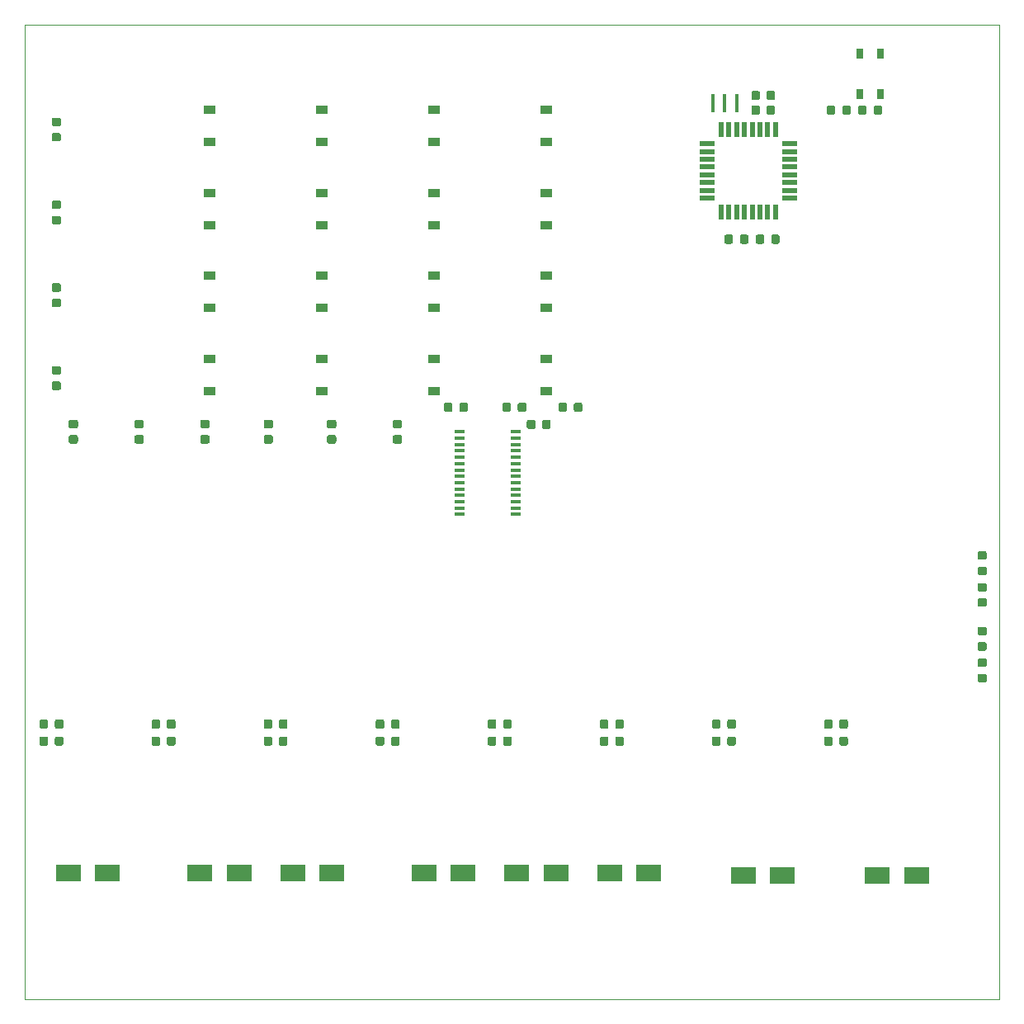
<source format=gbr>
G04 #@! TF.GenerationSoftware,KiCad,Pcbnew,(5.1.0)-1*
G04 #@! TF.CreationDate,2021-07-08T22:58:53+02:00*
G04 #@! TF.ProjectId,test-case-controller,74657374-2d63-4617-9365-2d636f6e7472,V1.0*
G04 #@! TF.SameCoordinates,Original*
G04 #@! TF.FileFunction,Paste,Top*
G04 #@! TF.FilePolarity,Positive*
%FSLAX46Y46*%
G04 Gerber Fmt 4.6, Leading zero omitted, Abs format (unit mm)*
G04 Created by KiCad (PCBNEW (5.1.0)-1) date 2021-07-08 22:58:53*
%MOMM*%
%LPD*%
G04 APERTURE LIST*
%ADD10C,0.050000*%
%ADD11C,0.150000*%
%ADD12C,0.875000*%
%ADD13R,2.500000X1.800000*%
%ADD14R,1.200000X0.900000*%
%ADD15R,0.550000X1.600000*%
%ADD16R,1.600000X0.550000*%
%ADD17R,1.100000X0.400000*%
%ADD18R,0.400000X1.900000*%
%ADD19R,0.650000X1.050000*%
G04 APERTURE END LIST*
D10*
X15000000Y-115000000D02*
X15000000Y-15000000D01*
X15000000Y-115000000D02*
X115000000Y-115000000D01*
X115000000Y-15000000D02*
X115000000Y-115000000D01*
X15000000Y-15000000D02*
X115000000Y-15000000D01*
D11*
G36*
X90702691Y-36526053D02*
G01*
X90723926Y-36529203D01*
X90744750Y-36534419D01*
X90764962Y-36541651D01*
X90784368Y-36550830D01*
X90802781Y-36561866D01*
X90820024Y-36574654D01*
X90835930Y-36589070D01*
X90850346Y-36604976D01*
X90863134Y-36622219D01*
X90874170Y-36640632D01*
X90883349Y-36660038D01*
X90890581Y-36680250D01*
X90895797Y-36701074D01*
X90898947Y-36722309D01*
X90900000Y-36743750D01*
X90900000Y-37256250D01*
X90898947Y-37277691D01*
X90895797Y-37298926D01*
X90890581Y-37319750D01*
X90883349Y-37339962D01*
X90874170Y-37359368D01*
X90863134Y-37377781D01*
X90850346Y-37395024D01*
X90835930Y-37410930D01*
X90820024Y-37425346D01*
X90802781Y-37438134D01*
X90784368Y-37449170D01*
X90764962Y-37458349D01*
X90744750Y-37465581D01*
X90723926Y-37470797D01*
X90702691Y-37473947D01*
X90681250Y-37475000D01*
X90243750Y-37475000D01*
X90222309Y-37473947D01*
X90201074Y-37470797D01*
X90180250Y-37465581D01*
X90160038Y-37458349D01*
X90140632Y-37449170D01*
X90122219Y-37438134D01*
X90104976Y-37425346D01*
X90089070Y-37410930D01*
X90074654Y-37395024D01*
X90061866Y-37377781D01*
X90050830Y-37359368D01*
X90041651Y-37339962D01*
X90034419Y-37319750D01*
X90029203Y-37298926D01*
X90026053Y-37277691D01*
X90025000Y-37256250D01*
X90025000Y-36743750D01*
X90026053Y-36722309D01*
X90029203Y-36701074D01*
X90034419Y-36680250D01*
X90041651Y-36660038D01*
X90050830Y-36640632D01*
X90061866Y-36622219D01*
X90074654Y-36604976D01*
X90089070Y-36589070D01*
X90104976Y-36574654D01*
X90122219Y-36561866D01*
X90140632Y-36550830D01*
X90160038Y-36541651D01*
X90180250Y-36534419D01*
X90201074Y-36529203D01*
X90222309Y-36526053D01*
X90243750Y-36525000D01*
X90681250Y-36525000D01*
X90702691Y-36526053D01*
X90702691Y-36526053D01*
G37*
D12*
X90462500Y-37000000D03*
D11*
G36*
X92277691Y-36526053D02*
G01*
X92298926Y-36529203D01*
X92319750Y-36534419D01*
X92339962Y-36541651D01*
X92359368Y-36550830D01*
X92377781Y-36561866D01*
X92395024Y-36574654D01*
X92410930Y-36589070D01*
X92425346Y-36604976D01*
X92438134Y-36622219D01*
X92449170Y-36640632D01*
X92458349Y-36660038D01*
X92465581Y-36680250D01*
X92470797Y-36701074D01*
X92473947Y-36722309D01*
X92475000Y-36743750D01*
X92475000Y-37256250D01*
X92473947Y-37277691D01*
X92470797Y-37298926D01*
X92465581Y-37319750D01*
X92458349Y-37339962D01*
X92449170Y-37359368D01*
X92438134Y-37377781D01*
X92425346Y-37395024D01*
X92410930Y-37410930D01*
X92395024Y-37425346D01*
X92377781Y-37438134D01*
X92359368Y-37449170D01*
X92339962Y-37458349D01*
X92319750Y-37465581D01*
X92298926Y-37470797D01*
X92277691Y-37473947D01*
X92256250Y-37475000D01*
X91818750Y-37475000D01*
X91797309Y-37473947D01*
X91776074Y-37470797D01*
X91755250Y-37465581D01*
X91735038Y-37458349D01*
X91715632Y-37449170D01*
X91697219Y-37438134D01*
X91679976Y-37425346D01*
X91664070Y-37410930D01*
X91649654Y-37395024D01*
X91636866Y-37377781D01*
X91625830Y-37359368D01*
X91616651Y-37339962D01*
X91609419Y-37319750D01*
X91604203Y-37298926D01*
X91601053Y-37277691D01*
X91600000Y-37256250D01*
X91600000Y-36743750D01*
X91601053Y-36722309D01*
X91604203Y-36701074D01*
X91609419Y-36680250D01*
X91616651Y-36660038D01*
X91625830Y-36640632D01*
X91636866Y-36622219D01*
X91649654Y-36604976D01*
X91664070Y-36589070D01*
X91679976Y-36574654D01*
X91697219Y-36561866D01*
X91715632Y-36550830D01*
X91735038Y-36541651D01*
X91755250Y-36534419D01*
X91776074Y-36529203D01*
X91797309Y-36526053D01*
X91818750Y-36525000D01*
X92256250Y-36525000D01*
X92277691Y-36526053D01*
X92277691Y-36526053D01*
G37*
D12*
X92037500Y-37000000D03*
D11*
G36*
X91815191Y-23276053D02*
G01*
X91836426Y-23279203D01*
X91857250Y-23284419D01*
X91877462Y-23291651D01*
X91896868Y-23300830D01*
X91915281Y-23311866D01*
X91932524Y-23324654D01*
X91948430Y-23339070D01*
X91962846Y-23354976D01*
X91975634Y-23372219D01*
X91986670Y-23390632D01*
X91995849Y-23410038D01*
X92003081Y-23430250D01*
X92008297Y-23451074D01*
X92011447Y-23472309D01*
X92012500Y-23493750D01*
X92012500Y-24006250D01*
X92011447Y-24027691D01*
X92008297Y-24048926D01*
X92003081Y-24069750D01*
X91995849Y-24089962D01*
X91986670Y-24109368D01*
X91975634Y-24127781D01*
X91962846Y-24145024D01*
X91948430Y-24160930D01*
X91932524Y-24175346D01*
X91915281Y-24188134D01*
X91896868Y-24199170D01*
X91877462Y-24208349D01*
X91857250Y-24215581D01*
X91836426Y-24220797D01*
X91815191Y-24223947D01*
X91793750Y-24225000D01*
X91356250Y-24225000D01*
X91334809Y-24223947D01*
X91313574Y-24220797D01*
X91292750Y-24215581D01*
X91272538Y-24208349D01*
X91253132Y-24199170D01*
X91234719Y-24188134D01*
X91217476Y-24175346D01*
X91201570Y-24160930D01*
X91187154Y-24145024D01*
X91174366Y-24127781D01*
X91163330Y-24109368D01*
X91154151Y-24089962D01*
X91146919Y-24069750D01*
X91141703Y-24048926D01*
X91138553Y-24027691D01*
X91137500Y-24006250D01*
X91137500Y-23493750D01*
X91138553Y-23472309D01*
X91141703Y-23451074D01*
X91146919Y-23430250D01*
X91154151Y-23410038D01*
X91163330Y-23390632D01*
X91174366Y-23372219D01*
X91187154Y-23354976D01*
X91201570Y-23339070D01*
X91217476Y-23324654D01*
X91234719Y-23311866D01*
X91253132Y-23300830D01*
X91272538Y-23291651D01*
X91292750Y-23284419D01*
X91313574Y-23279203D01*
X91334809Y-23276053D01*
X91356250Y-23275000D01*
X91793750Y-23275000D01*
X91815191Y-23276053D01*
X91815191Y-23276053D01*
G37*
D12*
X91575000Y-23750000D03*
D11*
G36*
X90240191Y-23276053D02*
G01*
X90261426Y-23279203D01*
X90282250Y-23284419D01*
X90302462Y-23291651D01*
X90321868Y-23300830D01*
X90340281Y-23311866D01*
X90357524Y-23324654D01*
X90373430Y-23339070D01*
X90387846Y-23354976D01*
X90400634Y-23372219D01*
X90411670Y-23390632D01*
X90420849Y-23410038D01*
X90428081Y-23430250D01*
X90433297Y-23451074D01*
X90436447Y-23472309D01*
X90437500Y-23493750D01*
X90437500Y-24006250D01*
X90436447Y-24027691D01*
X90433297Y-24048926D01*
X90428081Y-24069750D01*
X90420849Y-24089962D01*
X90411670Y-24109368D01*
X90400634Y-24127781D01*
X90387846Y-24145024D01*
X90373430Y-24160930D01*
X90357524Y-24175346D01*
X90340281Y-24188134D01*
X90321868Y-24199170D01*
X90302462Y-24208349D01*
X90282250Y-24215581D01*
X90261426Y-24220797D01*
X90240191Y-24223947D01*
X90218750Y-24225000D01*
X89781250Y-24225000D01*
X89759809Y-24223947D01*
X89738574Y-24220797D01*
X89717750Y-24215581D01*
X89697538Y-24208349D01*
X89678132Y-24199170D01*
X89659719Y-24188134D01*
X89642476Y-24175346D01*
X89626570Y-24160930D01*
X89612154Y-24145024D01*
X89599366Y-24127781D01*
X89588330Y-24109368D01*
X89579151Y-24089962D01*
X89571919Y-24069750D01*
X89566703Y-24048926D01*
X89563553Y-24027691D01*
X89562500Y-24006250D01*
X89562500Y-23493750D01*
X89563553Y-23472309D01*
X89566703Y-23451074D01*
X89571919Y-23430250D01*
X89579151Y-23410038D01*
X89588330Y-23390632D01*
X89599366Y-23372219D01*
X89612154Y-23354976D01*
X89626570Y-23339070D01*
X89642476Y-23324654D01*
X89659719Y-23311866D01*
X89678132Y-23300830D01*
X89697538Y-23291651D01*
X89717750Y-23284419D01*
X89738574Y-23279203D01*
X89759809Y-23276053D01*
X89781250Y-23275000D01*
X90218750Y-23275000D01*
X90240191Y-23276053D01*
X90240191Y-23276053D01*
G37*
D12*
X90000000Y-23750000D03*
D11*
G36*
X90240191Y-21776053D02*
G01*
X90261426Y-21779203D01*
X90282250Y-21784419D01*
X90302462Y-21791651D01*
X90321868Y-21800830D01*
X90340281Y-21811866D01*
X90357524Y-21824654D01*
X90373430Y-21839070D01*
X90387846Y-21854976D01*
X90400634Y-21872219D01*
X90411670Y-21890632D01*
X90420849Y-21910038D01*
X90428081Y-21930250D01*
X90433297Y-21951074D01*
X90436447Y-21972309D01*
X90437500Y-21993750D01*
X90437500Y-22506250D01*
X90436447Y-22527691D01*
X90433297Y-22548926D01*
X90428081Y-22569750D01*
X90420849Y-22589962D01*
X90411670Y-22609368D01*
X90400634Y-22627781D01*
X90387846Y-22645024D01*
X90373430Y-22660930D01*
X90357524Y-22675346D01*
X90340281Y-22688134D01*
X90321868Y-22699170D01*
X90302462Y-22708349D01*
X90282250Y-22715581D01*
X90261426Y-22720797D01*
X90240191Y-22723947D01*
X90218750Y-22725000D01*
X89781250Y-22725000D01*
X89759809Y-22723947D01*
X89738574Y-22720797D01*
X89717750Y-22715581D01*
X89697538Y-22708349D01*
X89678132Y-22699170D01*
X89659719Y-22688134D01*
X89642476Y-22675346D01*
X89626570Y-22660930D01*
X89612154Y-22645024D01*
X89599366Y-22627781D01*
X89588330Y-22609368D01*
X89579151Y-22589962D01*
X89571919Y-22569750D01*
X89566703Y-22548926D01*
X89563553Y-22527691D01*
X89562500Y-22506250D01*
X89562500Y-21993750D01*
X89563553Y-21972309D01*
X89566703Y-21951074D01*
X89571919Y-21930250D01*
X89579151Y-21910038D01*
X89588330Y-21890632D01*
X89599366Y-21872219D01*
X89612154Y-21854976D01*
X89626570Y-21839070D01*
X89642476Y-21824654D01*
X89659719Y-21811866D01*
X89678132Y-21800830D01*
X89697538Y-21791651D01*
X89717750Y-21784419D01*
X89738574Y-21779203D01*
X89759809Y-21776053D01*
X89781250Y-21775000D01*
X90218750Y-21775000D01*
X90240191Y-21776053D01*
X90240191Y-21776053D01*
G37*
D12*
X90000000Y-22250000D03*
D11*
G36*
X91815191Y-21776053D02*
G01*
X91836426Y-21779203D01*
X91857250Y-21784419D01*
X91877462Y-21791651D01*
X91896868Y-21800830D01*
X91915281Y-21811866D01*
X91932524Y-21824654D01*
X91948430Y-21839070D01*
X91962846Y-21854976D01*
X91975634Y-21872219D01*
X91986670Y-21890632D01*
X91995849Y-21910038D01*
X92003081Y-21930250D01*
X92008297Y-21951074D01*
X92011447Y-21972309D01*
X92012500Y-21993750D01*
X92012500Y-22506250D01*
X92011447Y-22527691D01*
X92008297Y-22548926D01*
X92003081Y-22569750D01*
X91995849Y-22589962D01*
X91986670Y-22609368D01*
X91975634Y-22627781D01*
X91962846Y-22645024D01*
X91948430Y-22660930D01*
X91932524Y-22675346D01*
X91915281Y-22688134D01*
X91896868Y-22699170D01*
X91877462Y-22708349D01*
X91857250Y-22715581D01*
X91836426Y-22720797D01*
X91815191Y-22723947D01*
X91793750Y-22725000D01*
X91356250Y-22725000D01*
X91334809Y-22723947D01*
X91313574Y-22720797D01*
X91292750Y-22715581D01*
X91272538Y-22708349D01*
X91253132Y-22699170D01*
X91234719Y-22688134D01*
X91217476Y-22675346D01*
X91201570Y-22660930D01*
X91187154Y-22645024D01*
X91174366Y-22627781D01*
X91163330Y-22609368D01*
X91154151Y-22589962D01*
X91146919Y-22569750D01*
X91141703Y-22548926D01*
X91138553Y-22527691D01*
X91137500Y-22506250D01*
X91137500Y-21993750D01*
X91138553Y-21972309D01*
X91141703Y-21951074D01*
X91146919Y-21930250D01*
X91154151Y-21910038D01*
X91163330Y-21890632D01*
X91174366Y-21872219D01*
X91187154Y-21854976D01*
X91201570Y-21839070D01*
X91217476Y-21824654D01*
X91234719Y-21811866D01*
X91253132Y-21800830D01*
X91272538Y-21791651D01*
X91292750Y-21784419D01*
X91313574Y-21779203D01*
X91334809Y-21776053D01*
X91356250Y-21775000D01*
X91793750Y-21775000D01*
X91815191Y-21776053D01*
X91815191Y-21776053D01*
G37*
D12*
X91575000Y-22250000D03*
D11*
G36*
X87490191Y-36526053D02*
G01*
X87511426Y-36529203D01*
X87532250Y-36534419D01*
X87552462Y-36541651D01*
X87571868Y-36550830D01*
X87590281Y-36561866D01*
X87607524Y-36574654D01*
X87623430Y-36589070D01*
X87637846Y-36604976D01*
X87650634Y-36622219D01*
X87661670Y-36640632D01*
X87670849Y-36660038D01*
X87678081Y-36680250D01*
X87683297Y-36701074D01*
X87686447Y-36722309D01*
X87687500Y-36743750D01*
X87687500Y-37256250D01*
X87686447Y-37277691D01*
X87683297Y-37298926D01*
X87678081Y-37319750D01*
X87670849Y-37339962D01*
X87661670Y-37359368D01*
X87650634Y-37377781D01*
X87637846Y-37395024D01*
X87623430Y-37410930D01*
X87607524Y-37425346D01*
X87590281Y-37438134D01*
X87571868Y-37449170D01*
X87552462Y-37458349D01*
X87532250Y-37465581D01*
X87511426Y-37470797D01*
X87490191Y-37473947D01*
X87468750Y-37475000D01*
X87031250Y-37475000D01*
X87009809Y-37473947D01*
X86988574Y-37470797D01*
X86967750Y-37465581D01*
X86947538Y-37458349D01*
X86928132Y-37449170D01*
X86909719Y-37438134D01*
X86892476Y-37425346D01*
X86876570Y-37410930D01*
X86862154Y-37395024D01*
X86849366Y-37377781D01*
X86838330Y-37359368D01*
X86829151Y-37339962D01*
X86821919Y-37319750D01*
X86816703Y-37298926D01*
X86813553Y-37277691D01*
X86812500Y-37256250D01*
X86812500Y-36743750D01*
X86813553Y-36722309D01*
X86816703Y-36701074D01*
X86821919Y-36680250D01*
X86829151Y-36660038D01*
X86838330Y-36640632D01*
X86849366Y-36622219D01*
X86862154Y-36604976D01*
X86876570Y-36589070D01*
X86892476Y-36574654D01*
X86909719Y-36561866D01*
X86928132Y-36550830D01*
X86947538Y-36541651D01*
X86967750Y-36534419D01*
X86988574Y-36529203D01*
X87009809Y-36526053D01*
X87031250Y-36525000D01*
X87468750Y-36525000D01*
X87490191Y-36526053D01*
X87490191Y-36526053D01*
G37*
D12*
X87250000Y-37000000D03*
D11*
G36*
X89065191Y-36526053D02*
G01*
X89086426Y-36529203D01*
X89107250Y-36534419D01*
X89127462Y-36541651D01*
X89146868Y-36550830D01*
X89165281Y-36561866D01*
X89182524Y-36574654D01*
X89198430Y-36589070D01*
X89212846Y-36604976D01*
X89225634Y-36622219D01*
X89236670Y-36640632D01*
X89245849Y-36660038D01*
X89253081Y-36680250D01*
X89258297Y-36701074D01*
X89261447Y-36722309D01*
X89262500Y-36743750D01*
X89262500Y-37256250D01*
X89261447Y-37277691D01*
X89258297Y-37298926D01*
X89253081Y-37319750D01*
X89245849Y-37339962D01*
X89236670Y-37359368D01*
X89225634Y-37377781D01*
X89212846Y-37395024D01*
X89198430Y-37410930D01*
X89182524Y-37425346D01*
X89165281Y-37438134D01*
X89146868Y-37449170D01*
X89127462Y-37458349D01*
X89107250Y-37465581D01*
X89086426Y-37470797D01*
X89065191Y-37473947D01*
X89043750Y-37475000D01*
X88606250Y-37475000D01*
X88584809Y-37473947D01*
X88563574Y-37470797D01*
X88542750Y-37465581D01*
X88522538Y-37458349D01*
X88503132Y-37449170D01*
X88484719Y-37438134D01*
X88467476Y-37425346D01*
X88451570Y-37410930D01*
X88437154Y-37395024D01*
X88424366Y-37377781D01*
X88413330Y-37359368D01*
X88404151Y-37339962D01*
X88396919Y-37319750D01*
X88391703Y-37298926D01*
X88388553Y-37277691D01*
X88387500Y-37256250D01*
X88387500Y-36743750D01*
X88388553Y-36722309D01*
X88391703Y-36701074D01*
X88396919Y-36680250D01*
X88404151Y-36660038D01*
X88413330Y-36640632D01*
X88424366Y-36622219D01*
X88437154Y-36604976D01*
X88451570Y-36589070D01*
X88467476Y-36574654D01*
X88484719Y-36561866D01*
X88503132Y-36550830D01*
X88522538Y-36541651D01*
X88542750Y-36534419D01*
X88563574Y-36529203D01*
X88584809Y-36526053D01*
X88606250Y-36525000D01*
X89043750Y-36525000D01*
X89065191Y-36526053D01*
X89065191Y-36526053D01*
G37*
D12*
X88825000Y-37000000D03*
D11*
G36*
X102777691Y-23276053D02*
G01*
X102798926Y-23279203D01*
X102819750Y-23284419D01*
X102839962Y-23291651D01*
X102859368Y-23300830D01*
X102877781Y-23311866D01*
X102895024Y-23324654D01*
X102910930Y-23339070D01*
X102925346Y-23354976D01*
X102938134Y-23372219D01*
X102949170Y-23390632D01*
X102958349Y-23410038D01*
X102965581Y-23430250D01*
X102970797Y-23451074D01*
X102973947Y-23472309D01*
X102975000Y-23493750D01*
X102975000Y-24006250D01*
X102973947Y-24027691D01*
X102970797Y-24048926D01*
X102965581Y-24069750D01*
X102958349Y-24089962D01*
X102949170Y-24109368D01*
X102938134Y-24127781D01*
X102925346Y-24145024D01*
X102910930Y-24160930D01*
X102895024Y-24175346D01*
X102877781Y-24188134D01*
X102859368Y-24199170D01*
X102839962Y-24208349D01*
X102819750Y-24215581D01*
X102798926Y-24220797D01*
X102777691Y-24223947D01*
X102756250Y-24225000D01*
X102318750Y-24225000D01*
X102297309Y-24223947D01*
X102276074Y-24220797D01*
X102255250Y-24215581D01*
X102235038Y-24208349D01*
X102215632Y-24199170D01*
X102197219Y-24188134D01*
X102179976Y-24175346D01*
X102164070Y-24160930D01*
X102149654Y-24145024D01*
X102136866Y-24127781D01*
X102125830Y-24109368D01*
X102116651Y-24089962D01*
X102109419Y-24069750D01*
X102104203Y-24048926D01*
X102101053Y-24027691D01*
X102100000Y-24006250D01*
X102100000Y-23493750D01*
X102101053Y-23472309D01*
X102104203Y-23451074D01*
X102109419Y-23430250D01*
X102116651Y-23410038D01*
X102125830Y-23390632D01*
X102136866Y-23372219D01*
X102149654Y-23354976D01*
X102164070Y-23339070D01*
X102179976Y-23324654D01*
X102197219Y-23311866D01*
X102215632Y-23300830D01*
X102235038Y-23291651D01*
X102255250Y-23284419D01*
X102276074Y-23279203D01*
X102297309Y-23276053D01*
X102318750Y-23275000D01*
X102756250Y-23275000D01*
X102777691Y-23276053D01*
X102777691Y-23276053D01*
G37*
D12*
X102537500Y-23750000D03*
D11*
G36*
X101202691Y-23276053D02*
G01*
X101223926Y-23279203D01*
X101244750Y-23284419D01*
X101264962Y-23291651D01*
X101284368Y-23300830D01*
X101302781Y-23311866D01*
X101320024Y-23324654D01*
X101335930Y-23339070D01*
X101350346Y-23354976D01*
X101363134Y-23372219D01*
X101374170Y-23390632D01*
X101383349Y-23410038D01*
X101390581Y-23430250D01*
X101395797Y-23451074D01*
X101398947Y-23472309D01*
X101400000Y-23493750D01*
X101400000Y-24006250D01*
X101398947Y-24027691D01*
X101395797Y-24048926D01*
X101390581Y-24069750D01*
X101383349Y-24089962D01*
X101374170Y-24109368D01*
X101363134Y-24127781D01*
X101350346Y-24145024D01*
X101335930Y-24160930D01*
X101320024Y-24175346D01*
X101302781Y-24188134D01*
X101284368Y-24199170D01*
X101264962Y-24208349D01*
X101244750Y-24215581D01*
X101223926Y-24220797D01*
X101202691Y-24223947D01*
X101181250Y-24225000D01*
X100743750Y-24225000D01*
X100722309Y-24223947D01*
X100701074Y-24220797D01*
X100680250Y-24215581D01*
X100660038Y-24208349D01*
X100640632Y-24199170D01*
X100622219Y-24188134D01*
X100604976Y-24175346D01*
X100589070Y-24160930D01*
X100574654Y-24145024D01*
X100561866Y-24127781D01*
X100550830Y-24109368D01*
X100541651Y-24089962D01*
X100534419Y-24069750D01*
X100529203Y-24048926D01*
X100526053Y-24027691D01*
X100525000Y-24006250D01*
X100525000Y-23493750D01*
X100526053Y-23472309D01*
X100529203Y-23451074D01*
X100534419Y-23430250D01*
X100541651Y-23410038D01*
X100550830Y-23390632D01*
X100561866Y-23372219D01*
X100574654Y-23354976D01*
X100589070Y-23339070D01*
X100604976Y-23324654D01*
X100622219Y-23311866D01*
X100640632Y-23300830D01*
X100660038Y-23291651D01*
X100680250Y-23284419D01*
X100701074Y-23279203D01*
X100722309Y-23276053D01*
X100743750Y-23275000D01*
X101181250Y-23275000D01*
X101202691Y-23276053D01*
X101202691Y-23276053D01*
G37*
D12*
X100962500Y-23750000D03*
D11*
G36*
X67202691Y-55526053D02*
G01*
X67223926Y-55529203D01*
X67244750Y-55534419D01*
X67264962Y-55541651D01*
X67284368Y-55550830D01*
X67302781Y-55561866D01*
X67320024Y-55574654D01*
X67335930Y-55589070D01*
X67350346Y-55604976D01*
X67363134Y-55622219D01*
X67374170Y-55640632D01*
X67383349Y-55660038D01*
X67390581Y-55680250D01*
X67395797Y-55701074D01*
X67398947Y-55722309D01*
X67400000Y-55743750D01*
X67400000Y-56256250D01*
X67398947Y-56277691D01*
X67395797Y-56298926D01*
X67390581Y-56319750D01*
X67383349Y-56339962D01*
X67374170Y-56359368D01*
X67363134Y-56377781D01*
X67350346Y-56395024D01*
X67335930Y-56410930D01*
X67320024Y-56425346D01*
X67302781Y-56438134D01*
X67284368Y-56449170D01*
X67264962Y-56458349D01*
X67244750Y-56465581D01*
X67223926Y-56470797D01*
X67202691Y-56473947D01*
X67181250Y-56475000D01*
X66743750Y-56475000D01*
X66722309Y-56473947D01*
X66701074Y-56470797D01*
X66680250Y-56465581D01*
X66660038Y-56458349D01*
X66640632Y-56449170D01*
X66622219Y-56438134D01*
X66604976Y-56425346D01*
X66589070Y-56410930D01*
X66574654Y-56395024D01*
X66561866Y-56377781D01*
X66550830Y-56359368D01*
X66541651Y-56339962D01*
X66534419Y-56319750D01*
X66529203Y-56298926D01*
X66526053Y-56277691D01*
X66525000Y-56256250D01*
X66525000Y-55743750D01*
X66526053Y-55722309D01*
X66529203Y-55701074D01*
X66534419Y-55680250D01*
X66541651Y-55660038D01*
X66550830Y-55640632D01*
X66561866Y-55622219D01*
X66574654Y-55604976D01*
X66589070Y-55589070D01*
X66604976Y-55574654D01*
X66622219Y-55561866D01*
X66640632Y-55550830D01*
X66660038Y-55541651D01*
X66680250Y-55534419D01*
X66701074Y-55529203D01*
X66722309Y-55526053D01*
X66743750Y-55525000D01*
X67181250Y-55525000D01*
X67202691Y-55526053D01*
X67202691Y-55526053D01*
G37*
D12*
X66962500Y-56000000D03*
D11*
G36*
X68777691Y-55526053D02*
G01*
X68798926Y-55529203D01*
X68819750Y-55534419D01*
X68839962Y-55541651D01*
X68859368Y-55550830D01*
X68877781Y-55561866D01*
X68895024Y-55574654D01*
X68910930Y-55589070D01*
X68925346Y-55604976D01*
X68938134Y-55622219D01*
X68949170Y-55640632D01*
X68958349Y-55660038D01*
X68965581Y-55680250D01*
X68970797Y-55701074D01*
X68973947Y-55722309D01*
X68975000Y-55743750D01*
X68975000Y-56256250D01*
X68973947Y-56277691D01*
X68970797Y-56298926D01*
X68965581Y-56319750D01*
X68958349Y-56339962D01*
X68949170Y-56359368D01*
X68938134Y-56377781D01*
X68925346Y-56395024D01*
X68910930Y-56410930D01*
X68895024Y-56425346D01*
X68877781Y-56438134D01*
X68859368Y-56449170D01*
X68839962Y-56458349D01*
X68819750Y-56465581D01*
X68798926Y-56470797D01*
X68777691Y-56473947D01*
X68756250Y-56475000D01*
X68318750Y-56475000D01*
X68297309Y-56473947D01*
X68276074Y-56470797D01*
X68255250Y-56465581D01*
X68235038Y-56458349D01*
X68215632Y-56449170D01*
X68197219Y-56438134D01*
X68179976Y-56425346D01*
X68164070Y-56410930D01*
X68149654Y-56395024D01*
X68136866Y-56377781D01*
X68125830Y-56359368D01*
X68116651Y-56339962D01*
X68109419Y-56319750D01*
X68104203Y-56298926D01*
X68101053Y-56277691D01*
X68100000Y-56256250D01*
X68100000Y-55743750D01*
X68101053Y-55722309D01*
X68104203Y-55701074D01*
X68109419Y-55680250D01*
X68116651Y-55660038D01*
X68125830Y-55640632D01*
X68136866Y-55622219D01*
X68149654Y-55604976D01*
X68164070Y-55589070D01*
X68179976Y-55574654D01*
X68197219Y-55561866D01*
X68215632Y-55550830D01*
X68235038Y-55541651D01*
X68255250Y-55534419D01*
X68276074Y-55529203D01*
X68297309Y-55526053D01*
X68318750Y-55525000D01*
X68756250Y-55525000D01*
X68777691Y-55526053D01*
X68777691Y-55526053D01*
G37*
D12*
X68537500Y-56000000D03*
D13*
X19500000Y-102000000D03*
X23500000Y-102000000D03*
X33000000Y-102000000D03*
X37000000Y-102000000D03*
X42500000Y-102000000D03*
X46500000Y-102000000D03*
X60000000Y-102000000D03*
X56000000Y-102000000D03*
X65500000Y-102000000D03*
X69500000Y-102000000D03*
X79000000Y-102000000D03*
X75000000Y-102000000D03*
X88750000Y-102250000D03*
X92750000Y-102250000D03*
X106500000Y-102250000D03*
X102500000Y-102250000D03*
D14*
X34000000Y-27050000D03*
X34000000Y-23750000D03*
X34000000Y-32250000D03*
X34000000Y-35550000D03*
X34000000Y-40750000D03*
X34000000Y-44050000D03*
X34000000Y-49250000D03*
X34000000Y-52550000D03*
X45500000Y-27050000D03*
X45500000Y-23750000D03*
X45500000Y-35550000D03*
X45500000Y-32250000D03*
X45500000Y-44050000D03*
X45500000Y-40750000D03*
X45500000Y-49250000D03*
X45500000Y-52550000D03*
X57000000Y-23750000D03*
X57000000Y-27050000D03*
X57000000Y-32250000D03*
X57000000Y-35550000D03*
X57000000Y-44050000D03*
X57000000Y-40750000D03*
X57000000Y-52550000D03*
X57000000Y-49250000D03*
X68500000Y-27050000D03*
X68500000Y-23750000D03*
X68500000Y-35550000D03*
X68500000Y-32250000D03*
X68500000Y-40750000D03*
X68500000Y-44050000D03*
X68500000Y-49250000D03*
X68500000Y-52550000D03*
D11*
G36*
X99565191Y-23276053D02*
G01*
X99586426Y-23279203D01*
X99607250Y-23284419D01*
X99627462Y-23291651D01*
X99646868Y-23300830D01*
X99665281Y-23311866D01*
X99682524Y-23324654D01*
X99698430Y-23339070D01*
X99712846Y-23354976D01*
X99725634Y-23372219D01*
X99736670Y-23390632D01*
X99745849Y-23410038D01*
X99753081Y-23430250D01*
X99758297Y-23451074D01*
X99761447Y-23472309D01*
X99762500Y-23493750D01*
X99762500Y-24006250D01*
X99761447Y-24027691D01*
X99758297Y-24048926D01*
X99753081Y-24069750D01*
X99745849Y-24089962D01*
X99736670Y-24109368D01*
X99725634Y-24127781D01*
X99712846Y-24145024D01*
X99698430Y-24160930D01*
X99682524Y-24175346D01*
X99665281Y-24188134D01*
X99646868Y-24199170D01*
X99627462Y-24208349D01*
X99607250Y-24215581D01*
X99586426Y-24220797D01*
X99565191Y-24223947D01*
X99543750Y-24225000D01*
X99106250Y-24225000D01*
X99084809Y-24223947D01*
X99063574Y-24220797D01*
X99042750Y-24215581D01*
X99022538Y-24208349D01*
X99003132Y-24199170D01*
X98984719Y-24188134D01*
X98967476Y-24175346D01*
X98951570Y-24160930D01*
X98937154Y-24145024D01*
X98924366Y-24127781D01*
X98913330Y-24109368D01*
X98904151Y-24089962D01*
X98896919Y-24069750D01*
X98891703Y-24048926D01*
X98888553Y-24027691D01*
X98887500Y-24006250D01*
X98887500Y-23493750D01*
X98888553Y-23472309D01*
X98891703Y-23451074D01*
X98896919Y-23430250D01*
X98904151Y-23410038D01*
X98913330Y-23390632D01*
X98924366Y-23372219D01*
X98937154Y-23354976D01*
X98951570Y-23339070D01*
X98967476Y-23324654D01*
X98984719Y-23311866D01*
X99003132Y-23300830D01*
X99022538Y-23291651D01*
X99042750Y-23284419D01*
X99063574Y-23279203D01*
X99084809Y-23276053D01*
X99106250Y-23275000D01*
X99543750Y-23275000D01*
X99565191Y-23276053D01*
X99565191Y-23276053D01*
G37*
D12*
X99325000Y-23750000D03*
D11*
G36*
X97990191Y-23276053D02*
G01*
X98011426Y-23279203D01*
X98032250Y-23284419D01*
X98052462Y-23291651D01*
X98071868Y-23300830D01*
X98090281Y-23311866D01*
X98107524Y-23324654D01*
X98123430Y-23339070D01*
X98137846Y-23354976D01*
X98150634Y-23372219D01*
X98161670Y-23390632D01*
X98170849Y-23410038D01*
X98178081Y-23430250D01*
X98183297Y-23451074D01*
X98186447Y-23472309D01*
X98187500Y-23493750D01*
X98187500Y-24006250D01*
X98186447Y-24027691D01*
X98183297Y-24048926D01*
X98178081Y-24069750D01*
X98170849Y-24089962D01*
X98161670Y-24109368D01*
X98150634Y-24127781D01*
X98137846Y-24145024D01*
X98123430Y-24160930D01*
X98107524Y-24175346D01*
X98090281Y-24188134D01*
X98071868Y-24199170D01*
X98052462Y-24208349D01*
X98032250Y-24215581D01*
X98011426Y-24220797D01*
X97990191Y-24223947D01*
X97968750Y-24225000D01*
X97531250Y-24225000D01*
X97509809Y-24223947D01*
X97488574Y-24220797D01*
X97467750Y-24215581D01*
X97447538Y-24208349D01*
X97428132Y-24199170D01*
X97409719Y-24188134D01*
X97392476Y-24175346D01*
X97376570Y-24160930D01*
X97362154Y-24145024D01*
X97349366Y-24127781D01*
X97338330Y-24109368D01*
X97329151Y-24089962D01*
X97321919Y-24069750D01*
X97316703Y-24048926D01*
X97313553Y-24027691D01*
X97312500Y-24006250D01*
X97312500Y-23493750D01*
X97313553Y-23472309D01*
X97316703Y-23451074D01*
X97321919Y-23430250D01*
X97329151Y-23410038D01*
X97338330Y-23390632D01*
X97349366Y-23372219D01*
X97362154Y-23354976D01*
X97376570Y-23339070D01*
X97392476Y-23324654D01*
X97409719Y-23311866D01*
X97428132Y-23300830D01*
X97447538Y-23291651D01*
X97467750Y-23284419D01*
X97488574Y-23279203D01*
X97509809Y-23276053D01*
X97531250Y-23275000D01*
X97968750Y-23275000D01*
X97990191Y-23276053D01*
X97990191Y-23276053D01*
G37*
D12*
X97750000Y-23750000D03*
D11*
G36*
X17202691Y-86276053D02*
G01*
X17223926Y-86279203D01*
X17244750Y-86284419D01*
X17264962Y-86291651D01*
X17284368Y-86300830D01*
X17302781Y-86311866D01*
X17320024Y-86324654D01*
X17335930Y-86339070D01*
X17350346Y-86354976D01*
X17363134Y-86372219D01*
X17374170Y-86390632D01*
X17383349Y-86410038D01*
X17390581Y-86430250D01*
X17395797Y-86451074D01*
X17398947Y-86472309D01*
X17400000Y-86493750D01*
X17400000Y-87006250D01*
X17398947Y-87027691D01*
X17395797Y-87048926D01*
X17390581Y-87069750D01*
X17383349Y-87089962D01*
X17374170Y-87109368D01*
X17363134Y-87127781D01*
X17350346Y-87145024D01*
X17335930Y-87160930D01*
X17320024Y-87175346D01*
X17302781Y-87188134D01*
X17284368Y-87199170D01*
X17264962Y-87208349D01*
X17244750Y-87215581D01*
X17223926Y-87220797D01*
X17202691Y-87223947D01*
X17181250Y-87225000D01*
X16743750Y-87225000D01*
X16722309Y-87223947D01*
X16701074Y-87220797D01*
X16680250Y-87215581D01*
X16660038Y-87208349D01*
X16640632Y-87199170D01*
X16622219Y-87188134D01*
X16604976Y-87175346D01*
X16589070Y-87160930D01*
X16574654Y-87145024D01*
X16561866Y-87127781D01*
X16550830Y-87109368D01*
X16541651Y-87089962D01*
X16534419Y-87069750D01*
X16529203Y-87048926D01*
X16526053Y-87027691D01*
X16525000Y-87006250D01*
X16525000Y-86493750D01*
X16526053Y-86472309D01*
X16529203Y-86451074D01*
X16534419Y-86430250D01*
X16541651Y-86410038D01*
X16550830Y-86390632D01*
X16561866Y-86372219D01*
X16574654Y-86354976D01*
X16589070Y-86339070D01*
X16604976Y-86324654D01*
X16622219Y-86311866D01*
X16640632Y-86300830D01*
X16660038Y-86291651D01*
X16680250Y-86284419D01*
X16701074Y-86279203D01*
X16722309Y-86276053D01*
X16743750Y-86275000D01*
X17181250Y-86275000D01*
X17202691Y-86276053D01*
X17202691Y-86276053D01*
G37*
D12*
X16962500Y-86750000D03*
D11*
G36*
X18777691Y-86276053D02*
G01*
X18798926Y-86279203D01*
X18819750Y-86284419D01*
X18839962Y-86291651D01*
X18859368Y-86300830D01*
X18877781Y-86311866D01*
X18895024Y-86324654D01*
X18910930Y-86339070D01*
X18925346Y-86354976D01*
X18938134Y-86372219D01*
X18949170Y-86390632D01*
X18958349Y-86410038D01*
X18965581Y-86430250D01*
X18970797Y-86451074D01*
X18973947Y-86472309D01*
X18975000Y-86493750D01*
X18975000Y-87006250D01*
X18973947Y-87027691D01*
X18970797Y-87048926D01*
X18965581Y-87069750D01*
X18958349Y-87089962D01*
X18949170Y-87109368D01*
X18938134Y-87127781D01*
X18925346Y-87145024D01*
X18910930Y-87160930D01*
X18895024Y-87175346D01*
X18877781Y-87188134D01*
X18859368Y-87199170D01*
X18839962Y-87208349D01*
X18819750Y-87215581D01*
X18798926Y-87220797D01*
X18777691Y-87223947D01*
X18756250Y-87225000D01*
X18318750Y-87225000D01*
X18297309Y-87223947D01*
X18276074Y-87220797D01*
X18255250Y-87215581D01*
X18235038Y-87208349D01*
X18215632Y-87199170D01*
X18197219Y-87188134D01*
X18179976Y-87175346D01*
X18164070Y-87160930D01*
X18149654Y-87145024D01*
X18136866Y-87127781D01*
X18125830Y-87109368D01*
X18116651Y-87089962D01*
X18109419Y-87069750D01*
X18104203Y-87048926D01*
X18101053Y-87027691D01*
X18100000Y-87006250D01*
X18100000Y-86493750D01*
X18101053Y-86472309D01*
X18104203Y-86451074D01*
X18109419Y-86430250D01*
X18116651Y-86410038D01*
X18125830Y-86390632D01*
X18136866Y-86372219D01*
X18149654Y-86354976D01*
X18164070Y-86339070D01*
X18179976Y-86324654D01*
X18197219Y-86311866D01*
X18215632Y-86300830D01*
X18235038Y-86291651D01*
X18255250Y-86284419D01*
X18276074Y-86279203D01*
X18297309Y-86276053D01*
X18318750Y-86275000D01*
X18756250Y-86275000D01*
X18777691Y-86276053D01*
X18777691Y-86276053D01*
G37*
D12*
X18537500Y-86750000D03*
D11*
G36*
X28702691Y-86276053D02*
G01*
X28723926Y-86279203D01*
X28744750Y-86284419D01*
X28764962Y-86291651D01*
X28784368Y-86300830D01*
X28802781Y-86311866D01*
X28820024Y-86324654D01*
X28835930Y-86339070D01*
X28850346Y-86354976D01*
X28863134Y-86372219D01*
X28874170Y-86390632D01*
X28883349Y-86410038D01*
X28890581Y-86430250D01*
X28895797Y-86451074D01*
X28898947Y-86472309D01*
X28900000Y-86493750D01*
X28900000Y-87006250D01*
X28898947Y-87027691D01*
X28895797Y-87048926D01*
X28890581Y-87069750D01*
X28883349Y-87089962D01*
X28874170Y-87109368D01*
X28863134Y-87127781D01*
X28850346Y-87145024D01*
X28835930Y-87160930D01*
X28820024Y-87175346D01*
X28802781Y-87188134D01*
X28784368Y-87199170D01*
X28764962Y-87208349D01*
X28744750Y-87215581D01*
X28723926Y-87220797D01*
X28702691Y-87223947D01*
X28681250Y-87225000D01*
X28243750Y-87225000D01*
X28222309Y-87223947D01*
X28201074Y-87220797D01*
X28180250Y-87215581D01*
X28160038Y-87208349D01*
X28140632Y-87199170D01*
X28122219Y-87188134D01*
X28104976Y-87175346D01*
X28089070Y-87160930D01*
X28074654Y-87145024D01*
X28061866Y-87127781D01*
X28050830Y-87109368D01*
X28041651Y-87089962D01*
X28034419Y-87069750D01*
X28029203Y-87048926D01*
X28026053Y-87027691D01*
X28025000Y-87006250D01*
X28025000Y-86493750D01*
X28026053Y-86472309D01*
X28029203Y-86451074D01*
X28034419Y-86430250D01*
X28041651Y-86410038D01*
X28050830Y-86390632D01*
X28061866Y-86372219D01*
X28074654Y-86354976D01*
X28089070Y-86339070D01*
X28104976Y-86324654D01*
X28122219Y-86311866D01*
X28140632Y-86300830D01*
X28160038Y-86291651D01*
X28180250Y-86284419D01*
X28201074Y-86279203D01*
X28222309Y-86276053D01*
X28243750Y-86275000D01*
X28681250Y-86275000D01*
X28702691Y-86276053D01*
X28702691Y-86276053D01*
G37*
D12*
X28462500Y-86750000D03*
D11*
G36*
X30277691Y-86276053D02*
G01*
X30298926Y-86279203D01*
X30319750Y-86284419D01*
X30339962Y-86291651D01*
X30359368Y-86300830D01*
X30377781Y-86311866D01*
X30395024Y-86324654D01*
X30410930Y-86339070D01*
X30425346Y-86354976D01*
X30438134Y-86372219D01*
X30449170Y-86390632D01*
X30458349Y-86410038D01*
X30465581Y-86430250D01*
X30470797Y-86451074D01*
X30473947Y-86472309D01*
X30475000Y-86493750D01*
X30475000Y-87006250D01*
X30473947Y-87027691D01*
X30470797Y-87048926D01*
X30465581Y-87069750D01*
X30458349Y-87089962D01*
X30449170Y-87109368D01*
X30438134Y-87127781D01*
X30425346Y-87145024D01*
X30410930Y-87160930D01*
X30395024Y-87175346D01*
X30377781Y-87188134D01*
X30359368Y-87199170D01*
X30339962Y-87208349D01*
X30319750Y-87215581D01*
X30298926Y-87220797D01*
X30277691Y-87223947D01*
X30256250Y-87225000D01*
X29818750Y-87225000D01*
X29797309Y-87223947D01*
X29776074Y-87220797D01*
X29755250Y-87215581D01*
X29735038Y-87208349D01*
X29715632Y-87199170D01*
X29697219Y-87188134D01*
X29679976Y-87175346D01*
X29664070Y-87160930D01*
X29649654Y-87145024D01*
X29636866Y-87127781D01*
X29625830Y-87109368D01*
X29616651Y-87089962D01*
X29609419Y-87069750D01*
X29604203Y-87048926D01*
X29601053Y-87027691D01*
X29600000Y-87006250D01*
X29600000Y-86493750D01*
X29601053Y-86472309D01*
X29604203Y-86451074D01*
X29609419Y-86430250D01*
X29616651Y-86410038D01*
X29625830Y-86390632D01*
X29636866Y-86372219D01*
X29649654Y-86354976D01*
X29664070Y-86339070D01*
X29679976Y-86324654D01*
X29697219Y-86311866D01*
X29715632Y-86300830D01*
X29735038Y-86291651D01*
X29755250Y-86284419D01*
X29776074Y-86279203D01*
X29797309Y-86276053D01*
X29818750Y-86275000D01*
X30256250Y-86275000D01*
X30277691Y-86276053D01*
X30277691Y-86276053D01*
G37*
D12*
X30037500Y-86750000D03*
D11*
G36*
X18777691Y-88026053D02*
G01*
X18798926Y-88029203D01*
X18819750Y-88034419D01*
X18839962Y-88041651D01*
X18859368Y-88050830D01*
X18877781Y-88061866D01*
X18895024Y-88074654D01*
X18910930Y-88089070D01*
X18925346Y-88104976D01*
X18938134Y-88122219D01*
X18949170Y-88140632D01*
X18958349Y-88160038D01*
X18965581Y-88180250D01*
X18970797Y-88201074D01*
X18973947Y-88222309D01*
X18975000Y-88243750D01*
X18975000Y-88756250D01*
X18973947Y-88777691D01*
X18970797Y-88798926D01*
X18965581Y-88819750D01*
X18958349Y-88839962D01*
X18949170Y-88859368D01*
X18938134Y-88877781D01*
X18925346Y-88895024D01*
X18910930Y-88910930D01*
X18895024Y-88925346D01*
X18877781Y-88938134D01*
X18859368Y-88949170D01*
X18839962Y-88958349D01*
X18819750Y-88965581D01*
X18798926Y-88970797D01*
X18777691Y-88973947D01*
X18756250Y-88975000D01*
X18318750Y-88975000D01*
X18297309Y-88973947D01*
X18276074Y-88970797D01*
X18255250Y-88965581D01*
X18235038Y-88958349D01*
X18215632Y-88949170D01*
X18197219Y-88938134D01*
X18179976Y-88925346D01*
X18164070Y-88910930D01*
X18149654Y-88895024D01*
X18136866Y-88877781D01*
X18125830Y-88859368D01*
X18116651Y-88839962D01*
X18109419Y-88819750D01*
X18104203Y-88798926D01*
X18101053Y-88777691D01*
X18100000Y-88756250D01*
X18100000Y-88243750D01*
X18101053Y-88222309D01*
X18104203Y-88201074D01*
X18109419Y-88180250D01*
X18116651Y-88160038D01*
X18125830Y-88140632D01*
X18136866Y-88122219D01*
X18149654Y-88104976D01*
X18164070Y-88089070D01*
X18179976Y-88074654D01*
X18197219Y-88061866D01*
X18215632Y-88050830D01*
X18235038Y-88041651D01*
X18255250Y-88034419D01*
X18276074Y-88029203D01*
X18297309Y-88026053D01*
X18318750Y-88025000D01*
X18756250Y-88025000D01*
X18777691Y-88026053D01*
X18777691Y-88026053D01*
G37*
D12*
X18537500Y-88500000D03*
D11*
G36*
X17202691Y-88026053D02*
G01*
X17223926Y-88029203D01*
X17244750Y-88034419D01*
X17264962Y-88041651D01*
X17284368Y-88050830D01*
X17302781Y-88061866D01*
X17320024Y-88074654D01*
X17335930Y-88089070D01*
X17350346Y-88104976D01*
X17363134Y-88122219D01*
X17374170Y-88140632D01*
X17383349Y-88160038D01*
X17390581Y-88180250D01*
X17395797Y-88201074D01*
X17398947Y-88222309D01*
X17400000Y-88243750D01*
X17400000Y-88756250D01*
X17398947Y-88777691D01*
X17395797Y-88798926D01*
X17390581Y-88819750D01*
X17383349Y-88839962D01*
X17374170Y-88859368D01*
X17363134Y-88877781D01*
X17350346Y-88895024D01*
X17335930Y-88910930D01*
X17320024Y-88925346D01*
X17302781Y-88938134D01*
X17284368Y-88949170D01*
X17264962Y-88958349D01*
X17244750Y-88965581D01*
X17223926Y-88970797D01*
X17202691Y-88973947D01*
X17181250Y-88975000D01*
X16743750Y-88975000D01*
X16722309Y-88973947D01*
X16701074Y-88970797D01*
X16680250Y-88965581D01*
X16660038Y-88958349D01*
X16640632Y-88949170D01*
X16622219Y-88938134D01*
X16604976Y-88925346D01*
X16589070Y-88910930D01*
X16574654Y-88895024D01*
X16561866Y-88877781D01*
X16550830Y-88859368D01*
X16541651Y-88839962D01*
X16534419Y-88819750D01*
X16529203Y-88798926D01*
X16526053Y-88777691D01*
X16525000Y-88756250D01*
X16525000Y-88243750D01*
X16526053Y-88222309D01*
X16529203Y-88201074D01*
X16534419Y-88180250D01*
X16541651Y-88160038D01*
X16550830Y-88140632D01*
X16561866Y-88122219D01*
X16574654Y-88104976D01*
X16589070Y-88089070D01*
X16604976Y-88074654D01*
X16622219Y-88061866D01*
X16640632Y-88050830D01*
X16660038Y-88041651D01*
X16680250Y-88034419D01*
X16701074Y-88029203D01*
X16722309Y-88026053D01*
X16743750Y-88025000D01*
X17181250Y-88025000D01*
X17202691Y-88026053D01*
X17202691Y-88026053D01*
G37*
D12*
X16962500Y-88500000D03*
D11*
G36*
X30277691Y-88026053D02*
G01*
X30298926Y-88029203D01*
X30319750Y-88034419D01*
X30339962Y-88041651D01*
X30359368Y-88050830D01*
X30377781Y-88061866D01*
X30395024Y-88074654D01*
X30410930Y-88089070D01*
X30425346Y-88104976D01*
X30438134Y-88122219D01*
X30449170Y-88140632D01*
X30458349Y-88160038D01*
X30465581Y-88180250D01*
X30470797Y-88201074D01*
X30473947Y-88222309D01*
X30475000Y-88243750D01*
X30475000Y-88756250D01*
X30473947Y-88777691D01*
X30470797Y-88798926D01*
X30465581Y-88819750D01*
X30458349Y-88839962D01*
X30449170Y-88859368D01*
X30438134Y-88877781D01*
X30425346Y-88895024D01*
X30410930Y-88910930D01*
X30395024Y-88925346D01*
X30377781Y-88938134D01*
X30359368Y-88949170D01*
X30339962Y-88958349D01*
X30319750Y-88965581D01*
X30298926Y-88970797D01*
X30277691Y-88973947D01*
X30256250Y-88975000D01*
X29818750Y-88975000D01*
X29797309Y-88973947D01*
X29776074Y-88970797D01*
X29755250Y-88965581D01*
X29735038Y-88958349D01*
X29715632Y-88949170D01*
X29697219Y-88938134D01*
X29679976Y-88925346D01*
X29664070Y-88910930D01*
X29649654Y-88895024D01*
X29636866Y-88877781D01*
X29625830Y-88859368D01*
X29616651Y-88839962D01*
X29609419Y-88819750D01*
X29604203Y-88798926D01*
X29601053Y-88777691D01*
X29600000Y-88756250D01*
X29600000Y-88243750D01*
X29601053Y-88222309D01*
X29604203Y-88201074D01*
X29609419Y-88180250D01*
X29616651Y-88160038D01*
X29625830Y-88140632D01*
X29636866Y-88122219D01*
X29649654Y-88104976D01*
X29664070Y-88089070D01*
X29679976Y-88074654D01*
X29697219Y-88061866D01*
X29715632Y-88050830D01*
X29735038Y-88041651D01*
X29755250Y-88034419D01*
X29776074Y-88029203D01*
X29797309Y-88026053D01*
X29818750Y-88025000D01*
X30256250Y-88025000D01*
X30277691Y-88026053D01*
X30277691Y-88026053D01*
G37*
D12*
X30037500Y-88500000D03*
D11*
G36*
X28702691Y-88026053D02*
G01*
X28723926Y-88029203D01*
X28744750Y-88034419D01*
X28764962Y-88041651D01*
X28784368Y-88050830D01*
X28802781Y-88061866D01*
X28820024Y-88074654D01*
X28835930Y-88089070D01*
X28850346Y-88104976D01*
X28863134Y-88122219D01*
X28874170Y-88140632D01*
X28883349Y-88160038D01*
X28890581Y-88180250D01*
X28895797Y-88201074D01*
X28898947Y-88222309D01*
X28900000Y-88243750D01*
X28900000Y-88756250D01*
X28898947Y-88777691D01*
X28895797Y-88798926D01*
X28890581Y-88819750D01*
X28883349Y-88839962D01*
X28874170Y-88859368D01*
X28863134Y-88877781D01*
X28850346Y-88895024D01*
X28835930Y-88910930D01*
X28820024Y-88925346D01*
X28802781Y-88938134D01*
X28784368Y-88949170D01*
X28764962Y-88958349D01*
X28744750Y-88965581D01*
X28723926Y-88970797D01*
X28702691Y-88973947D01*
X28681250Y-88975000D01*
X28243750Y-88975000D01*
X28222309Y-88973947D01*
X28201074Y-88970797D01*
X28180250Y-88965581D01*
X28160038Y-88958349D01*
X28140632Y-88949170D01*
X28122219Y-88938134D01*
X28104976Y-88925346D01*
X28089070Y-88910930D01*
X28074654Y-88895024D01*
X28061866Y-88877781D01*
X28050830Y-88859368D01*
X28041651Y-88839962D01*
X28034419Y-88819750D01*
X28029203Y-88798926D01*
X28026053Y-88777691D01*
X28025000Y-88756250D01*
X28025000Y-88243750D01*
X28026053Y-88222309D01*
X28029203Y-88201074D01*
X28034419Y-88180250D01*
X28041651Y-88160038D01*
X28050830Y-88140632D01*
X28061866Y-88122219D01*
X28074654Y-88104976D01*
X28089070Y-88089070D01*
X28104976Y-88074654D01*
X28122219Y-88061866D01*
X28140632Y-88050830D01*
X28160038Y-88041651D01*
X28180250Y-88034419D01*
X28201074Y-88029203D01*
X28222309Y-88026053D01*
X28243750Y-88025000D01*
X28681250Y-88025000D01*
X28702691Y-88026053D01*
X28702691Y-88026053D01*
G37*
D12*
X28462500Y-88500000D03*
D11*
G36*
X40202691Y-86276053D02*
G01*
X40223926Y-86279203D01*
X40244750Y-86284419D01*
X40264962Y-86291651D01*
X40284368Y-86300830D01*
X40302781Y-86311866D01*
X40320024Y-86324654D01*
X40335930Y-86339070D01*
X40350346Y-86354976D01*
X40363134Y-86372219D01*
X40374170Y-86390632D01*
X40383349Y-86410038D01*
X40390581Y-86430250D01*
X40395797Y-86451074D01*
X40398947Y-86472309D01*
X40400000Y-86493750D01*
X40400000Y-87006250D01*
X40398947Y-87027691D01*
X40395797Y-87048926D01*
X40390581Y-87069750D01*
X40383349Y-87089962D01*
X40374170Y-87109368D01*
X40363134Y-87127781D01*
X40350346Y-87145024D01*
X40335930Y-87160930D01*
X40320024Y-87175346D01*
X40302781Y-87188134D01*
X40284368Y-87199170D01*
X40264962Y-87208349D01*
X40244750Y-87215581D01*
X40223926Y-87220797D01*
X40202691Y-87223947D01*
X40181250Y-87225000D01*
X39743750Y-87225000D01*
X39722309Y-87223947D01*
X39701074Y-87220797D01*
X39680250Y-87215581D01*
X39660038Y-87208349D01*
X39640632Y-87199170D01*
X39622219Y-87188134D01*
X39604976Y-87175346D01*
X39589070Y-87160930D01*
X39574654Y-87145024D01*
X39561866Y-87127781D01*
X39550830Y-87109368D01*
X39541651Y-87089962D01*
X39534419Y-87069750D01*
X39529203Y-87048926D01*
X39526053Y-87027691D01*
X39525000Y-87006250D01*
X39525000Y-86493750D01*
X39526053Y-86472309D01*
X39529203Y-86451074D01*
X39534419Y-86430250D01*
X39541651Y-86410038D01*
X39550830Y-86390632D01*
X39561866Y-86372219D01*
X39574654Y-86354976D01*
X39589070Y-86339070D01*
X39604976Y-86324654D01*
X39622219Y-86311866D01*
X39640632Y-86300830D01*
X39660038Y-86291651D01*
X39680250Y-86284419D01*
X39701074Y-86279203D01*
X39722309Y-86276053D01*
X39743750Y-86275000D01*
X40181250Y-86275000D01*
X40202691Y-86276053D01*
X40202691Y-86276053D01*
G37*
D12*
X39962500Y-86750000D03*
D11*
G36*
X41777691Y-86276053D02*
G01*
X41798926Y-86279203D01*
X41819750Y-86284419D01*
X41839962Y-86291651D01*
X41859368Y-86300830D01*
X41877781Y-86311866D01*
X41895024Y-86324654D01*
X41910930Y-86339070D01*
X41925346Y-86354976D01*
X41938134Y-86372219D01*
X41949170Y-86390632D01*
X41958349Y-86410038D01*
X41965581Y-86430250D01*
X41970797Y-86451074D01*
X41973947Y-86472309D01*
X41975000Y-86493750D01*
X41975000Y-87006250D01*
X41973947Y-87027691D01*
X41970797Y-87048926D01*
X41965581Y-87069750D01*
X41958349Y-87089962D01*
X41949170Y-87109368D01*
X41938134Y-87127781D01*
X41925346Y-87145024D01*
X41910930Y-87160930D01*
X41895024Y-87175346D01*
X41877781Y-87188134D01*
X41859368Y-87199170D01*
X41839962Y-87208349D01*
X41819750Y-87215581D01*
X41798926Y-87220797D01*
X41777691Y-87223947D01*
X41756250Y-87225000D01*
X41318750Y-87225000D01*
X41297309Y-87223947D01*
X41276074Y-87220797D01*
X41255250Y-87215581D01*
X41235038Y-87208349D01*
X41215632Y-87199170D01*
X41197219Y-87188134D01*
X41179976Y-87175346D01*
X41164070Y-87160930D01*
X41149654Y-87145024D01*
X41136866Y-87127781D01*
X41125830Y-87109368D01*
X41116651Y-87089962D01*
X41109419Y-87069750D01*
X41104203Y-87048926D01*
X41101053Y-87027691D01*
X41100000Y-87006250D01*
X41100000Y-86493750D01*
X41101053Y-86472309D01*
X41104203Y-86451074D01*
X41109419Y-86430250D01*
X41116651Y-86410038D01*
X41125830Y-86390632D01*
X41136866Y-86372219D01*
X41149654Y-86354976D01*
X41164070Y-86339070D01*
X41179976Y-86324654D01*
X41197219Y-86311866D01*
X41215632Y-86300830D01*
X41235038Y-86291651D01*
X41255250Y-86284419D01*
X41276074Y-86279203D01*
X41297309Y-86276053D01*
X41318750Y-86275000D01*
X41756250Y-86275000D01*
X41777691Y-86276053D01*
X41777691Y-86276053D01*
G37*
D12*
X41537500Y-86750000D03*
D11*
G36*
X53277691Y-86276053D02*
G01*
X53298926Y-86279203D01*
X53319750Y-86284419D01*
X53339962Y-86291651D01*
X53359368Y-86300830D01*
X53377781Y-86311866D01*
X53395024Y-86324654D01*
X53410930Y-86339070D01*
X53425346Y-86354976D01*
X53438134Y-86372219D01*
X53449170Y-86390632D01*
X53458349Y-86410038D01*
X53465581Y-86430250D01*
X53470797Y-86451074D01*
X53473947Y-86472309D01*
X53475000Y-86493750D01*
X53475000Y-87006250D01*
X53473947Y-87027691D01*
X53470797Y-87048926D01*
X53465581Y-87069750D01*
X53458349Y-87089962D01*
X53449170Y-87109368D01*
X53438134Y-87127781D01*
X53425346Y-87145024D01*
X53410930Y-87160930D01*
X53395024Y-87175346D01*
X53377781Y-87188134D01*
X53359368Y-87199170D01*
X53339962Y-87208349D01*
X53319750Y-87215581D01*
X53298926Y-87220797D01*
X53277691Y-87223947D01*
X53256250Y-87225000D01*
X52818750Y-87225000D01*
X52797309Y-87223947D01*
X52776074Y-87220797D01*
X52755250Y-87215581D01*
X52735038Y-87208349D01*
X52715632Y-87199170D01*
X52697219Y-87188134D01*
X52679976Y-87175346D01*
X52664070Y-87160930D01*
X52649654Y-87145024D01*
X52636866Y-87127781D01*
X52625830Y-87109368D01*
X52616651Y-87089962D01*
X52609419Y-87069750D01*
X52604203Y-87048926D01*
X52601053Y-87027691D01*
X52600000Y-87006250D01*
X52600000Y-86493750D01*
X52601053Y-86472309D01*
X52604203Y-86451074D01*
X52609419Y-86430250D01*
X52616651Y-86410038D01*
X52625830Y-86390632D01*
X52636866Y-86372219D01*
X52649654Y-86354976D01*
X52664070Y-86339070D01*
X52679976Y-86324654D01*
X52697219Y-86311866D01*
X52715632Y-86300830D01*
X52735038Y-86291651D01*
X52755250Y-86284419D01*
X52776074Y-86279203D01*
X52797309Y-86276053D01*
X52818750Y-86275000D01*
X53256250Y-86275000D01*
X53277691Y-86276053D01*
X53277691Y-86276053D01*
G37*
D12*
X53037500Y-86750000D03*
D11*
G36*
X51702691Y-86276053D02*
G01*
X51723926Y-86279203D01*
X51744750Y-86284419D01*
X51764962Y-86291651D01*
X51784368Y-86300830D01*
X51802781Y-86311866D01*
X51820024Y-86324654D01*
X51835930Y-86339070D01*
X51850346Y-86354976D01*
X51863134Y-86372219D01*
X51874170Y-86390632D01*
X51883349Y-86410038D01*
X51890581Y-86430250D01*
X51895797Y-86451074D01*
X51898947Y-86472309D01*
X51900000Y-86493750D01*
X51900000Y-87006250D01*
X51898947Y-87027691D01*
X51895797Y-87048926D01*
X51890581Y-87069750D01*
X51883349Y-87089962D01*
X51874170Y-87109368D01*
X51863134Y-87127781D01*
X51850346Y-87145024D01*
X51835930Y-87160930D01*
X51820024Y-87175346D01*
X51802781Y-87188134D01*
X51784368Y-87199170D01*
X51764962Y-87208349D01*
X51744750Y-87215581D01*
X51723926Y-87220797D01*
X51702691Y-87223947D01*
X51681250Y-87225000D01*
X51243750Y-87225000D01*
X51222309Y-87223947D01*
X51201074Y-87220797D01*
X51180250Y-87215581D01*
X51160038Y-87208349D01*
X51140632Y-87199170D01*
X51122219Y-87188134D01*
X51104976Y-87175346D01*
X51089070Y-87160930D01*
X51074654Y-87145024D01*
X51061866Y-87127781D01*
X51050830Y-87109368D01*
X51041651Y-87089962D01*
X51034419Y-87069750D01*
X51029203Y-87048926D01*
X51026053Y-87027691D01*
X51025000Y-87006250D01*
X51025000Y-86493750D01*
X51026053Y-86472309D01*
X51029203Y-86451074D01*
X51034419Y-86430250D01*
X51041651Y-86410038D01*
X51050830Y-86390632D01*
X51061866Y-86372219D01*
X51074654Y-86354976D01*
X51089070Y-86339070D01*
X51104976Y-86324654D01*
X51122219Y-86311866D01*
X51140632Y-86300830D01*
X51160038Y-86291651D01*
X51180250Y-86284419D01*
X51201074Y-86279203D01*
X51222309Y-86276053D01*
X51243750Y-86275000D01*
X51681250Y-86275000D01*
X51702691Y-86276053D01*
X51702691Y-86276053D01*
G37*
D12*
X51462500Y-86750000D03*
D11*
G36*
X41777691Y-88026053D02*
G01*
X41798926Y-88029203D01*
X41819750Y-88034419D01*
X41839962Y-88041651D01*
X41859368Y-88050830D01*
X41877781Y-88061866D01*
X41895024Y-88074654D01*
X41910930Y-88089070D01*
X41925346Y-88104976D01*
X41938134Y-88122219D01*
X41949170Y-88140632D01*
X41958349Y-88160038D01*
X41965581Y-88180250D01*
X41970797Y-88201074D01*
X41973947Y-88222309D01*
X41975000Y-88243750D01*
X41975000Y-88756250D01*
X41973947Y-88777691D01*
X41970797Y-88798926D01*
X41965581Y-88819750D01*
X41958349Y-88839962D01*
X41949170Y-88859368D01*
X41938134Y-88877781D01*
X41925346Y-88895024D01*
X41910930Y-88910930D01*
X41895024Y-88925346D01*
X41877781Y-88938134D01*
X41859368Y-88949170D01*
X41839962Y-88958349D01*
X41819750Y-88965581D01*
X41798926Y-88970797D01*
X41777691Y-88973947D01*
X41756250Y-88975000D01*
X41318750Y-88975000D01*
X41297309Y-88973947D01*
X41276074Y-88970797D01*
X41255250Y-88965581D01*
X41235038Y-88958349D01*
X41215632Y-88949170D01*
X41197219Y-88938134D01*
X41179976Y-88925346D01*
X41164070Y-88910930D01*
X41149654Y-88895024D01*
X41136866Y-88877781D01*
X41125830Y-88859368D01*
X41116651Y-88839962D01*
X41109419Y-88819750D01*
X41104203Y-88798926D01*
X41101053Y-88777691D01*
X41100000Y-88756250D01*
X41100000Y-88243750D01*
X41101053Y-88222309D01*
X41104203Y-88201074D01*
X41109419Y-88180250D01*
X41116651Y-88160038D01*
X41125830Y-88140632D01*
X41136866Y-88122219D01*
X41149654Y-88104976D01*
X41164070Y-88089070D01*
X41179976Y-88074654D01*
X41197219Y-88061866D01*
X41215632Y-88050830D01*
X41235038Y-88041651D01*
X41255250Y-88034419D01*
X41276074Y-88029203D01*
X41297309Y-88026053D01*
X41318750Y-88025000D01*
X41756250Y-88025000D01*
X41777691Y-88026053D01*
X41777691Y-88026053D01*
G37*
D12*
X41537500Y-88500000D03*
D11*
G36*
X40202691Y-88026053D02*
G01*
X40223926Y-88029203D01*
X40244750Y-88034419D01*
X40264962Y-88041651D01*
X40284368Y-88050830D01*
X40302781Y-88061866D01*
X40320024Y-88074654D01*
X40335930Y-88089070D01*
X40350346Y-88104976D01*
X40363134Y-88122219D01*
X40374170Y-88140632D01*
X40383349Y-88160038D01*
X40390581Y-88180250D01*
X40395797Y-88201074D01*
X40398947Y-88222309D01*
X40400000Y-88243750D01*
X40400000Y-88756250D01*
X40398947Y-88777691D01*
X40395797Y-88798926D01*
X40390581Y-88819750D01*
X40383349Y-88839962D01*
X40374170Y-88859368D01*
X40363134Y-88877781D01*
X40350346Y-88895024D01*
X40335930Y-88910930D01*
X40320024Y-88925346D01*
X40302781Y-88938134D01*
X40284368Y-88949170D01*
X40264962Y-88958349D01*
X40244750Y-88965581D01*
X40223926Y-88970797D01*
X40202691Y-88973947D01*
X40181250Y-88975000D01*
X39743750Y-88975000D01*
X39722309Y-88973947D01*
X39701074Y-88970797D01*
X39680250Y-88965581D01*
X39660038Y-88958349D01*
X39640632Y-88949170D01*
X39622219Y-88938134D01*
X39604976Y-88925346D01*
X39589070Y-88910930D01*
X39574654Y-88895024D01*
X39561866Y-88877781D01*
X39550830Y-88859368D01*
X39541651Y-88839962D01*
X39534419Y-88819750D01*
X39529203Y-88798926D01*
X39526053Y-88777691D01*
X39525000Y-88756250D01*
X39525000Y-88243750D01*
X39526053Y-88222309D01*
X39529203Y-88201074D01*
X39534419Y-88180250D01*
X39541651Y-88160038D01*
X39550830Y-88140632D01*
X39561866Y-88122219D01*
X39574654Y-88104976D01*
X39589070Y-88089070D01*
X39604976Y-88074654D01*
X39622219Y-88061866D01*
X39640632Y-88050830D01*
X39660038Y-88041651D01*
X39680250Y-88034419D01*
X39701074Y-88029203D01*
X39722309Y-88026053D01*
X39743750Y-88025000D01*
X40181250Y-88025000D01*
X40202691Y-88026053D01*
X40202691Y-88026053D01*
G37*
D12*
X39962500Y-88500000D03*
D11*
G36*
X51702691Y-88026053D02*
G01*
X51723926Y-88029203D01*
X51744750Y-88034419D01*
X51764962Y-88041651D01*
X51784368Y-88050830D01*
X51802781Y-88061866D01*
X51820024Y-88074654D01*
X51835930Y-88089070D01*
X51850346Y-88104976D01*
X51863134Y-88122219D01*
X51874170Y-88140632D01*
X51883349Y-88160038D01*
X51890581Y-88180250D01*
X51895797Y-88201074D01*
X51898947Y-88222309D01*
X51900000Y-88243750D01*
X51900000Y-88756250D01*
X51898947Y-88777691D01*
X51895797Y-88798926D01*
X51890581Y-88819750D01*
X51883349Y-88839962D01*
X51874170Y-88859368D01*
X51863134Y-88877781D01*
X51850346Y-88895024D01*
X51835930Y-88910930D01*
X51820024Y-88925346D01*
X51802781Y-88938134D01*
X51784368Y-88949170D01*
X51764962Y-88958349D01*
X51744750Y-88965581D01*
X51723926Y-88970797D01*
X51702691Y-88973947D01*
X51681250Y-88975000D01*
X51243750Y-88975000D01*
X51222309Y-88973947D01*
X51201074Y-88970797D01*
X51180250Y-88965581D01*
X51160038Y-88958349D01*
X51140632Y-88949170D01*
X51122219Y-88938134D01*
X51104976Y-88925346D01*
X51089070Y-88910930D01*
X51074654Y-88895024D01*
X51061866Y-88877781D01*
X51050830Y-88859368D01*
X51041651Y-88839962D01*
X51034419Y-88819750D01*
X51029203Y-88798926D01*
X51026053Y-88777691D01*
X51025000Y-88756250D01*
X51025000Y-88243750D01*
X51026053Y-88222309D01*
X51029203Y-88201074D01*
X51034419Y-88180250D01*
X51041651Y-88160038D01*
X51050830Y-88140632D01*
X51061866Y-88122219D01*
X51074654Y-88104976D01*
X51089070Y-88089070D01*
X51104976Y-88074654D01*
X51122219Y-88061866D01*
X51140632Y-88050830D01*
X51160038Y-88041651D01*
X51180250Y-88034419D01*
X51201074Y-88029203D01*
X51222309Y-88026053D01*
X51243750Y-88025000D01*
X51681250Y-88025000D01*
X51702691Y-88026053D01*
X51702691Y-88026053D01*
G37*
D12*
X51462500Y-88500000D03*
D11*
G36*
X53277691Y-88026053D02*
G01*
X53298926Y-88029203D01*
X53319750Y-88034419D01*
X53339962Y-88041651D01*
X53359368Y-88050830D01*
X53377781Y-88061866D01*
X53395024Y-88074654D01*
X53410930Y-88089070D01*
X53425346Y-88104976D01*
X53438134Y-88122219D01*
X53449170Y-88140632D01*
X53458349Y-88160038D01*
X53465581Y-88180250D01*
X53470797Y-88201074D01*
X53473947Y-88222309D01*
X53475000Y-88243750D01*
X53475000Y-88756250D01*
X53473947Y-88777691D01*
X53470797Y-88798926D01*
X53465581Y-88819750D01*
X53458349Y-88839962D01*
X53449170Y-88859368D01*
X53438134Y-88877781D01*
X53425346Y-88895024D01*
X53410930Y-88910930D01*
X53395024Y-88925346D01*
X53377781Y-88938134D01*
X53359368Y-88949170D01*
X53339962Y-88958349D01*
X53319750Y-88965581D01*
X53298926Y-88970797D01*
X53277691Y-88973947D01*
X53256250Y-88975000D01*
X52818750Y-88975000D01*
X52797309Y-88973947D01*
X52776074Y-88970797D01*
X52755250Y-88965581D01*
X52735038Y-88958349D01*
X52715632Y-88949170D01*
X52697219Y-88938134D01*
X52679976Y-88925346D01*
X52664070Y-88910930D01*
X52649654Y-88895024D01*
X52636866Y-88877781D01*
X52625830Y-88859368D01*
X52616651Y-88839962D01*
X52609419Y-88819750D01*
X52604203Y-88798926D01*
X52601053Y-88777691D01*
X52600000Y-88756250D01*
X52600000Y-88243750D01*
X52601053Y-88222309D01*
X52604203Y-88201074D01*
X52609419Y-88180250D01*
X52616651Y-88160038D01*
X52625830Y-88140632D01*
X52636866Y-88122219D01*
X52649654Y-88104976D01*
X52664070Y-88089070D01*
X52679976Y-88074654D01*
X52697219Y-88061866D01*
X52715632Y-88050830D01*
X52735038Y-88041651D01*
X52755250Y-88034419D01*
X52776074Y-88029203D01*
X52797309Y-88026053D01*
X52818750Y-88025000D01*
X53256250Y-88025000D01*
X53277691Y-88026053D01*
X53277691Y-88026053D01*
G37*
D12*
X53037500Y-88500000D03*
D11*
G36*
X64777691Y-86276053D02*
G01*
X64798926Y-86279203D01*
X64819750Y-86284419D01*
X64839962Y-86291651D01*
X64859368Y-86300830D01*
X64877781Y-86311866D01*
X64895024Y-86324654D01*
X64910930Y-86339070D01*
X64925346Y-86354976D01*
X64938134Y-86372219D01*
X64949170Y-86390632D01*
X64958349Y-86410038D01*
X64965581Y-86430250D01*
X64970797Y-86451074D01*
X64973947Y-86472309D01*
X64975000Y-86493750D01*
X64975000Y-87006250D01*
X64973947Y-87027691D01*
X64970797Y-87048926D01*
X64965581Y-87069750D01*
X64958349Y-87089962D01*
X64949170Y-87109368D01*
X64938134Y-87127781D01*
X64925346Y-87145024D01*
X64910930Y-87160930D01*
X64895024Y-87175346D01*
X64877781Y-87188134D01*
X64859368Y-87199170D01*
X64839962Y-87208349D01*
X64819750Y-87215581D01*
X64798926Y-87220797D01*
X64777691Y-87223947D01*
X64756250Y-87225000D01*
X64318750Y-87225000D01*
X64297309Y-87223947D01*
X64276074Y-87220797D01*
X64255250Y-87215581D01*
X64235038Y-87208349D01*
X64215632Y-87199170D01*
X64197219Y-87188134D01*
X64179976Y-87175346D01*
X64164070Y-87160930D01*
X64149654Y-87145024D01*
X64136866Y-87127781D01*
X64125830Y-87109368D01*
X64116651Y-87089962D01*
X64109419Y-87069750D01*
X64104203Y-87048926D01*
X64101053Y-87027691D01*
X64100000Y-87006250D01*
X64100000Y-86493750D01*
X64101053Y-86472309D01*
X64104203Y-86451074D01*
X64109419Y-86430250D01*
X64116651Y-86410038D01*
X64125830Y-86390632D01*
X64136866Y-86372219D01*
X64149654Y-86354976D01*
X64164070Y-86339070D01*
X64179976Y-86324654D01*
X64197219Y-86311866D01*
X64215632Y-86300830D01*
X64235038Y-86291651D01*
X64255250Y-86284419D01*
X64276074Y-86279203D01*
X64297309Y-86276053D01*
X64318750Y-86275000D01*
X64756250Y-86275000D01*
X64777691Y-86276053D01*
X64777691Y-86276053D01*
G37*
D12*
X64537500Y-86750000D03*
D11*
G36*
X63202691Y-86276053D02*
G01*
X63223926Y-86279203D01*
X63244750Y-86284419D01*
X63264962Y-86291651D01*
X63284368Y-86300830D01*
X63302781Y-86311866D01*
X63320024Y-86324654D01*
X63335930Y-86339070D01*
X63350346Y-86354976D01*
X63363134Y-86372219D01*
X63374170Y-86390632D01*
X63383349Y-86410038D01*
X63390581Y-86430250D01*
X63395797Y-86451074D01*
X63398947Y-86472309D01*
X63400000Y-86493750D01*
X63400000Y-87006250D01*
X63398947Y-87027691D01*
X63395797Y-87048926D01*
X63390581Y-87069750D01*
X63383349Y-87089962D01*
X63374170Y-87109368D01*
X63363134Y-87127781D01*
X63350346Y-87145024D01*
X63335930Y-87160930D01*
X63320024Y-87175346D01*
X63302781Y-87188134D01*
X63284368Y-87199170D01*
X63264962Y-87208349D01*
X63244750Y-87215581D01*
X63223926Y-87220797D01*
X63202691Y-87223947D01*
X63181250Y-87225000D01*
X62743750Y-87225000D01*
X62722309Y-87223947D01*
X62701074Y-87220797D01*
X62680250Y-87215581D01*
X62660038Y-87208349D01*
X62640632Y-87199170D01*
X62622219Y-87188134D01*
X62604976Y-87175346D01*
X62589070Y-87160930D01*
X62574654Y-87145024D01*
X62561866Y-87127781D01*
X62550830Y-87109368D01*
X62541651Y-87089962D01*
X62534419Y-87069750D01*
X62529203Y-87048926D01*
X62526053Y-87027691D01*
X62525000Y-87006250D01*
X62525000Y-86493750D01*
X62526053Y-86472309D01*
X62529203Y-86451074D01*
X62534419Y-86430250D01*
X62541651Y-86410038D01*
X62550830Y-86390632D01*
X62561866Y-86372219D01*
X62574654Y-86354976D01*
X62589070Y-86339070D01*
X62604976Y-86324654D01*
X62622219Y-86311866D01*
X62640632Y-86300830D01*
X62660038Y-86291651D01*
X62680250Y-86284419D01*
X62701074Y-86279203D01*
X62722309Y-86276053D01*
X62743750Y-86275000D01*
X63181250Y-86275000D01*
X63202691Y-86276053D01*
X63202691Y-86276053D01*
G37*
D12*
X62962500Y-86750000D03*
D11*
G36*
X76277691Y-86276053D02*
G01*
X76298926Y-86279203D01*
X76319750Y-86284419D01*
X76339962Y-86291651D01*
X76359368Y-86300830D01*
X76377781Y-86311866D01*
X76395024Y-86324654D01*
X76410930Y-86339070D01*
X76425346Y-86354976D01*
X76438134Y-86372219D01*
X76449170Y-86390632D01*
X76458349Y-86410038D01*
X76465581Y-86430250D01*
X76470797Y-86451074D01*
X76473947Y-86472309D01*
X76475000Y-86493750D01*
X76475000Y-87006250D01*
X76473947Y-87027691D01*
X76470797Y-87048926D01*
X76465581Y-87069750D01*
X76458349Y-87089962D01*
X76449170Y-87109368D01*
X76438134Y-87127781D01*
X76425346Y-87145024D01*
X76410930Y-87160930D01*
X76395024Y-87175346D01*
X76377781Y-87188134D01*
X76359368Y-87199170D01*
X76339962Y-87208349D01*
X76319750Y-87215581D01*
X76298926Y-87220797D01*
X76277691Y-87223947D01*
X76256250Y-87225000D01*
X75818750Y-87225000D01*
X75797309Y-87223947D01*
X75776074Y-87220797D01*
X75755250Y-87215581D01*
X75735038Y-87208349D01*
X75715632Y-87199170D01*
X75697219Y-87188134D01*
X75679976Y-87175346D01*
X75664070Y-87160930D01*
X75649654Y-87145024D01*
X75636866Y-87127781D01*
X75625830Y-87109368D01*
X75616651Y-87089962D01*
X75609419Y-87069750D01*
X75604203Y-87048926D01*
X75601053Y-87027691D01*
X75600000Y-87006250D01*
X75600000Y-86493750D01*
X75601053Y-86472309D01*
X75604203Y-86451074D01*
X75609419Y-86430250D01*
X75616651Y-86410038D01*
X75625830Y-86390632D01*
X75636866Y-86372219D01*
X75649654Y-86354976D01*
X75664070Y-86339070D01*
X75679976Y-86324654D01*
X75697219Y-86311866D01*
X75715632Y-86300830D01*
X75735038Y-86291651D01*
X75755250Y-86284419D01*
X75776074Y-86279203D01*
X75797309Y-86276053D01*
X75818750Y-86275000D01*
X76256250Y-86275000D01*
X76277691Y-86276053D01*
X76277691Y-86276053D01*
G37*
D12*
X76037500Y-86750000D03*
D11*
G36*
X74702691Y-86276053D02*
G01*
X74723926Y-86279203D01*
X74744750Y-86284419D01*
X74764962Y-86291651D01*
X74784368Y-86300830D01*
X74802781Y-86311866D01*
X74820024Y-86324654D01*
X74835930Y-86339070D01*
X74850346Y-86354976D01*
X74863134Y-86372219D01*
X74874170Y-86390632D01*
X74883349Y-86410038D01*
X74890581Y-86430250D01*
X74895797Y-86451074D01*
X74898947Y-86472309D01*
X74900000Y-86493750D01*
X74900000Y-87006250D01*
X74898947Y-87027691D01*
X74895797Y-87048926D01*
X74890581Y-87069750D01*
X74883349Y-87089962D01*
X74874170Y-87109368D01*
X74863134Y-87127781D01*
X74850346Y-87145024D01*
X74835930Y-87160930D01*
X74820024Y-87175346D01*
X74802781Y-87188134D01*
X74784368Y-87199170D01*
X74764962Y-87208349D01*
X74744750Y-87215581D01*
X74723926Y-87220797D01*
X74702691Y-87223947D01*
X74681250Y-87225000D01*
X74243750Y-87225000D01*
X74222309Y-87223947D01*
X74201074Y-87220797D01*
X74180250Y-87215581D01*
X74160038Y-87208349D01*
X74140632Y-87199170D01*
X74122219Y-87188134D01*
X74104976Y-87175346D01*
X74089070Y-87160930D01*
X74074654Y-87145024D01*
X74061866Y-87127781D01*
X74050830Y-87109368D01*
X74041651Y-87089962D01*
X74034419Y-87069750D01*
X74029203Y-87048926D01*
X74026053Y-87027691D01*
X74025000Y-87006250D01*
X74025000Y-86493750D01*
X74026053Y-86472309D01*
X74029203Y-86451074D01*
X74034419Y-86430250D01*
X74041651Y-86410038D01*
X74050830Y-86390632D01*
X74061866Y-86372219D01*
X74074654Y-86354976D01*
X74089070Y-86339070D01*
X74104976Y-86324654D01*
X74122219Y-86311866D01*
X74140632Y-86300830D01*
X74160038Y-86291651D01*
X74180250Y-86284419D01*
X74201074Y-86279203D01*
X74222309Y-86276053D01*
X74243750Y-86275000D01*
X74681250Y-86275000D01*
X74702691Y-86276053D01*
X74702691Y-86276053D01*
G37*
D12*
X74462500Y-86750000D03*
D11*
G36*
X63202691Y-88026053D02*
G01*
X63223926Y-88029203D01*
X63244750Y-88034419D01*
X63264962Y-88041651D01*
X63284368Y-88050830D01*
X63302781Y-88061866D01*
X63320024Y-88074654D01*
X63335930Y-88089070D01*
X63350346Y-88104976D01*
X63363134Y-88122219D01*
X63374170Y-88140632D01*
X63383349Y-88160038D01*
X63390581Y-88180250D01*
X63395797Y-88201074D01*
X63398947Y-88222309D01*
X63400000Y-88243750D01*
X63400000Y-88756250D01*
X63398947Y-88777691D01*
X63395797Y-88798926D01*
X63390581Y-88819750D01*
X63383349Y-88839962D01*
X63374170Y-88859368D01*
X63363134Y-88877781D01*
X63350346Y-88895024D01*
X63335930Y-88910930D01*
X63320024Y-88925346D01*
X63302781Y-88938134D01*
X63284368Y-88949170D01*
X63264962Y-88958349D01*
X63244750Y-88965581D01*
X63223926Y-88970797D01*
X63202691Y-88973947D01*
X63181250Y-88975000D01*
X62743750Y-88975000D01*
X62722309Y-88973947D01*
X62701074Y-88970797D01*
X62680250Y-88965581D01*
X62660038Y-88958349D01*
X62640632Y-88949170D01*
X62622219Y-88938134D01*
X62604976Y-88925346D01*
X62589070Y-88910930D01*
X62574654Y-88895024D01*
X62561866Y-88877781D01*
X62550830Y-88859368D01*
X62541651Y-88839962D01*
X62534419Y-88819750D01*
X62529203Y-88798926D01*
X62526053Y-88777691D01*
X62525000Y-88756250D01*
X62525000Y-88243750D01*
X62526053Y-88222309D01*
X62529203Y-88201074D01*
X62534419Y-88180250D01*
X62541651Y-88160038D01*
X62550830Y-88140632D01*
X62561866Y-88122219D01*
X62574654Y-88104976D01*
X62589070Y-88089070D01*
X62604976Y-88074654D01*
X62622219Y-88061866D01*
X62640632Y-88050830D01*
X62660038Y-88041651D01*
X62680250Y-88034419D01*
X62701074Y-88029203D01*
X62722309Y-88026053D01*
X62743750Y-88025000D01*
X63181250Y-88025000D01*
X63202691Y-88026053D01*
X63202691Y-88026053D01*
G37*
D12*
X62962500Y-88500000D03*
D11*
G36*
X64777691Y-88026053D02*
G01*
X64798926Y-88029203D01*
X64819750Y-88034419D01*
X64839962Y-88041651D01*
X64859368Y-88050830D01*
X64877781Y-88061866D01*
X64895024Y-88074654D01*
X64910930Y-88089070D01*
X64925346Y-88104976D01*
X64938134Y-88122219D01*
X64949170Y-88140632D01*
X64958349Y-88160038D01*
X64965581Y-88180250D01*
X64970797Y-88201074D01*
X64973947Y-88222309D01*
X64975000Y-88243750D01*
X64975000Y-88756250D01*
X64973947Y-88777691D01*
X64970797Y-88798926D01*
X64965581Y-88819750D01*
X64958349Y-88839962D01*
X64949170Y-88859368D01*
X64938134Y-88877781D01*
X64925346Y-88895024D01*
X64910930Y-88910930D01*
X64895024Y-88925346D01*
X64877781Y-88938134D01*
X64859368Y-88949170D01*
X64839962Y-88958349D01*
X64819750Y-88965581D01*
X64798926Y-88970797D01*
X64777691Y-88973947D01*
X64756250Y-88975000D01*
X64318750Y-88975000D01*
X64297309Y-88973947D01*
X64276074Y-88970797D01*
X64255250Y-88965581D01*
X64235038Y-88958349D01*
X64215632Y-88949170D01*
X64197219Y-88938134D01*
X64179976Y-88925346D01*
X64164070Y-88910930D01*
X64149654Y-88895024D01*
X64136866Y-88877781D01*
X64125830Y-88859368D01*
X64116651Y-88839962D01*
X64109419Y-88819750D01*
X64104203Y-88798926D01*
X64101053Y-88777691D01*
X64100000Y-88756250D01*
X64100000Y-88243750D01*
X64101053Y-88222309D01*
X64104203Y-88201074D01*
X64109419Y-88180250D01*
X64116651Y-88160038D01*
X64125830Y-88140632D01*
X64136866Y-88122219D01*
X64149654Y-88104976D01*
X64164070Y-88089070D01*
X64179976Y-88074654D01*
X64197219Y-88061866D01*
X64215632Y-88050830D01*
X64235038Y-88041651D01*
X64255250Y-88034419D01*
X64276074Y-88029203D01*
X64297309Y-88026053D01*
X64318750Y-88025000D01*
X64756250Y-88025000D01*
X64777691Y-88026053D01*
X64777691Y-88026053D01*
G37*
D12*
X64537500Y-88500000D03*
D11*
G36*
X74702691Y-88026053D02*
G01*
X74723926Y-88029203D01*
X74744750Y-88034419D01*
X74764962Y-88041651D01*
X74784368Y-88050830D01*
X74802781Y-88061866D01*
X74820024Y-88074654D01*
X74835930Y-88089070D01*
X74850346Y-88104976D01*
X74863134Y-88122219D01*
X74874170Y-88140632D01*
X74883349Y-88160038D01*
X74890581Y-88180250D01*
X74895797Y-88201074D01*
X74898947Y-88222309D01*
X74900000Y-88243750D01*
X74900000Y-88756250D01*
X74898947Y-88777691D01*
X74895797Y-88798926D01*
X74890581Y-88819750D01*
X74883349Y-88839962D01*
X74874170Y-88859368D01*
X74863134Y-88877781D01*
X74850346Y-88895024D01*
X74835930Y-88910930D01*
X74820024Y-88925346D01*
X74802781Y-88938134D01*
X74784368Y-88949170D01*
X74764962Y-88958349D01*
X74744750Y-88965581D01*
X74723926Y-88970797D01*
X74702691Y-88973947D01*
X74681250Y-88975000D01*
X74243750Y-88975000D01*
X74222309Y-88973947D01*
X74201074Y-88970797D01*
X74180250Y-88965581D01*
X74160038Y-88958349D01*
X74140632Y-88949170D01*
X74122219Y-88938134D01*
X74104976Y-88925346D01*
X74089070Y-88910930D01*
X74074654Y-88895024D01*
X74061866Y-88877781D01*
X74050830Y-88859368D01*
X74041651Y-88839962D01*
X74034419Y-88819750D01*
X74029203Y-88798926D01*
X74026053Y-88777691D01*
X74025000Y-88756250D01*
X74025000Y-88243750D01*
X74026053Y-88222309D01*
X74029203Y-88201074D01*
X74034419Y-88180250D01*
X74041651Y-88160038D01*
X74050830Y-88140632D01*
X74061866Y-88122219D01*
X74074654Y-88104976D01*
X74089070Y-88089070D01*
X74104976Y-88074654D01*
X74122219Y-88061866D01*
X74140632Y-88050830D01*
X74160038Y-88041651D01*
X74180250Y-88034419D01*
X74201074Y-88029203D01*
X74222309Y-88026053D01*
X74243750Y-88025000D01*
X74681250Y-88025000D01*
X74702691Y-88026053D01*
X74702691Y-88026053D01*
G37*
D12*
X74462500Y-88500000D03*
D11*
G36*
X76277691Y-88026053D02*
G01*
X76298926Y-88029203D01*
X76319750Y-88034419D01*
X76339962Y-88041651D01*
X76359368Y-88050830D01*
X76377781Y-88061866D01*
X76395024Y-88074654D01*
X76410930Y-88089070D01*
X76425346Y-88104976D01*
X76438134Y-88122219D01*
X76449170Y-88140632D01*
X76458349Y-88160038D01*
X76465581Y-88180250D01*
X76470797Y-88201074D01*
X76473947Y-88222309D01*
X76475000Y-88243750D01*
X76475000Y-88756250D01*
X76473947Y-88777691D01*
X76470797Y-88798926D01*
X76465581Y-88819750D01*
X76458349Y-88839962D01*
X76449170Y-88859368D01*
X76438134Y-88877781D01*
X76425346Y-88895024D01*
X76410930Y-88910930D01*
X76395024Y-88925346D01*
X76377781Y-88938134D01*
X76359368Y-88949170D01*
X76339962Y-88958349D01*
X76319750Y-88965581D01*
X76298926Y-88970797D01*
X76277691Y-88973947D01*
X76256250Y-88975000D01*
X75818750Y-88975000D01*
X75797309Y-88973947D01*
X75776074Y-88970797D01*
X75755250Y-88965581D01*
X75735038Y-88958349D01*
X75715632Y-88949170D01*
X75697219Y-88938134D01*
X75679976Y-88925346D01*
X75664070Y-88910930D01*
X75649654Y-88895024D01*
X75636866Y-88877781D01*
X75625830Y-88859368D01*
X75616651Y-88839962D01*
X75609419Y-88819750D01*
X75604203Y-88798926D01*
X75601053Y-88777691D01*
X75600000Y-88756250D01*
X75600000Y-88243750D01*
X75601053Y-88222309D01*
X75604203Y-88201074D01*
X75609419Y-88180250D01*
X75616651Y-88160038D01*
X75625830Y-88140632D01*
X75636866Y-88122219D01*
X75649654Y-88104976D01*
X75664070Y-88089070D01*
X75679976Y-88074654D01*
X75697219Y-88061866D01*
X75715632Y-88050830D01*
X75735038Y-88041651D01*
X75755250Y-88034419D01*
X75776074Y-88029203D01*
X75797309Y-88026053D01*
X75818750Y-88025000D01*
X76256250Y-88025000D01*
X76277691Y-88026053D01*
X76277691Y-88026053D01*
G37*
D12*
X76037500Y-88500000D03*
D11*
G36*
X87777691Y-86276053D02*
G01*
X87798926Y-86279203D01*
X87819750Y-86284419D01*
X87839962Y-86291651D01*
X87859368Y-86300830D01*
X87877781Y-86311866D01*
X87895024Y-86324654D01*
X87910930Y-86339070D01*
X87925346Y-86354976D01*
X87938134Y-86372219D01*
X87949170Y-86390632D01*
X87958349Y-86410038D01*
X87965581Y-86430250D01*
X87970797Y-86451074D01*
X87973947Y-86472309D01*
X87975000Y-86493750D01*
X87975000Y-87006250D01*
X87973947Y-87027691D01*
X87970797Y-87048926D01*
X87965581Y-87069750D01*
X87958349Y-87089962D01*
X87949170Y-87109368D01*
X87938134Y-87127781D01*
X87925346Y-87145024D01*
X87910930Y-87160930D01*
X87895024Y-87175346D01*
X87877781Y-87188134D01*
X87859368Y-87199170D01*
X87839962Y-87208349D01*
X87819750Y-87215581D01*
X87798926Y-87220797D01*
X87777691Y-87223947D01*
X87756250Y-87225000D01*
X87318750Y-87225000D01*
X87297309Y-87223947D01*
X87276074Y-87220797D01*
X87255250Y-87215581D01*
X87235038Y-87208349D01*
X87215632Y-87199170D01*
X87197219Y-87188134D01*
X87179976Y-87175346D01*
X87164070Y-87160930D01*
X87149654Y-87145024D01*
X87136866Y-87127781D01*
X87125830Y-87109368D01*
X87116651Y-87089962D01*
X87109419Y-87069750D01*
X87104203Y-87048926D01*
X87101053Y-87027691D01*
X87100000Y-87006250D01*
X87100000Y-86493750D01*
X87101053Y-86472309D01*
X87104203Y-86451074D01*
X87109419Y-86430250D01*
X87116651Y-86410038D01*
X87125830Y-86390632D01*
X87136866Y-86372219D01*
X87149654Y-86354976D01*
X87164070Y-86339070D01*
X87179976Y-86324654D01*
X87197219Y-86311866D01*
X87215632Y-86300830D01*
X87235038Y-86291651D01*
X87255250Y-86284419D01*
X87276074Y-86279203D01*
X87297309Y-86276053D01*
X87318750Y-86275000D01*
X87756250Y-86275000D01*
X87777691Y-86276053D01*
X87777691Y-86276053D01*
G37*
D12*
X87537500Y-86750000D03*
D11*
G36*
X86202691Y-86276053D02*
G01*
X86223926Y-86279203D01*
X86244750Y-86284419D01*
X86264962Y-86291651D01*
X86284368Y-86300830D01*
X86302781Y-86311866D01*
X86320024Y-86324654D01*
X86335930Y-86339070D01*
X86350346Y-86354976D01*
X86363134Y-86372219D01*
X86374170Y-86390632D01*
X86383349Y-86410038D01*
X86390581Y-86430250D01*
X86395797Y-86451074D01*
X86398947Y-86472309D01*
X86400000Y-86493750D01*
X86400000Y-87006250D01*
X86398947Y-87027691D01*
X86395797Y-87048926D01*
X86390581Y-87069750D01*
X86383349Y-87089962D01*
X86374170Y-87109368D01*
X86363134Y-87127781D01*
X86350346Y-87145024D01*
X86335930Y-87160930D01*
X86320024Y-87175346D01*
X86302781Y-87188134D01*
X86284368Y-87199170D01*
X86264962Y-87208349D01*
X86244750Y-87215581D01*
X86223926Y-87220797D01*
X86202691Y-87223947D01*
X86181250Y-87225000D01*
X85743750Y-87225000D01*
X85722309Y-87223947D01*
X85701074Y-87220797D01*
X85680250Y-87215581D01*
X85660038Y-87208349D01*
X85640632Y-87199170D01*
X85622219Y-87188134D01*
X85604976Y-87175346D01*
X85589070Y-87160930D01*
X85574654Y-87145024D01*
X85561866Y-87127781D01*
X85550830Y-87109368D01*
X85541651Y-87089962D01*
X85534419Y-87069750D01*
X85529203Y-87048926D01*
X85526053Y-87027691D01*
X85525000Y-87006250D01*
X85525000Y-86493750D01*
X85526053Y-86472309D01*
X85529203Y-86451074D01*
X85534419Y-86430250D01*
X85541651Y-86410038D01*
X85550830Y-86390632D01*
X85561866Y-86372219D01*
X85574654Y-86354976D01*
X85589070Y-86339070D01*
X85604976Y-86324654D01*
X85622219Y-86311866D01*
X85640632Y-86300830D01*
X85660038Y-86291651D01*
X85680250Y-86284419D01*
X85701074Y-86279203D01*
X85722309Y-86276053D01*
X85743750Y-86275000D01*
X86181250Y-86275000D01*
X86202691Y-86276053D01*
X86202691Y-86276053D01*
G37*
D12*
X85962500Y-86750000D03*
D11*
G36*
X99277691Y-86276053D02*
G01*
X99298926Y-86279203D01*
X99319750Y-86284419D01*
X99339962Y-86291651D01*
X99359368Y-86300830D01*
X99377781Y-86311866D01*
X99395024Y-86324654D01*
X99410930Y-86339070D01*
X99425346Y-86354976D01*
X99438134Y-86372219D01*
X99449170Y-86390632D01*
X99458349Y-86410038D01*
X99465581Y-86430250D01*
X99470797Y-86451074D01*
X99473947Y-86472309D01*
X99475000Y-86493750D01*
X99475000Y-87006250D01*
X99473947Y-87027691D01*
X99470797Y-87048926D01*
X99465581Y-87069750D01*
X99458349Y-87089962D01*
X99449170Y-87109368D01*
X99438134Y-87127781D01*
X99425346Y-87145024D01*
X99410930Y-87160930D01*
X99395024Y-87175346D01*
X99377781Y-87188134D01*
X99359368Y-87199170D01*
X99339962Y-87208349D01*
X99319750Y-87215581D01*
X99298926Y-87220797D01*
X99277691Y-87223947D01*
X99256250Y-87225000D01*
X98818750Y-87225000D01*
X98797309Y-87223947D01*
X98776074Y-87220797D01*
X98755250Y-87215581D01*
X98735038Y-87208349D01*
X98715632Y-87199170D01*
X98697219Y-87188134D01*
X98679976Y-87175346D01*
X98664070Y-87160930D01*
X98649654Y-87145024D01*
X98636866Y-87127781D01*
X98625830Y-87109368D01*
X98616651Y-87089962D01*
X98609419Y-87069750D01*
X98604203Y-87048926D01*
X98601053Y-87027691D01*
X98600000Y-87006250D01*
X98600000Y-86493750D01*
X98601053Y-86472309D01*
X98604203Y-86451074D01*
X98609419Y-86430250D01*
X98616651Y-86410038D01*
X98625830Y-86390632D01*
X98636866Y-86372219D01*
X98649654Y-86354976D01*
X98664070Y-86339070D01*
X98679976Y-86324654D01*
X98697219Y-86311866D01*
X98715632Y-86300830D01*
X98735038Y-86291651D01*
X98755250Y-86284419D01*
X98776074Y-86279203D01*
X98797309Y-86276053D01*
X98818750Y-86275000D01*
X99256250Y-86275000D01*
X99277691Y-86276053D01*
X99277691Y-86276053D01*
G37*
D12*
X99037500Y-86750000D03*
D11*
G36*
X97702691Y-86276053D02*
G01*
X97723926Y-86279203D01*
X97744750Y-86284419D01*
X97764962Y-86291651D01*
X97784368Y-86300830D01*
X97802781Y-86311866D01*
X97820024Y-86324654D01*
X97835930Y-86339070D01*
X97850346Y-86354976D01*
X97863134Y-86372219D01*
X97874170Y-86390632D01*
X97883349Y-86410038D01*
X97890581Y-86430250D01*
X97895797Y-86451074D01*
X97898947Y-86472309D01*
X97900000Y-86493750D01*
X97900000Y-87006250D01*
X97898947Y-87027691D01*
X97895797Y-87048926D01*
X97890581Y-87069750D01*
X97883349Y-87089962D01*
X97874170Y-87109368D01*
X97863134Y-87127781D01*
X97850346Y-87145024D01*
X97835930Y-87160930D01*
X97820024Y-87175346D01*
X97802781Y-87188134D01*
X97784368Y-87199170D01*
X97764962Y-87208349D01*
X97744750Y-87215581D01*
X97723926Y-87220797D01*
X97702691Y-87223947D01*
X97681250Y-87225000D01*
X97243750Y-87225000D01*
X97222309Y-87223947D01*
X97201074Y-87220797D01*
X97180250Y-87215581D01*
X97160038Y-87208349D01*
X97140632Y-87199170D01*
X97122219Y-87188134D01*
X97104976Y-87175346D01*
X97089070Y-87160930D01*
X97074654Y-87145024D01*
X97061866Y-87127781D01*
X97050830Y-87109368D01*
X97041651Y-87089962D01*
X97034419Y-87069750D01*
X97029203Y-87048926D01*
X97026053Y-87027691D01*
X97025000Y-87006250D01*
X97025000Y-86493750D01*
X97026053Y-86472309D01*
X97029203Y-86451074D01*
X97034419Y-86430250D01*
X97041651Y-86410038D01*
X97050830Y-86390632D01*
X97061866Y-86372219D01*
X97074654Y-86354976D01*
X97089070Y-86339070D01*
X97104976Y-86324654D01*
X97122219Y-86311866D01*
X97140632Y-86300830D01*
X97160038Y-86291651D01*
X97180250Y-86284419D01*
X97201074Y-86279203D01*
X97222309Y-86276053D01*
X97243750Y-86275000D01*
X97681250Y-86275000D01*
X97702691Y-86276053D01*
X97702691Y-86276053D01*
G37*
D12*
X97462500Y-86750000D03*
D11*
G36*
X86202691Y-88026053D02*
G01*
X86223926Y-88029203D01*
X86244750Y-88034419D01*
X86264962Y-88041651D01*
X86284368Y-88050830D01*
X86302781Y-88061866D01*
X86320024Y-88074654D01*
X86335930Y-88089070D01*
X86350346Y-88104976D01*
X86363134Y-88122219D01*
X86374170Y-88140632D01*
X86383349Y-88160038D01*
X86390581Y-88180250D01*
X86395797Y-88201074D01*
X86398947Y-88222309D01*
X86400000Y-88243750D01*
X86400000Y-88756250D01*
X86398947Y-88777691D01*
X86395797Y-88798926D01*
X86390581Y-88819750D01*
X86383349Y-88839962D01*
X86374170Y-88859368D01*
X86363134Y-88877781D01*
X86350346Y-88895024D01*
X86335930Y-88910930D01*
X86320024Y-88925346D01*
X86302781Y-88938134D01*
X86284368Y-88949170D01*
X86264962Y-88958349D01*
X86244750Y-88965581D01*
X86223926Y-88970797D01*
X86202691Y-88973947D01*
X86181250Y-88975000D01*
X85743750Y-88975000D01*
X85722309Y-88973947D01*
X85701074Y-88970797D01*
X85680250Y-88965581D01*
X85660038Y-88958349D01*
X85640632Y-88949170D01*
X85622219Y-88938134D01*
X85604976Y-88925346D01*
X85589070Y-88910930D01*
X85574654Y-88895024D01*
X85561866Y-88877781D01*
X85550830Y-88859368D01*
X85541651Y-88839962D01*
X85534419Y-88819750D01*
X85529203Y-88798926D01*
X85526053Y-88777691D01*
X85525000Y-88756250D01*
X85525000Y-88243750D01*
X85526053Y-88222309D01*
X85529203Y-88201074D01*
X85534419Y-88180250D01*
X85541651Y-88160038D01*
X85550830Y-88140632D01*
X85561866Y-88122219D01*
X85574654Y-88104976D01*
X85589070Y-88089070D01*
X85604976Y-88074654D01*
X85622219Y-88061866D01*
X85640632Y-88050830D01*
X85660038Y-88041651D01*
X85680250Y-88034419D01*
X85701074Y-88029203D01*
X85722309Y-88026053D01*
X85743750Y-88025000D01*
X86181250Y-88025000D01*
X86202691Y-88026053D01*
X86202691Y-88026053D01*
G37*
D12*
X85962500Y-88500000D03*
D11*
G36*
X87777691Y-88026053D02*
G01*
X87798926Y-88029203D01*
X87819750Y-88034419D01*
X87839962Y-88041651D01*
X87859368Y-88050830D01*
X87877781Y-88061866D01*
X87895024Y-88074654D01*
X87910930Y-88089070D01*
X87925346Y-88104976D01*
X87938134Y-88122219D01*
X87949170Y-88140632D01*
X87958349Y-88160038D01*
X87965581Y-88180250D01*
X87970797Y-88201074D01*
X87973947Y-88222309D01*
X87975000Y-88243750D01*
X87975000Y-88756250D01*
X87973947Y-88777691D01*
X87970797Y-88798926D01*
X87965581Y-88819750D01*
X87958349Y-88839962D01*
X87949170Y-88859368D01*
X87938134Y-88877781D01*
X87925346Y-88895024D01*
X87910930Y-88910930D01*
X87895024Y-88925346D01*
X87877781Y-88938134D01*
X87859368Y-88949170D01*
X87839962Y-88958349D01*
X87819750Y-88965581D01*
X87798926Y-88970797D01*
X87777691Y-88973947D01*
X87756250Y-88975000D01*
X87318750Y-88975000D01*
X87297309Y-88973947D01*
X87276074Y-88970797D01*
X87255250Y-88965581D01*
X87235038Y-88958349D01*
X87215632Y-88949170D01*
X87197219Y-88938134D01*
X87179976Y-88925346D01*
X87164070Y-88910930D01*
X87149654Y-88895024D01*
X87136866Y-88877781D01*
X87125830Y-88859368D01*
X87116651Y-88839962D01*
X87109419Y-88819750D01*
X87104203Y-88798926D01*
X87101053Y-88777691D01*
X87100000Y-88756250D01*
X87100000Y-88243750D01*
X87101053Y-88222309D01*
X87104203Y-88201074D01*
X87109419Y-88180250D01*
X87116651Y-88160038D01*
X87125830Y-88140632D01*
X87136866Y-88122219D01*
X87149654Y-88104976D01*
X87164070Y-88089070D01*
X87179976Y-88074654D01*
X87197219Y-88061866D01*
X87215632Y-88050830D01*
X87235038Y-88041651D01*
X87255250Y-88034419D01*
X87276074Y-88029203D01*
X87297309Y-88026053D01*
X87318750Y-88025000D01*
X87756250Y-88025000D01*
X87777691Y-88026053D01*
X87777691Y-88026053D01*
G37*
D12*
X87537500Y-88500000D03*
D11*
G36*
X97702691Y-88026053D02*
G01*
X97723926Y-88029203D01*
X97744750Y-88034419D01*
X97764962Y-88041651D01*
X97784368Y-88050830D01*
X97802781Y-88061866D01*
X97820024Y-88074654D01*
X97835930Y-88089070D01*
X97850346Y-88104976D01*
X97863134Y-88122219D01*
X97874170Y-88140632D01*
X97883349Y-88160038D01*
X97890581Y-88180250D01*
X97895797Y-88201074D01*
X97898947Y-88222309D01*
X97900000Y-88243750D01*
X97900000Y-88756250D01*
X97898947Y-88777691D01*
X97895797Y-88798926D01*
X97890581Y-88819750D01*
X97883349Y-88839962D01*
X97874170Y-88859368D01*
X97863134Y-88877781D01*
X97850346Y-88895024D01*
X97835930Y-88910930D01*
X97820024Y-88925346D01*
X97802781Y-88938134D01*
X97784368Y-88949170D01*
X97764962Y-88958349D01*
X97744750Y-88965581D01*
X97723926Y-88970797D01*
X97702691Y-88973947D01*
X97681250Y-88975000D01*
X97243750Y-88975000D01*
X97222309Y-88973947D01*
X97201074Y-88970797D01*
X97180250Y-88965581D01*
X97160038Y-88958349D01*
X97140632Y-88949170D01*
X97122219Y-88938134D01*
X97104976Y-88925346D01*
X97089070Y-88910930D01*
X97074654Y-88895024D01*
X97061866Y-88877781D01*
X97050830Y-88859368D01*
X97041651Y-88839962D01*
X97034419Y-88819750D01*
X97029203Y-88798926D01*
X97026053Y-88777691D01*
X97025000Y-88756250D01*
X97025000Y-88243750D01*
X97026053Y-88222309D01*
X97029203Y-88201074D01*
X97034419Y-88180250D01*
X97041651Y-88160038D01*
X97050830Y-88140632D01*
X97061866Y-88122219D01*
X97074654Y-88104976D01*
X97089070Y-88089070D01*
X97104976Y-88074654D01*
X97122219Y-88061866D01*
X97140632Y-88050830D01*
X97160038Y-88041651D01*
X97180250Y-88034419D01*
X97201074Y-88029203D01*
X97222309Y-88026053D01*
X97243750Y-88025000D01*
X97681250Y-88025000D01*
X97702691Y-88026053D01*
X97702691Y-88026053D01*
G37*
D12*
X97462500Y-88500000D03*
D11*
G36*
X99277691Y-88026053D02*
G01*
X99298926Y-88029203D01*
X99319750Y-88034419D01*
X99339962Y-88041651D01*
X99359368Y-88050830D01*
X99377781Y-88061866D01*
X99395024Y-88074654D01*
X99410930Y-88089070D01*
X99425346Y-88104976D01*
X99438134Y-88122219D01*
X99449170Y-88140632D01*
X99458349Y-88160038D01*
X99465581Y-88180250D01*
X99470797Y-88201074D01*
X99473947Y-88222309D01*
X99475000Y-88243750D01*
X99475000Y-88756250D01*
X99473947Y-88777691D01*
X99470797Y-88798926D01*
X99465581Y-88819750D01*
X99458349Y-88839962D01*
X99449170Y-88859368D01*
X99438134Y-88877781D01*
X99425346Y-88895024D01*
X99410930Y-88910930D01*
X99395024Y-88925346D01*
X99377781Y-88938134D01*
X99359368Y-88949170D01*
X99339962Y-88958349D01*
X99319750Y-88965581D01*
X99298926Y-88970797D01*
X99277691Y-88973947D01*
X99256250Y-88975000D01*
X98818750Y-88975000D01*
X98797309Y-88973947D01*
X98776074Y-88970797D01*
X98755250Y-88965581D01*
X98735038Y-88958349D01*
X98715632Y-88949170D01*
X98697219Y-88938134D01*
X98679976Y-88925346D01*
X98664070Y-88910930D01*
X98649654Y-88895024D01*
X98636866Y-88877781D01*
X98625830Y-88859368D01*
X98616651Y-88839962D01*
X98609419Y-88819750D01*
X98604203Y-88798926D01*
X98601053Y-88777691D01*
X98600000Y-88756250D01*
X98600000Y-88243750D01*
X98601053Y-88222309D01*
X98604203Y-88201074D01*
X98609419Y-88180250D01*
X98616651Y-88160038D01*
X98625830Y-88140632D01*
X98636866Y-88122219D01*
X98649654Y-88104976D01*
X98664070Y-88089070D01*
X98679976Y-88074654D01*
X98697219Y-88061866D01*
X98715632Y-88050830D01*
X98735038Y-88041651D01*
X98755250Y-88034419D01*
X98776074Y-88029203D01*
X98797309Y-88026053D01*
X98818750Y-88025000D01*
X99256250Y-88025000D01*
X99277691Y-88026053D01*
X99277691Y-88026053D01*
G37*
D12*
X99037500Y-88500000D03*
D11*
G36*
X18527691Y-24526053D02*
G01*
X18548926Y-24529203D01*
X18569750Y-24534419D01*
X18589962Y-24541651D01*
X18609368Y-24550830D01*
X18627781Y-24561866D01*
X18645024Y-24574654D01*
X18660930Y-24589070D01*
X18675346Y-24604976D01*
X18688134Y-24622219D01*
X18699170Y-24640632D01*
X18708349Y-24660038D01*
X18715581Y-24680250D01*
X18720797Y-24701074D01*
X18723947Y-24722309D01*
X18725000Y-24743750D01*
X18725000Y-25181250D01*
X18723947Y-25202691D01*
X18720797Y-25223926D01*
X18715581Y-25244750D01*
X18708349Y-25264962D01*
X18699170Y-25284368D01*
X18688134Y-25302781D01*
X18675346Y-25320024D01*
X18660930Y-25335930D01*
X18645024Y-25350346D01*
X18627781Y-25363134D01*
X18609368Y-25374170D01*
X18589962Y-25383349D01*
X18569750Y-25390581D01*
X18548926Y-25395797D01*
X18527691Y-25398947D01*
X18506250Y-25400000D01*
X17993750Y-25400000D01*
X17972309Y-25398947D01*
X17951074Y-25395797D01*
X17930250Y-25390581D01*
X17910038Y-25383349D01*
X17890632Y-25374170D01*
X17872219Y-25363134D01*
X17854976Y-25350346D01*
X17839070Y-25335930D01*
X17824654Y-25320024D01*
X17811866Y-25302781D01*
X17800830Y-25284368D01*
X17791651Y-25264962D01*
X17784419Y-25244750D01*
X17779203Y-25223926D01*
X17776053Y-25202691D01*
X17775000Y-25181250D01*
X17775000Y-24743750D01*
X17776053Y-24722309D01*
X17779203Y-24701074D01*
X17784419Y-24680250D01*
X17791651Y-24660038D01*
X17800830Y-24640632D01*
X17811866Y-24622219D01*
X17824654Y-24604976D01*
X17839070Y-24589070D01*
X17854976Y-24574654D01*
X17872219Y-24561866D01*
X17890632Y-24550830D01*
X17910038Y-24541651D01*
X17930250Y-24534419D01*
X17951074Y-24529203D01*
X17972309Y-24526053D01*
X17993750Y-24525000D01*
X18506250Y-24525000D01*
X18527691Y-24526053D01*
X18527691Y-24526053D01*
G37*
D12*
X18250000Y-24962500D03*
D11*
G36*
X18527691Y-26101053D02*
G01*
X18548926Y-26104203D01*
X18569750Y-26109419D01*
X18589962Y-26116651D01*
X18609368Y-26125830D01*
X18627781Y-26136866D01*
X18645024Y-26149654D01*
X18660930Y-26164070D01*
X18675346Y-26179976D01*
X18688134Y-26197219D01*
X18699170Y-26215632D01*
X18708349Y-26235038D01*
X18715581Y-26255250D01*
X18720797Y-26276074D01*
X18723947Y-26297309D01*
X18725000Y-26318750D01*
X18725000Y-26756250D01*
X18723947Y-26777691D01*
X18720797Y-26798926D01*
X18715581Y-26819750D01*
X18708349Y-26839962D01*
X18699170Y-26859368D01*
X18688134Y-26877781D01*
X18675346Y-26895024D01*
X18660930Y-26910930D01*
X18645024Y-26925346D01*
X18627781Y-26938134D01*
X18609368Y-26949170D01*
X18589962Y-26958349D01*
X18569750Y-26965581D01*
X18548926Y-26970797D01*
X18527691Y-26973947D01*
X18506250Y-26975000D01*
X17993750Y-26975000D01*
X17972309Y-26973947D01*
X17951074Y-26970797D01*
X17930250Y-26965581D01*
X17910038Y-26958349D01*
X17890632Y-26949170D01*
X17872219Y-26938134D01*
X17854976Y-26925346D01*
X17839070Y-26910930D01*
X17824654Y-26895024D01*
X17811866Y-26877781D01*
X17800830Y-26859368D01*
X17791651Y-26839962D01*
X17784419Y-26819750D01*
X17779203Y-26798926D01*
X17776053Y-26777691D01*
X17775000Y-26756250D01*
X17775000Y-26318750D01*
X17776053Y-26297309D01*
X17779203Y-26276074D01*
X17784419Y-26255250D01*
X17791651Y-26235038D01*
X17800830Y-26215632D01*
X17811866Y-26197219D01*
X17824654Y-26179976D01*
X17839070Y-26164070D01*
X17854976Y-26149654D01*
X17872219Y-26136866D01*
X17890632Y-26125830D01*
X17910038Y-26116651D01*
X17930250Y-26109419D01*
X17951074Y-26104203D01*
X17972309Y-26101053D01*
X17993750Y-26100000D01*
X18506250Y-26100000D01*
X18527691Y-26101053D01*
X18527691Y-26101053D01*
G37*
D12*
X18250000Y-26537500D03*
D11*
G36*
X18527691Y-34601053D02*
G01*
X18548926Y-34604203D01*
X18569750Y-34609419D01*
X18589962Y-34616651D01*
X18609368Y-34625830D01*
X18627781Y-34636866D01*
X18645024Y-34649654D01*
X18660930Y-34664070D01*
X18675346Y-34679976D01*
X18688134Y-34697219D01*
X18699170Y-34715632D01*
X18708349Y-34735038D01*
X18715581Y-34755250D01*
X18720797Y-34776074D01*
X18723947Y-34797309D01*
X18725000Y-34818750D01*
X18725000Y-35256250D01*
X18723947Y-35277691D01*
X18720797Y-35298926D01*
X18715581Y-35319750D01*
X18708349Y-35339962D01*
X18699170Y-35359368D01*
X18688134Y-35377781D01*
X18675346Y-35395024D01*
X18660930Y-35410930D01*
X18645024Y-35425346D01*
X18627781Y-35438134D01*
X18609368Y-35449170D01*
X18589962Y-35458349D01*
X18569750Y-35465581D01*
X18548926Y-35470797D01*
X18527691Y-35473947D01*
X18506250Y-35475000D01*
X17993750Y-35475000D01*
X17972309Y-35473947D01*
X17951074Y-35470797D01*
X17930250Y-35465581D01*
X17910038Y-35458349D01*
X17890632Y-35449170D01*
X17872219Y-35438134D01*
X17854976Y-35425346D01*
X17839070Y-35410930D01*
X17824654Y-35395024D01*
X17811866Y-35377781D01*
X17800830Y-35359368D01*
X17791651Y-35339962D01*
X17784419Y-35319750D01*
X17779203Y-35298926D01*
X17776053Y-35277691D01*
X17775000Y-35256250D01*
X17775000Y-34818750D01*
X17776053Y-34797309D01*
X17779203Y-34776074D01*
X17784419Y-34755250D01*
X17791651Y-34735038D01*
X17800830Y-34715632D01*
X17811866Y-34697219D01*
X17824654Y-34679976D01*
X17839070Y-34664070D01*
X17854976Y-34649654D01*
X17872219Y-34636866D01*
X17890632Y-34625830D01*
X17910038Y-34616651D01*
X17930250Y-34609419D01*
X17951074Y-34604203D01*
X17972309Y-34601053D01*
X17993750Y-34600000D01*
X18506250Y-34600000D01*
X18527691Y-34601053D01*
X18527691Y-34601053D01*
G37*
D12*
X18250000Y-35037500D03*
D11*
G36*
X18527691Y-33026053D02*
G01*
X18548926Y-33029203D01*
X18569750Y-33034419D01*
X18589962Y-33041651D01*
X18609368Y-33050830D01*
X18627781Y-33061866D01*
X18645024Y-33074654D01*
X18660930Y-33089070D01*
X18675346Y-33104976D01*
X18688134Y-33122219D01*
X18699170Y-33140632D01*
X18708349Y-33160038D01*
X18715581Y-33180250D01*
X18720797Y-33201074D01*
X18723947Y-33222309D01*
X18725000Y-33243750D01*
X18725000Y-33681250D01*
X18723947Y-33702691D01*
X18720797Y-33723926D01*
X18715581Y-33744750D01*
X18708349Y-33764962D01*
X18699170Y-33784368D01*
X18688134Y-33802781D01*
X18675346Y-33820024D01*
X18660930Y-33835930D01*
X18645024Y-33850346D01*
X18627781Y-33863134D01*
X18609368Y-33874170D01*
X18589962Y-33883349D01*
X18569750Y-33890581D01*
X18548926Y-33895797D01*
X18527691Y-33898947D01*
X18506250Y-33900000D01*
X17993750Y-33900000D01*
X17972309Y-33898947D01*
X17951074Y-33895797D01*
X17930250Y-33890581D01*
X17910038Y-33883349D01*
X17890632Y-33874170D01*
X17872219Y-33863134D01*
X17854976Y-33850346D01*
X17839070Y-33835930D01*
X17824654Y-33820024D01*
X17811866Y-33802781D01*
X17800830Y-33784368D01*
X17791651Y-33764962D01*
X17784419Y-33744750D01*
X17779203Y-33723926D01*
X17776053Y-33702691D01*
X17775000Y-33681250D01*
X17775000Y-33243750D01*
X17776053Y-33222309D01*
X17779203Y-33201074D01*
X17784419Y-33180250D01*
X17791651Y-33160038D01*
X17800830Y-33140632D01*
X17811866Y-33122219D01*
X17824654Y-33104976D01*
X17839070Y-33089070D01*
X17854976Y-33074654D01*
X17872219Y-33061866D01*
X17890632Y-33050830D01*
X17910038Y-33041651D01*
X17930250Y-33034419D01*
X17951074Y-33029203D01*
X17972309Y-33026053D01*
X17993750Y-33025000D01*
X18506250Y-33025000D01*
X18527691Y-33026053D01*
X18527691Y-33026053D01*
G37*
D12*
X18250000Y-33462500D03*
D11*
G36*
X18527691Y-43101053D02*
G01*
X18548926Y-43104203D01*
X18569750Y-43109419D01*
X18589962Y-43116651D01*
X18609368Y-43125830D01*
X18627781Y-43136866D01*
X18645024Y-43149654D01*
X18660930Y-43164070D01*
X18675346Y-43179976D01*
X18688134Y-43197219D01*
X18699170Y-43215632D01*
X18708349Y-43235038D01*
X18715581Y-43255250D01*
X18720797Y-43276074D01*
X18723947Y-43297309D01*
X18725000Y-43318750D01*
X18725000Y-43756250D01*
X18723947Y-43777691D01*
X18720797Y-43798926D01*
X18715581Y-43819750D01*
X18708349Y-43839962D01*
X18699170Y-43859368D01*
X18688134Y-43877781D01*
X18675346Y-43895024D01*
X18660930Y-43910930D01*
X18645024Y-43925346D01*
X18627781Y-43938134D01*
X18609368Y-43949170D01*
X18589962Y-43958349D01*
X18569750Y-43965581D01*
X18548926Y-43970797D01*
X18527691Y-43973947D01*
X18506250Y-43975000D01*
X17993750Y-43975000D01*
X17972309Y-43973947D01*
X17951074Y-43970797D01*
X17930250Y-43965581D01*
X17910038Y-43958349D01*
X17890632Y-43949170D01*
X17872219Y-43938134D01*
X17854976Y-43925346D01*
X17839070Y-43910930D01*
X17824654Y-43895024D01*
X17811866Y-43877781D01*
X17800830Y-43859368D01*
X17791651Y-43839962D01*
X17784419Y-43819750D01*
X17779203Y-43798926D01*
X17776053Y-43777691D01*
X17775000Y-43756250D01*
X17775000Y-43318750D01*
X17776053Y-43297309D01*
X17779203Y-43276074D01*
X17784419Y-43255250D01*
X17791651Y-43235038D01*
X17800830Y-43215632D01*
X17811866Y-43197219D01*
X17824654Y-43179976D01*
X17839070Y-43164070D01*
X17854976Y-43149654D01*
X17872219Y-43136866D01*
X17890632Y-43125830D01*
X17910038Y-43116651D01*
X17930250Y-43109419D01*
X17951074Y-43104203D01*
X17972309Y-43101053D01*
X17993750Y-43100000D01*
X18506250Y-43100000D01*
X18527691Y-43101053D01*
X18527691Y-43101053D01*
G37*
D12*
X18250000Y-43537500D03*
D11*
G36*
X18527691Y-41526053D02*
G01*
X18548926Y-41529203D01*
X18569750Y-41534419D01*
X18589962Y-41541651D01*
X18609368Y-41550830D01*
X18627781Y-41561866D01*
X18645024Y-41574654D01*
X18660930Y-41589070D01*
X18675346Y-41604976D01*
X18688134Y-41622219D01*
X18699170Y-41640632D01*
X18708349Y-41660038D01*
X18715581Y-41680250D01*
X18720797Y-41701074D01*
X18723947Y-41722309D01*
X18725000Y-41743750D01*
X18725000Y-42181250D01*
X18723947Y-42202691D01*
X18720797Y-42223926D01*
X18715581Y-42244750D01*
X18708349Y-42264962D01*
X18699170Y-42284368D01*
X18688134Y-42302781D01*
X18675346Y-42320024D01*
X18660930Y-42335930D01*
X18645024Y-42350346D01*
X18627781Y-42363134D01*
X18609368Y-42374170D01*
X18589962Y-42383349D01*
X18569750Y-42390581D01*
X18548926Y-42395797D01*
X18527691Y-42398947D01*
X18506250Y-42400000D01*
X17993750Y-42400000D01*
X17972309Y-42398947D01*
X17951074Y-42395797D01*
X17930250Y-42390581D01*
X17910038Y-42383349D01*
X17890632Y-42374170D01*
X17872219Y-42363134D01*
X17854976Y-42350346D01*
X17839070Y-42335930D01*
X17824654Y-42320024D01*
X17811866Y-42302781D01*
X17800830Y-42284368D01*
X17791651Y-42264962D01*
X17784419Y-42244750D01*
X17779203Y-42223926D01*
X17776053Y-42202691D01*
X17775000Y-42181250D01*
X17775000Y-41743750D01*
X17776053Y-41722309D01*
X17779203Y-41701074D01*
X17784419Y-41680250D01*
X17791651Y-41660038D01*
X17800830Y-41640632D01*
X17811866Y-41622219D01*
X17824654Y-41604976D01*
X17839070Y-41589070D01*
X17854976Y-41574654D01*
X17872219Y-41561866D01*
X17890632Y-41550830D01*
X17910038Y-41541651D01*
X17930250Y-41534419D01*
X17951074Y-41529203D01*
X17972309Y-41526053D01*
X17993750Y-41525000D01*
X18506250Y-41525000D01*
X18527691Y-41526053D01*
X18527691Y-41526053D01*
G37*
D12*
X18250000Y-41962500D03*
D11*
G36*
X18527691Y-50026053D02*
G01*
X18548926Y-50029203D01*
X18569750Y-50034419D01*
X18589962Y-50041651D01*
X18609368Y-50050830D01*
X18627781Y-50061866D01*
X18645024Y-50074654D01*
X18660930Y-50089070D01*
X18675346Y-50104976D01*
X18688134Y-50122219D01*
X18699170Y-50140632D01*
X18708349Y-50160038D01*
X18715581Y-50180250D01*
X18720797Y-50201074D01*
X18723947Y-50222309D01*
X18725000Y-50243750D01*
X18725000Y-50681250D01*
X18723947Y-50702691D01*
X18720797Y-50723926D01*
X18715581Y-50744750D01*
X18708349Y-50764962D01*
X18699170Y-50784368D01*
X18688134Y-50802781D01*
X18675346Y-50820024D01*
X18660930Y-50835930D01*
X18645024Y-50850346D01*
X18627781Y-50863134D01*
X18609368Y-50874170D01*
X18589962Y-50883349D01*
X18569750Y-50890581D01*
X18548926Y-50895797D01*
X18527691Y-50898947D01*
X18506250Y-50900000D01*
X17993750Y-50900000D01*
X17972309Y-50898947D01*
X17951074Y-50895797D01*
X17930250Y-50890581D01*
X17910038Y-50883349D01*
X17890632Y-50874170D01*
X17872219Y-50863134D01*
X17854976Y-50850346D01*
X17839070Y-50835930D01*
X17824654Y-50820024D01*
X17811866Y-50802781D01*
X17800830Y-50784368D01*
X17791651Y-50764962D01*
X17784419Y-50744750D01*
X17779203Y-50723926D01*
X17776053Y-50702691D01*
X17775000Y-50681250D01*
X17775000Y-50243750D01*
X17776053Y-50222309D01*
X17779203Y-50201074D01*
X17784419Y-50180250D01*
X17791651Y-50160038D01*
X17800830Y-50140632D01*
X17811866Y-50122219D01*
X17824654Y-50104976D01*
X17839070Y-50089070D01*
X17854976Y-50074654D01*
X17872219Y-50061866D01*
X17890632Y-50050830D01*
X17910038Y-50041651D01*
X17930250Y-50034419D01*
X17951074Y-50029203D01*
X17972309Y-50026053D01*
X17993750Y-50025000D01*
X18506250Y-50025000D01*
X18527691Y-50026053D01*
X18527691Y-50026053D01*
G37*
D12*
X18250000Y-50462500D03*
D11*
G36*
X18527691Y-51601053D02*
G01*
X18548926Y-51604203D01*
X18569750Y-51609419D01*
X18589962Y-51616651D01*
X18609368Y-51625830D01*
X18627781Y-51636866D01*
X18645024Y-51649654D01*
X18660930Y-51664070D01*
X18675346Y-51679976D01*
X18688134Y-51697219D01*
X18699170Y-51715632D01*
X18708349Y-51735038D01*
X18715581Y-51755250D01*
X18720797Y-51776074D01*
X18723947Y-51797309D01*
X18725000Y-51818750D01*
X18725000Y-52256250D01*
X18723947Y-52277691D01*
X18720797Y-52298926D01*
X18715581Y-52319750D01*
X18708349Y-52339962D01*
X18699170Y-52359368D01*
X18688134Y-52377781D01*
X18675346Y-52395024D01*
X18660930Y-52410930D01*
X18645024Y-52425346D01*
X18627781Y-52438134D01*
X18609368Y-52449170D01*
X18589962Y-52458349D01*
X18569750Y-52465581D01*
X18548926Y-52470797D01*
X18527691Y-52473947D01*
X18506250Y-52475000D01*
X17993750Y-52475000D01*
X17972309Y-52473947D01*
X17951074Y-52470797D01*
X17930250Y-52465581D01*
X17910038Y-52458349D01*
X17890632Y-52449170D01*
X17872219Y-52438134D01*
X17854976Y-52425346D01*
X17839070Y-52410930D01*
X17824654Y-52395024D01*
X17811866Y-52377781D01*
X17800830Y-52359368D01*
X17791651Y-52339962D01*
X17784419Y-52319750D01*
X17779203Y-52298926D01*
X17776053Y-52277691D01*
X17775000Y-52256250D01*
X17775000Y-51818750D01*
X17776053Y-51797309D01*
X17779203Y-51776074D01*
X17784419Y-51755250D01*
X17791651Y-51735038D01*
X17800830Y-51715632D01*
X17811866Y-51697219D01*
X17824654Y-51679976D01*
X17839070Y-51664070D01*
X17854976Y-51649654D01*
X17872219Y-51636866D01*
X17890632Y-51625830D01*
X17910038Y-51616651D01*
X17930250Y-51609419D01*
X17951074Y-51604203D01*
X17972309Y-51601053D01*
X17993750Y-51600000D01*
X18506250Y-51600000D01*
X18527691Y-51601053D01*
X18527691Y-51601053D01*
G37*
D12*
X18250000Y-52037500D03*
D11*
G36*
X72027691Y-53776053D02*
G01*
X72048926Y-53779203D01*
X72069750Y-53784419D01*
X72089962Y-53791651D01*
X72109368Y-53800830D01*
X72127781Y-53811866D01*
X72145024Y-53824654D01*
X72160930Y-53839070D01*
X72175346Y-53854976D01*
X72188134Y-53872219D01*
X72199170Y-53890632D01*
X72208349Y-53910038D01*
X72215581Y-53930250D01*
X72220797Y-53951074D01*
X72223947Y-53972309D01*
X72225000Y-53993750D01*
X72225000Y-54506250D01*
X72223947Y-54527691D01*
X72220797Y-54548926D01*
X72215581Y-54569750D01*
X72208349Y-54589962D01*
X72199170Y-54609368D01*
X72188134Y-54627781D01*
X72175346Y-54645024D01*
X72160930Y-54660930D01*
X72145024Y-54675346D01*
X72127781Y-54688134D01*
X72109368Y-54699170D01*
X72089962Y-54708349D01*
X72069750Y-54715581D01*
X72048926Y-54720797D01*
X72027691Y-54723947D01*
X72006250Y-54725000D01*
X71568750Y-54725000D01*
X71547309Y-54723947D01*
X71526074Y-54720797D01*
X71505250Y-54715581D01*
X71485038Y-54708349D01*
X71465632Y-54699170D01*
X71447219Y-54688134D01*
X71429976Y-54675346D01*
X71414070Y-54660930D01*
X71399654Y-54645024D01*
X71386866Y-54627781D01*
X71375830Y-54609368D01*
X71366651Y-54589962D01*
X71359419Y-54569750D01*
X71354203Y-54548926D01*
X71351053Y-54527691D01*
X71350000Y-54506250D01*
X71350000Y-53993750D01*
X71351053Y-53972309D01*
X71354203Y-53951074D01*
X71359419Y-53930250D01*
X71366651Y-53910038D01*
X71375830Y-53890632D01*
X71386866Y-53872219D01*
X71399654Y-53854976D01*
X71414070Y-53839070D01*
X71429976Y-53824654D01*
X71447219Y-53811866D01*
X71465632Y-53800830D01*
X71485038Y-53791651D01*
X71505250Y-53784419D01*
X71526074Y-53779203D01*
X71547309Y-53776053D01*
X71568750Y-53775000D01*
X72006250Y-53775000D01*
X72027691Y-53776053D01*
X72027691Y-53776053D01*
G37*
D12*
X71787500Y-54250000D03*
D11*
G36*
X70452691Y-53776053D02*
G01*
X70473926Y-53779203D01*
X70494750Y-53784419D01*
X70514962Y-53791651D01*
X70534368Y-53800830D01*
X70552781Y-53811866D01*
X70570024Y-53824654D01*
X70585930Y-53839070D01*
X70600346Y-53854976D01*
X70613134Y-53872219D01*
X70624170Y-53890632D01*
X70633349Y-53910038D01*
X70640581Y-53930250D01*
X70645797Y-53951074D01*
X70648947Y-53972309D01*
X70650000Y-53993750D01*
X70650000Y-54506250D01*
X70648947Y-54527691D01*
X70645797Y-54548926D01*
X70640581Y-54569750D01*
X70633349Y-54589962D01*
X70624170Y-54609368D01*
X70613134Y-54627781D01*
X70600346Y-54645024D01*
X70585930Y-54660930D01*
X70570024Y-54675346D01*
X70552781Y-54688134D01*
X70534368Y-54699170D01*
X70514962Y-54708349D01*
X70494750Y-54715581D01*
X70473926Y-54720797D01*
X70452691Y-54723947D01*
X70431250Y-54725000D01*
X69993750Y-54725000D01*
X69972309Y-54723947D01*
X69951074Y-54720797D01*
X69930250Y-54715581D01*
X69910038Y-54708349D01*
X69890632Y-54699170D01*
X69872219Y-54688134D01*
X69854976Y-54675346D01*
X69839070Y-54660930D01*
X69824654Y-54645024D01*
X69811866Y-54627781D01*
X69800830Y-54609368D01*
X69791651Y-54589962D01*
X69784419Y-54569750D01*
X69779203Y-54548926D01*
X69776053Y-54527691D01*
X69775000Y-54506250D01*
X69775000Y-53993750D01*
X69776053Y-53972309D01*
X69779203Y-53951074D01*
X69784419Y-53930250D01*
X69791651Y-53910038D01*
X69800830Y-53890632D01*
X69811866Y-53872219D01*
X69824654Y-53854976D01*
X69839070Y-53839070D01*
X69854976Y-53824654D01*
X69872219Y-53811866D01*
X69890632Y-53800830D01*
X69910038Y-53791651D01*
X69930250Y-53784419D01*
X69951074Y-53779203D01*
X69972309Y-53776053D01*
X69993750Y-53775000D01*
X70431250Y-53775000D01*
X70452691Y-53776053D01*
X70452691Y-53776053D01*
G37*
D12*
X70212500Y-54250000D03*
D11*
G36*
X46777691Y-55526053D02*
G01*
X46798926Y-55529203D01*
X46819750Y-55534419D01*
X46839962Y-55541651D01*
X46859368Y-55550830D01*
X46877781Y-55561866D01*
X46895024Y-55574654D01*
X46910930Y-55589070D01*
X46925346Y-55604976D01*
X46938134Y-55622219D01*
X46949170Y-55640632D01*
X46958349Y-55660038D01*
X46965581Y-55680250D01*
X46970797Y-55701074D01*
X46973947Y-55722309D01*
X46975000Y-55743750D01*
X46975000Y-56181250D01*
X46973947Y-56202691D01*
X46970797Y-56223926D01*
X46965581Y-56244750D01*
X46958349Y-56264962D01*
X46949170Y-56284368D01*
X46938134Y-56302781D01*
X46925346Y-56320024D01*
X46910930Y-56335930D01*
X46895024Y-56350346D01*
X46877781Y-56363134D01*
X46859368Y-56374170D01*
X46839962Y-56383349D01*
X46819750Y-56390581D01*
X46798926Y-56395797D01*
X46777691Y-56398947D01*
X46756250Y-56400000D01*
X46243750Y-56400000D01*
X46222309Y-56398947D01*
X46201074Y-56395797D01*
X46180250Y-56390581D01*
X46160038Y-56383349D01*
X46140632Y-56374170D01*
X46122219Y-56363134D01*
X46104976Y-56350346D01*
X46089070Y-56335930D01*
X46074654Y-56320024D01*
X46061866Y-56302781D01*
X46050830Y-56284368D01*
X46041651Y-56264962D01*
X46034419Y-56244750D01*
X46029203Y-56223926D01*
X46026053Y-56202691D01*
X46025000Y-56181250D01*
X46025000Y-55743750D01*
X46026053Y-55722309D01*
X46029203Y-55701074D01*
X46034419Y-55680250D01*
X46041651Y-55660038D01*
X46050830Y-55640632D01*
X46061866Y-55622219D01*
X46074654Y-55604976D01*
X46089070Y-55589070D01*
X46104976Y-55574654D01*
X46122219Y-55561866D01*
X46140632Y-55550830D01*
X46160038Y-55541651D01*
X46180250Y-55534419D01*
X46201074Y-55529203D01*
X46222309Y-55526053D01*
X46243750Y-55525000D01*
X46756250Y-55525000D01*
X46777691Y-55526053D01*
X46777691Y-55526053D01*
G37*
D12*
X46500000Y-55962500D03*
D11*
G36*
X46777691Y-57101053D02*
G01*
X46798926Y-57104203D01*
X46819750Y-57109419D01*
X46839962Y-57116651D01*
X46859368Y-57125830D01*
X46877781Y-57136866D01*
X46895024Y-57149654D01*
X46910930Y-57164070D01*
X46925346Y-57179976D01*
X46938134Y-57197219D01*
X46949170Y-57215632D01*
X46958349Y-57235038D01*
X46965581Y-57255250D01*
X46970797Y-57276074D01*
X46973947Y-57297309D01*
X46975000Y-57318750D01*
X46975000Y-57756250D01*
X46973947Y-57777691D01*
X46970797Y-57798926D01*
X46965581Y-57819750D01*
X46958349Y-57839962D01*
X46949170Y-57859368D01*
X46938134Y-57877781D01*
X46925346Y-57895024D01*
X46910930Y-57910930D01*
X46895024Y-57925346D01*
X46877781Y-57938134D01*
X46859368Y-57949170D01*
X46839962Y-57958349D01*
X46819750Y-57965581D01*
X46798926Y-57970797D01*
X46777691Y-57973947D01*
X46756250Y-57975000D01*
X46243750Y-57975000D01*
X46222309Y-57973947D01*
X46201074Y-57970797D01*
X46180250Y-57965581D01*
X46160038Y-57958349D01*
X46140632Y-57949170D01*
X46122219Y-57938134D01*
X46104976Y-57925346D01*
X46089070Y-57910930D01*
X46074654Y-57895024D01*
X46061866Y-57877781D01*
X46050830Y-57859368D01*
X46041651Y-57839962D01*
X46034419Y-57819750D01*
X46029203Y-57798926D01*
X46026053Y-57777691D01*
X46025000Y-57756250D01*
X46025000Y-57318750D01*
X46026053Y-57297309D01*
X46029203Y-57276074D01*
X46034419Y-57255250D01*
X46041651Y-57235038D01*
X46050830Y-57215632D01*
X46061866Y-57197219D01*
X46074654Y-57179976D01*
X46089070Y-57164070D01*
X46104976Y-57149654D01*
X46122219Y-57136866D01*
X46140632Y-57125830D01*
X46160038Y-57116651D01*
X46180250Y-57109419D01*
X46201074Y-57104203D01*
X46222309Y-57101053D01*
X46243750Y-57100000D01*
X46756250Y-57100000D01*
X46777691Y-57101053D01*
X46777691Y-57101053D01*
G37*
D12*
X46500000Y-57537500D03*
D11*
G36*
X40277691Y-57101053D02*
G01*
X40298926Y-57104203D01*
X40319750Y-57109419D01*
X40339962Y-57116651D01*
X40359368Y-57125830D01*
X40377781Y-57136866D01*
X40395024Y-57149654D01*
X40410930Y-57164070D01*
X40425346Y-57179976D01*
X40438134Y-57197219D01*
X40449170Y-57215632D01*
X40458349Y-57235038D01*
X40465581Y-57255250D01*
X40470797Y-57276074D01*
X40473947Y-57297309D01*
X40475000Y-57318750D01*
X40475000Y-57756250D01*
X40473947Y-57777691D01*
X40470797Y-57798926D01*
X40465581Y-57819750D01*
X40458349Y-57839962D01*
X40449170Y-57859368D01*
X40438134Y-57877781D01*
X40425346Y-57895024D01*
X40410930Y-57910930D01*
X40395024Y-57925346D01*
X40377781Y-57938134D01*
X40359368Y-57949170D01*
X40339962Y-57958349D01*
X40319750Y-57965581D01*
X40298926Y-57970797D01*
X40277691Y-57973947D01*
X40256250Y-57975000D01*
X39743750Y-57975000D01*
X39722309Y-57973947D01*
X39701074Y-57970797D01*
X39680250Y-57965581D01*
X39660038Y-57958349D01*
X39640632Y-57949170D01*
X39622219Y-57938134D01*
X39604976Y-57925346D01*
X39589070Y-57910930D01*
X39574654Y-57895024D01*
X39561866Y-57877781D01*
X39550830Y-57859368D01*
X39541651Y-57839962D01*
X39534419Y-57819750D01*
X39529203Y-57798926D01*
X39526053Y-57777691D01*
X39525000Y-57756250D01*
X39525000Y-57318750D01*
X39526053Y-57297309D01*
X39529203Y-57276074D01*
X39534419Y-57255250D01*
X39541651Y-57235038D01*
X39550830Y-57215632D01*
X39561866Y-57197219D01*
X39574654Y-57179976D01*
X39589070Y-57164070D01*
X39604976Y-57149654D01*
X39622219Y-57136866D01*
X39640632Y-57125830D01*
X39660038Y-57116651D01*
X39680250Y-57109419D01*
X39701074Y-57104203D01*
X39722309Y-57101053D01*
X39743750Y-57100000D01*
X40256250Y-57100000D01*
X40277691Y-57101053D01*
X40277691Y-57101053D01*
G37*
D12*
X40000000Y-57537500D03*
D11*
G36*
X40277691Y-55526053D02*
G01*
X40298926Y-55529203D01*
X40319750Y-55534419D01*
X40339962Y-55541651D01*
X40359368Y-55550830D01*
X40377781Y-55561866D01*
X40395024Y-55574654D01*
X40410930Y-55589070D01*
X40425346Y-55604976D01*
X40438134Y-55622219D01*
X40449170Y-55640632D01*
X40458349Y-55660038D01*
X40465581Y-55680250D01*
X40470797Y-55701074D01*
X40473947Y-55722309D01*
X40475000Y-55743750D01*
X40475000Y-56181250D01*
X40473947Y-56202691D01*
X40470797Y-56223926D01*
X40465581Y-56244750D01*
X40458349Y-56264962D01*
X40449170Y-56284368D01*
X40438134Y-56302781D01*
X40425346Y-56320024D01*
X40410930Y-56335930D01*
X40395024Y-56350346D01*
X40377781Y-56363134D01*
X40359368Y-56374170D01*
X40339962Y-56383349D01*
X40319750Y-56390581D01*
X40298926Y-56395797D01*
X40277691Y-56398947D01*
X40256250Y-56400000D01*
X39743750Y-56400000D01*
X39722309Y-56398947D01*
X39701074Y-56395797D01*
X39680250Y-56390581D01*
X39660038Y-56383349D01*
X39640632Y-56374170D01*
X39622219Y-56363134D01*
X39604976Y-56350346D01*
X39589070Y-56335930D01*
X39574654Y-56320024D01*
X39561866Y-56302781D01*
X39550830Y-56284368D01*
X39541651Y-56264962D01*
X39534419Y-56244750D01*
X39529203Y-56223926D01*
X39526053Y-56202691D01*
X39525000Y-56181250D01*
X39525000Y-55743750D01*
X39526053Y-55722309D01*
X39529203Y-55701074D01*
X39534419Y-55680250D01*
X39541651Y-55660038D01*
X39550830Y-55640632D01*
X39561866Y-55622219D01*
X39574654Y-55604976D01*
X39589070Y-55589070D01*
X39604976Y-55574654D01*
X39622219Y-55561866D01*
X39640632Y-55550830D01*
X39660038Y-55541651D01*
X39680250Y-55534419D01*
X39701074Y-55529203D01*
X39722309Y-55526053D01*
X39743750Y-55525000D01*
X40256250Y-55525000D01*
X40277691Y-55526053D01*
X40277691Y-55526053D01*
G37*
D12*
X40000000Y-55962500D03*
D11*
G36*
X33777691Y-55526053D02*
G01*
X33798926Y-55529203D01*
X33819750Y-55534419D01*
X33839962Y-55541651D01*
X33859368Y-55550830D01*
X33877781Y-55561866D01*
X33895024Y-55574654D01*
X33910930Y-55589070D01*
X33925346Y-55604976D01*
X33938134Y-55622219D01*
X33949170Y-55640632D01*
X33958349Y-55660038D01*
X33965581Y-55680250D01*
X33970797Y-55701074D01*
X33973947Y-55722309D01*
X33975000Y-55743750D01*
X33975000Y-56181250D01*
X33973947Y-56202691D01*
X33970797Y-56223926D01*
X33965581Y-56244750D01*
X33958349Y-56264962D01*
X33949170Y-56284368D01*
X33938134Y-56302781D01*
X33925346Y-56320024D01*
X33910930Y-56335930D01*
X33895024Y-56350346D01*
X33877781Y-56363134D01*
X33859368Y-56374170D01*
X33839962Y-56383349D01*
X33819750Y-56390581D01*
X33798926Y-56395797D01*
X33777691Y-56398947D01*
X33756250Y-56400000D01*
X33243750Y-56400000D01*
X33222309Y-56398947D01*
X33201074Y-56395797D01*
X33180250Y-56390581D01*
X33160038Y-56383349D01*
X33140632Y-56374170D01*
X33122219Y-56363134D01*
X33104976Y-56350346D01*
X33089070Y-56335930D01*
X33074654Y-56320024D01*
X33061866Y-56302781D01*
X33050830Y-56284368D01*
X33041651Y-56264962D01*
X33034419Y-56244750D01*
X33029203Y-56223926D01*
X33026053Y-56202691D01*
X33025000Y-56181250D01*
X33025000Y-55743750D01*
X33026053Y-55722309D01*
X33029203Y-55701074D01*
X33034419Y-55680250D01*
X33041651Y-55660038D01*
X33050830Y-55640632D01*
X33061866Y-55622219D01*
X33074654Y-55604976D01*
X33089070Y-55589070D01*
X33104976Y-55574654D01*
X33122219Y-55561866D01*
X33140632Y-55550830D01*
X33160038Y-55541651D01*
X33180250Y-55534419D01*
X33201074Y-55529203D01*
X33222309Y-55526053D01*
X33243750Y-55525000D01*
X33756250Y-55525000D01*
X33777691Y-55526053D01*
X33777691Y-55526053D01*
G37*
D12*
X33500000Y-55962500D03*
D11*
G36*
X33777691Y-57101053D02*
G01*
X33798926Y-57104203D01*
X33819750Y-57109419D01*
X33839962Y-57116651D01*
X33859368Y-57125830D01*
X33877781Y-57136866D01*
X33895024Y-57149654D01*
X33910930Y-57164070D01*
X33925346Y-57179976D01*
X33938134Y-57197219D01*
X33949170Y-57215632D01*
X33958349Y-57235038D01*
X33965581Y-57255250D01*
X33970797Y-57276074D01*
X33973947Y-57297309D01*
X33975000Y-57318750D01*
X33975000Y-57756250D01*
X33973947Y-57777691D01*
X33970797Y-57798926D01*
X33965581Y-57819750D01*
X33958349Y-57839962D01*
X33949170Y-57859368D01*
X33938134Y-57877781D01*
X33925346Y-57895024D01*
X33910930Y-57910930D01*
X33895024Y-57925346D01*
X33877781Y-57938134D01*
X33859368Y-57949170D01*
X33839962Y-57958349D01*
X33819750Y-57965581D01*
X33798926Y-57970797D01*
X33777691Y-57973947D01*
X33756250Y-57975000D01*
X33243750Y-57975000D01*
X33222309Y-57973947D01*
X33201074Y-57970797D01*
X33180250Y-57965581D01*
X33160038Y-57958349D01*
X33140632Y-57949170D01*
X33122219Y-57938134D01*
X33104976Y-57925346D01*
X33089070Y-57910930D01*
X33074654Y-57895024D01*
X33061866Y-57877781D01*
X33050830Y-57859368D01*
X33041651Y-57839962D01*
X33034419Y-57819750D01*
X33029203Y-57798926D01*
X33026053Y-57777691D01*
X33025000Y-57756250D01*
X33025000Y-57318750D01*
X33026053Y-57297309D01*
X33029203Y-57276074D01*
X33034419Y-57255250D01*
X33041651Y-57235038D01*
X33050830Y-57215632D01*
X33061866Y-57197219D01*
X33074654Y-57179976D01*
X33089070Y-57164070D01*
X33104976Y-57149654D01*
X33122219Y-57136866D01*
X33140632Y-57125830D01*
X33160038Y-57116651D01*
X33180250Y-57109419D01*
X33201074Y-57104203D01*
X33222309Y-57101053D01*
X33243750Y-57100000D01*
X33756250Y-57100000D01*
X33777691Y-57101053D01*
X33777691Y-57101053D01*
G37*
D12*
X33500000Y-57537500D03*
D11*
G36*
X27027691Y-57101053D02*
G01*
X27048926Y-57104203D01*
X27069750Y-57109419D01*
X27089962Y-57116651D01*
X27109368Y-57125830D01*
X27127781Y-57136866D01*
X27145024Y-57149654D01*
X27160930Y-57164070D01*
X27175346Y-57179976D01*
X27188134Y-57197219D01*
X27199170Y-57215632D01*
X27208349Y-57235038D01*
X27215581Y-57255250D01*
X27220797Y-57276074D01*
X27223947Y-57297309D01*
X27225000Y-57318750D01*
X27225000Y-57756250D01*
X27223947Y-57777691D01*
X27220797Y-57798926D01*
X27215581Y-57819750D01*
X27208349Y-57839962D01*
X27199170Y-57859368D01*
X27188134Y-57877781D01*
X27175346Y-57895024D01*
X27160930Y-57910930D01*
X27145024Y-57925346D01*
X27127781Y-57938134D01*
X27109368Y-57949170D01*
X27089962Y-57958349D01*
X27069750Y-57965581D01*
X27048926Y-57970797D01*
X27027691Y-57973947D01*
X27006250Y-57975000D01*
X26493750Y-57975000D01*
X26472309Y-57973947D01*
X26451074Y-57970797D01*
X26430250Y-57965581D01*
X26410038Y-57958349D01*
X26390632Y-57949170D01*
X26372219Y-57938134D01*
X26354976Y-57925346D01*
X26339070Y-57910930D01*
X26324654Y-57895024D01*
X26311866Y-57877781D01*
X26300830Y-57859368D01*
X26291651Y-57839962D01*
X26284419Y-57819750D01*
X26279203Y-57798926D01*
X26276053Y-57777691D01*
X26275000Y-57756250D01*
X26275000Y-57318750D01*
X26276053Y-57297309D01*
X26279203Y-57276074D01*
X26284419Y-57255250D01*
X26291651Y-57235038D01*
X26300830Y-57215632D01*
X26311866Y-57197219D01*
X26324654Y-57179976D01*
X26339070Y-57164070D01*
X26354976Y-57149654D01*
X26372219Y-57136866D01*
X26390632Y-57125830D01*
X26410038Y-57116651D01*
X26430250Y-57109419D01*
X26451074Y-57104203D01*
X26472309Y-57101053D01*
X26493750Y-57100000D01*
X27006250Y-57100000D01*
X27027691Y-57101053D01*
X27027691Y-57101053D01*
G37*
D12*
X26750000Y-57537500D03*
D11*
G36*
X27027691Y-55526053D02*
G01*
X27048926Y-55529203D01*
X27069750Y-55534419D01*
X27089962Y-55541651D01*
X27109368Y-55550830D01*
X27127781Y-55561866D01*
X27145024Y-55574654D01*
X27160930Y-55589070D01*
X27175346Y-55604976D01*
X27188134Y-55622219D01*
X27199170Y-55640632D01*
X27208349Y-55660038D01*
X27215581Y-55680250D01*
X27220797Y-55701074D01*
X27223947Y-55722309D01*
X27225000Y-55743750D01*
X27225000Y-56181250D01*
X27223947Y-56202691D01*
X27220797Y-56223926D01*
X27215581Y-56244750D01*
X27208349Y-56264962D01*
X27199170Y-56284368D01*
X27188134Y-56302781D01*
X27175346Y-56320024D01*
X27160930Y-56335930D01*
X27145024Y-56350346D01*
X27127781Y-56363134D01*
X27109368Y-56374170D01*
X27089962Y-56383349D01*
X27069750Y-56390581D01*
X27048926Y-56395797D01*
X27027691Y-56398947D01*
X27006250Y-56400000D01*
X26493750Y-56400000D01*
X26472309Y-56398947D01*
X26451074Y-56395797D01*
X26430250Y-56390581D01*
X26410038Y-56383349D01*
X26390632Y-56374170D01*
X26372219Y-56363134D01*
X26354976Y-56350346D01*
X26339070Y-56335930D01*
X26324654Y-56320024D01*
X26311866Y-56302781D01*
X26300830Y-56284368D01*
X26291651Y-56264962D01*
X26284419Y-56244750D01*
X26279203Y-56223926D01*
X26276053Y-56202691D01*
X26275000Y-56181250D01*
X26275000Y-55743750D01*
X26276053Y-55722309D01*
X26279203Y-55701074D01*
X26284419Y-55680250D01*
X26291651Y-55660038D01*
X26300830Y-55640632D01*
X26311866Y-55622219D01*
X26324654Y-55604976D01*
X26339070Y-55589070D01*
X26354976Y-55574654D01*
X26372219Y-55561866D01*
X26390632Y-55550830D01*
X26410038Y-55541651D01*
X26430250Y-55534419D01*
X26451074Y-55529203D01*
X26472309Y-55526053D01*
X26493750Y-55525000D01*
X27006250Y-55525000D01*
X27027691Y-55526053D01*
X27027691Y-55526053D01*
G37*
D12*
X26750000Y-55962500D03*
D11*
G36*
X20277691Y-55526053D02*
G01*
X20298926Y-55529203D01*
X20319750Y-55534419D01*
X20339962Y-55541651D01*
X20359368Y-55550830D01*
X20377781Y-55561866D01*
X20395024Y-55574654D01*
X20410930Y-55589070D01*
X20425346Y-55604976D01*
X20438134Y-55622219D01*
X20449170Y-55640632D01*
X20458349Y-55660038D01*
X20465581Y-55680250D01*
X20470797Y-55701074D01*
X20473947Y-55722309D01*
X20475000Y-55743750D01*
X20475000Y-56181250D01*
X20473947Y-56202691D01*
X20470797Y-56223926D01*
X20465581Y-56244750D01*
X20458349Y-56264962D01*
X20449170Y-56284368D01*
X20438134Y-56302781D01*
X20425346Y-56320024D01*
X20410930Y-56335930D01*
X20395024Y-56350346D01*
X20377781Y-56363134D01*
X20359368Y-56374170D01*
X20339962Y-56383349D01*
X20319750Y-56390581D01*
X20298926Y-56395797D01*
X20277691Y-56398947D01*
X20256250Y-56400000D01*
X19743750Y-56400000D01*
X19722309Y-56398947D01*
X19701074Y-56395797D01*
X19680250Y-56390581D01*
X19660038Y-56383349D01*
X19640632Y-56374170D01*
X19622219Y-56363134D01*
X19604976Y-56350346D01*
X19589070Y-56335930D01*
X19574654Y-56320024D01*
X19561866Y-56302781D01*
X19550830Y-56284368D01*
X19541651Y-56264962D01*
X19534419Y-56244750D01*
X19529203Y-56223926D01*
X19526053Y-56202691D01*
X19525000Y-56181250D01*
X19525000Y-55743750D01*
X19526053Y-55722309D01*
X19529203Y-55701074D01*
X19534419Y-55680250D01*
X19541651Y-55660038D01*
X19550830Y-55640632D01*
X19561866Y-55622219D01*
X19574654Y-55604976D01*
X19589070Y-55589070D01*
X19604976Y-55574654D01*
X19622219Y-55561866D01*
X19640632Y-55550830D01*
X19660038Y-55541651D01*
X19680250Y-55534419D01*
X19701074Y-55529203D01*
X19722309Y-55526053D01*
X19743750Y-55525000D01*
X20256250Y-55525000D01*
X20277691Y-55526053D01*
X20277691Y-55526053D01*
G37*
D12*
X20000000Y-55962500D03*
D11*
G36*
X20277691Y-57101053D02*
G01*
X20298926Y-57104203D01*
X20319750Y-57109419D01*
X20339962Y-57116651D01*
X20359368Y-57125830D01*
X20377781Y-57136866D01*
X20395024Y-57149654D01*
X20410930Y-57164070D01*
X20425346Y-57179976D01*
X20438134Y-57197219D01*
X20449170Y-57215632D01*
X20458349Y-57235038D01*
X20465581Y-57255250D01*
X20470797Y-57276074D01*
X20473947Y-57297309D01*
X20475000Y-57318750D01*
X20475000Y-57756250D01*
X20473947Y-57777691D01*
X20470797Y-57798926D01*
X20465581Y-57819750D01*
X20458349Y-57839962D01*
X20449170Y-57859368D01*
X20438134Y-57877781D01*
X20425346Y-57895024D01*
X20410930Y-57910930D01*
X20395024Y-57925346D01*
X20377781Y-57938134D01*
X20359368Y-57949170D01*
X20339962Y-57958349D01*
X20319750Y-57965581D01*
X20298926Y-57970797D01*
X20277691Y-57973947D01*
X20256250Y-57975000D01*
X19743750Y-57975000D01*
X19722309Y-57973947D01*
X19701074Y-57970797D01*
X19680250Y-57965581D01*
X19660038Y-57958349D01*
X19640632Y-57949170D01*
X19622219Y-57938134D01*
X19604976Y-57925346D01*
X19589070Y-57910930D01*
X19574654Y-57895024D01*
X19561866Y-57877781D01*
X19550830Y-57859368D01*
X19541651Y-57839962D01*
X19534419Y-57819750D01*
X19529203Y-57798926D01*
X19526053Y-57777691D01*
X19525000Y-57756250D01*
X19525000Y-57318750D01*
X19526053Y-57297309D01*
X19529203Y-57276074D01*
X19534419Y-57255250D01*
X19541651Y-57235038D01*
X19550830Y-57215632D01*
X19561866Y-57197219D01*
X19574654Y-57179976D01*
X19589070Y-57164070D01*
X19604976Y-57149654D01*
X19622219Y-57136866D01*
X19640632Y-57125830D01*
X19660038Y-57116651D01*
X19680250Y-57109419D01*
X19701074Y-57104203D01*
X19722309Y-57101053D01*
X19743750Y-57100000D01*
X20256250Y-57100000D01*
X20277691Y-57101053D01*
X20277691Y-57101053D01*
G37*
D12*
X20000000Y-57537500D03*
D11*
G36*
X53527691Y-57101053D02*
G01*
X53548926Y-57104203D01*
X53569750Y-57109419D01*
X53589962Y-57116651D01*
X53609368Y-57125830D01*
X53627781Y-57136866D01*
X53645024Y-57149654D01*
X53660930Y-57164070D01*
X53675346Y-57179976D01*
X53688134Y-57197219D01*
X53699170Y-57215632D01*
X53708349Y-57235038D01*
X53715581Y-57255250D01*
X53720797Y-57276074D01*
X53723947Y-57297309D01*
X53725000Y-57318750D01*
X53725000Y-57756250D01*
X53723947Y-57777691D01*
X53720797Y-57798926D01*
X53715581Y-57819750D01*
X53708349Y-57839962D01*
X53699170Y-57859368D01*
X53688134Y-57877781D01*
X53675346Y-57895024D01*
X53660930Y-57910930D01*
X53645024Y-57925346D01*
X53627781Y-57938134D01*
X53609368Y-57949170D01*
X53589962Y-57958349D01*
X53569750Y-57965581D01*
X53548926Y-57970797D01*
X53527691Y-57973947D01*
X53506250Y-57975000D01*
X52993750Y-57975000D01*
X52972309Y-57973947D01*
X52951074Y-57970797D01*
X52930250Y-57965581D01*
X52910038Y-57958349D01*
X52890632Y-57949170D01*
X52872219Y-57938134D01*
X52854976Y-57925346D01*
X52839070Y-57910930D01*
X52824654Y-57895024D01*
X52811866Y-57877781D01*
X52800830Y-57859368D01*
X52791651Y-57839962D01*
X52784419Y-57819750D01*
X52779203Y-57798926D01*
X52776053Y-57777691D01*
X52775000Y-57756250D01*
X52775000Y-57318750D01*
X52776053Y-57297309D01*
X52779203Y-57276074D01*
X52784419Y-57255250D01*
X52791651Y-57235038D01*
X52800830Y-57215632D01*
X52811866Y-57197219D01*
X52824654Y-57179976D01*
X52839070Y-57164070D01*
X52854976Y-57149654D01*
X52872219Y-57136866D01*
X52890632Y-57125830D01*
X52910038Y-57116651D01*
X52930250Y-57109419D01*
X52951074Y-57104203D01*
X52972309Y-57101053D01*
X52993750Y-57100000D01*
X53506250Y-57100000D01*
X53527691Y-57101053D01*
X53527691Y-57101053D01*
G37*
D12*
X53250000Y-57537500D03*
D11*
G36*
X53527691Y-55526053D02*
G01*
X53548926Y-55529203D01*
X53569750Y-55534419D01*
X53589962Y-55541651D01*
X53609368Y-55550830D01*
X53627781Y-55561866D01*
X53645024Y-55574654D01*
X53660930Y-55589070D01*
X53675346Y-55604976D01*
X53688134Y-55622219D01*
X53699170Y-55640632D01*
X53708349Y-55660038D01*
X53715581Y-55680250D01*
X53720797Y-55701074D01*
X53723947Y-55722309D01*
X53725000Y-55743750D01*
X53725000Y-56181250D01*
X53723947Y-56202691D01*
X53720797Y-56223926D01*
X53715581Y-56244750D01*
X53708349Y-56264962D01*
X53699170Y-56284368D01*
X53688134Y-56302781D01*
X53675346Y-56320024D01*
X53660930Y-56335930D01*
X53645024Y-56350346D01*
X53627781Y-56363134D01*
X53609368Y-56374170D01*
X53589962Y-56383349D01*
X53569750Y-56390581D01*
X53548926Y-56395797D01*
X53527691Y-56398947D01*
X53506250Y-56400000D01*
X52993750Y-56400000D01*
X52972309Y-56398947D01*
X52951074Y-56395797D01*
X52930250Y-56390581D01*
X52910038Y-56383349D01*
X52890632Y-56374170D01*
X52872219Y-56363134D01*
X52854976Y-56350346D01*
X52839070Y-56335930D01*
X52824654Y-56320024D01*
X52811866Y-56302781D01*
X52800830Y-56284368D01*
X52791651Y-56264962D01*
X52784419Y-56244750D01*
X52779203Y-56223926D01*
X52776053Y-56202691D01*
X52775000Y-56181250D01*
X52775000Y-55743750D01*
X52776053Y-55722309D01*
X52779203Y-55701074D01*
X52784419Y-55680250D01*
X52791651Y-55660038D01*
X52800830Y-55640632D01*
X52811866Y-55622219D01*
X52824654Y-55604976D01*
X52839070Y-55589070D01*
X52854976Y-55574654D01*
X52872219Y-55561866D01*
X52890632Y-55550830D01*
X52910038Y-55541651D01*
X52930250Y-55534419D01*
X52951074Y-55529203D01*
X52972309Y-55526053D01*
X52993750Y-55525000D01*
X53506250Y-55525000D01*
X53527691Y-55526053D01*
X53527691Y-55526053D01*
G37*
D12*
X53250000Y-55962500D03*
D15*
X92050000Y-25750000D03*
X91250000Y-25750000D03*
X90450000Y-25750000D03*
X89650000Y-25750000D03*
X88850000Y-25750000D03*
X88050000Y-25750000D03*
X87250000Y-25750000D03*
X86450000Y-25750000D03*
D16*
X85000000Y-27200000D03*
X85000000Y-28000000D03*
X85000000Y-28800000D03*
X85000000Y-29600000D03*
X85000000Y-30400000D03*
X85000000Y-31200000D03*
X85000000Y-32000000D03*
X85000000Y-32800000D03*
D15*
X86450000Y-34250000D03*
X87250000Y-34250000D03*
X88050000Y-34250000D03*
X88850000Y-34250000D03*
X89650000Y-34250000D03*
X90450000Y-34250000D03*
X91250000Y-34250000D03*
X92050000Y-34250000D03*
D16*
X93500000Y-32800000D03*
X93500000Y-32000000D03*
X93500000Y-31200000D03*
X93500000Y-30400000D03*
X93500000Y-29600000D03*
X93500000Y-28800000D03*
X93500000Y-28000000D03*
X93500000Y-27200000D03*
D17*
X59650000Y-56775000D03*
X59650000Y-57425000D03*
X59650000Y-58075000D03*
X59650000Y-58725000D03*
X59650000Y-59375000D03*
X59650000Y-60025000D03*
X59650000Y-60675000D03*
X59650000Y-61325000D03*
X59650000Y-61975000D03*
X59650000Y-62625000D03*
X59650000Y-63275000D03*
X59650000Y-63925000D03*
X59650000Y-64575000D03*
X59650000Y-65225000D03*
X65350000Y-65225000D03*
X65350000Y-64575000D03*
X65350000Y-63925000D03*
X65350000Y-63275000D03*
X65350000Y-62625000D03*
X65350000Y-61975000D03*
X65350000Y-61325000D03*
X65350000Y-60675000D03*
X65350000Y-60025000D03*
X65350000Y-59375000D03*
X65350000Y-58725000D03*
X65350000Y-58075000D03*
X65350000Y-57425000D03*
X65350000Y-56775000D03*
D18*
X88050000Y-23000000D03*
X86850000Y-23000000D03*
X85650000Y-23000000D03*
D11*
G36*
X113527691Y-81601053D02*
G01*
X113548926Y-81604203D01*
X113569750Y-81609419D01*
X113589962Y-81616651D01*
X113609368Y-81625830D01*
X113627781Y-81636866D01*
X113645024Y-81649654D01*
X113660930Y-81664070D01*
X113675346Y-81679976D01*
X113688134Y-81697219D01*
X113699170Y-81715632D01*
X113708349Y-81735038D01*
X113715581Y-81755250D01*
X113720797Y-81776074D01*
X113723947Y-81797309D01*
X113725000Y-81818750D01*
X113725000Y-82256250D01*
X113723947Y-82277691D01*
X113720797Y-82298926D01*
X113715581Y-82319750D01*
X113708349Y-82339962D01*
X113699170Y-82359368D01*
X113688134Y-82377781D01*
X113675346Y-82395024D01*
X113660930Y-82410930D01*
X113645024Y-82425346D01*
X113627781Y-82438134D01*
X113609368Y-82449170D01*
X113589962Y-82458349D01*
X113569750Y-82465581D01*
X113548926Y-82470797D01*
X113527691Y-82473947D01*
X113506250Y-82475000D01*
X112993750Y-82475000D01*
X112972309Y-82473947D01*
X112951074Y-82470797D01*
X112930250Y-82465581D01*
X112910038Y-82458349D01*
X112890632Y-82449170D01*
X112872219Y-82438134D01*
X112854976Y-82425346D01*
X112839070Y-82410930D01*
X112824654Y-82395024D01*
X112811866Y-82377781D01*
X112800830Y-82359368D01*
X112791651Y-82339962D01*
X112784419Y-82319750D01*
X112779203Y-82298926D01*
X112776053Y-82277691D01*
X112775000Y-82256250D01*
X112775000Y-81818750D01*
X112776053Y-81797309D01*
X112779203Y-81776074D01*
X112784419Y-81755250D01*
X112791651Y-81735038D01*
X112800830Y-81715632D01*
X112811866Y-81697219D01*
X112824654Y-81679976D01*
X112839070Y-81664070D01*
X112854976Y-81649654D01*
X112872219Y-81636866D01*
X112890632Y-81625830D01*
X112910038Y-81616651D01*
X112930250Y-81609419D01*
X112951074Y-81604203D01*
X112972309Y-81601053D01*
X112993750Y-81600000D01*
X113506250Y-81600000D01*
X113527691Y-81601053D01*
X113527691Y-81601053D01*
G37*
D12*
X113250000Y-82037500D03*
D11*
G36*
X113527691Y-80026053D02*
G01*
X113548926Y-80029203D01*
X113569750Y-80034419D01*
X113589962Y-80041651D01*
X113609368Y-80050830D01*
X113627781Y-80061866D01*
X113645024Y-80074654D01*
X113660930Y-80089070D01*
X113675346Y-80104976D01*
X113688134Y-80122219D01*
X113699170Y-80140632D01*
X113708349Y-80160038D01*
X113715581Y-80180250D01*
X113720797Y-80201074D01*
X113723947Y-80222309D01*
X113725000Y-80243750D01*
X113725000Y-80681250D01*
X113723947Y-80702691D01*
X113720797Y-80723926D01*
X113715581Y-80744750D01*
X113708349Y-80764962D01*
X113699170Y-80784368D01*
X113688134Y-80802781D01*
X113675346Y-80820024D01*
X113660930Y-80835930D01*
X113645024Y-80850346D01*
X113627781Y-80863134D01*
X113609368Y-80874170D01*
X113589962Y-80883349D01*
X113569750Y-80890581D01*
X113548926Y-80895797D01*
X113527691Y-80898947D01*
X113506250Y-80900000D01*
X112993750Y-80900000D01*
X112972309Y-80898947D01*
X112951074Y-80895797D01*
X112930250Y-80890581D01*
X112910038Y-80883349D01*
X112890632Y-80874170D01*
X112872219Y-80863134D01*
X112854976Y-80850346D01*
X112839070Y-80835930D01*
X112824654Y-80820024D01*
X112811866Y-80802781D01*
X112800830Y-80784368D01*
X112791651Y-80764962D01*
X112784419Y-80744750D01*
X112779203Y-80723926D01*
X112776053Y-80702691D01*
X112775000Y-80681250D01*
X112775000Y-80243750D01*
X112776053Y-80222309D01*
X112779203Y-80201074D01*
X112784419Y-80180250D01*
X112791651Y-80160038D01*
X112800830Y-80140632D01*
X112811866Y-80122219D01*
X112824654Y-80104976D01*
X112839070Y-80089070D01*
X112854976Y-80074654D01*
X112872219Y-80061866D01*
X112890632Y-80050830D01*
X112910038Y-80041651D01*
X112930250Y-80034419D01*
X112951074Y-80029203D01*
X112972309Y-80026053D01*
X112993750Y-80025000D01*
X113506250Y-80025000D01*
X113527691Y-80026053D01*
X113527691Y-80026053D01*
G37*
D12*
X113250000Y-80462500D03*
D11*
G36*
X113527691Y-72276053D02*
G01*
X113548926Y-72279203D01*
X113569750Y-72284419D01*
X113589962Y-72291651D01*
X113609368Y-72300830D01*
X113627781Y-72311866D01*
X113645024Y-72324654D01*
X113660930Y-72339070D01*
X113675346Y-72354976D01*
X113688134Y-72372219D01*
X113699170Y-72390632D01*
X113708349Y-72410038D01*
X113715581Y-72430250D01*
X113720797Y-72451074D01*
X113723947Y-72472309D01*
X113725000Y-72493750D01*
X113725000Y-72931250D01*
X113723947Y-72952691D01*
X113720797Y-72973926D01*
X113715581Y-72994750D01*
X113708349Y-73014962D01*
X113699170Y-73034368D01*
X113688134Y-73052781D01*
X113675346Y-73070024D01*
X113660930Y-73085930D01*
X113645024Y-73100346D01*
X113627781Y-73113134D01*
X113609368Y-73124170D01*
X113589962Y-73133349D01*
X113569750Y-73140581D01*
X113548926Y-73145797D01*
X113527691Y-73148947D01*
X113506250Y-73150000D01*
X112993750Y-73150000D01*
X112972309Y-73148947D01*
X112951074Y-73145797D01*
X112930250Y-73140581D01*
X112910038Y-73133349D01*
X112890632Y-73124170D01*
X112872219Y-73113134D01*
X112854976Y-73100346D01*
X112839070Y-73085930D01*
X112824654Y-73070024D01*
X112811866Y-73052781D01*
X112800830Y-73034368D01*
X112791651Y-73014962D01*
X112784419Y-72994750D01*
X112779203Y-72973926D01*
X112776053Y-72952691D01*
X112775000Y-72931250D01*
X112775000Y-72493750D01*
X112776053Y-72472309D01*
X112779203Y-72451074D01*
X112784419Y-72430250D01*
X112791651Y-72410038D01*
X112800830Y-72390632D01*
X112811866Y-72372219D01*
X112824654Y-72354976D01*
X112839070Y-72339070D01*
X112854976Y-72324654D01*
X112872219Y-72311866D01*
X112890632Y-72300830D01*
X112910038Y-72291651D01*
X112930250Y-72284419D01*
X112951074Y-72279203D01*
X112972309Y-72276053D01*
X112993750Y-72275000D01*
X113506250Y-72275000D01*
X113527691Y-72276053D01*
X113527691Y-72276053D01*
G37*
D12*
X113250000Y-72712500D03*
D11*
G36*
X113527691Y-73851053D02*
G01*
X113548926Y-73854203D01*
X113569750Y-73859419D01*
X113589962Y-73866651D01*
X113609368Y-73875830D01*
X113627781Y-73886866D01*
X113645024Y-73899654D01*
X113660930Y-73914070D01*
X113675346Y-73929976D01*
X113688134Y-73947219D01*
X113699170Y-73965632D01*
X113708349Y-73985038D01*
X113715581Y-74005250D01*
X113720797Y-74026074D01*
X113723947Y-74047309D01*
X113725000Y-74068750D01*
X113725000Y-74506250D01*
X113723947Y-74527691D01*
X113720797Y-74548926D01*
X113715581Y-74569750D01*
X113708349Y-74589962D01*
X113699170Y-74609368D01*
X113688134Y-74627781D01*
X113675346Y-74645024D01*
X113660930Y-74660930D01*
X113645024Y-74675346D01*
X113627781Y-74688134D01*
X113609368Y-74699170D01*
X113589962Y-74708349D01*
X113569750Y-74715581D01*
X113548926Y-74720797D01*
X113527691Y-74723947D01*
X113506250Y-74725000D01*
X112993750Y-74725000D01*
X112972309Y-74723947D01*
X112951074Y-74720797D01*
X112930250Y-74715581D01*
X112910038Y-74708349D01*
X112890632Y-74699170D01*
X112872219Y-74688134D01*
X112854976Y-74675346D01*
X112839070Y-74660930D01*
X112824654Y-74645024D01*
X112811866Y-74627781D01*
X112800830Y-74609368D01*
X112791651Y-74589962D01*
X112784419Y-74569750D01*
X112779203Y-74548926D01*
X112776053Y-74527691D01*
X112775000Y-74506250D01*
X112775000Y-74068750D01*
X112776053Y-74047309D01*
X112779203Y-74026074D01*
X112784419Y-74005250D01*
X112791651Y-73985038D01*
X112800830Y-73965632D01*
X112811866Y-73947219D01*
X112824654Y-73929976D01*
X112839070Y-73914070D01*
X112854976Y-73899654D01*
X112872219Y-73886866D01*
X112890632Y-73875830D01*
X112910038Y-73866651D01*
X112930250Y-73859419D01*
X112951074Y-73854203D01*
X112972309Y-73851053D01*
X112993750Y-73850000D01*
X113506250Y-73850000D01*
X113527691Y-73851053D01*
X113527691Y-73851053D01*
G37*
D12*
X113250000Y-74287500D03*
D11*
G36*
X113527691Y-78351053D02*
G01*
X113548926Y-78354203D01*
X113569750Y-78359419D01*
X113589962Y-78366651D01*
X113609368Y-78375830D01*
X113627781Y-78386866D01*
X113645024Y-78399654D01*
X113660930Y-78414070D01*
X113675346Y-78429976D01*
X113688134Y-78447219D01*
X113699170Y-78465632D01*
X113708349Y-78485038D01*
X113715581Y-78505250D01*
X113720797Y-78526074D01*
X113723947Y-78547309D01*
X113725000Y-78568750D01*
X113725000Y-79006250D01*
X113723947Y-79027691D01*
X113720797Y-79048926D01*
X113715581Y-79069750D01*
X113708349Y-79089962D01*
X113699170Y-79109368D01*
X113688134Y-79127781D01*
X113675346Y-79145024D01*
X113660930Y-79160930D01*
X113645024Y-79175346D01*
X113627781Y-79188134D01*
X113609368Y-79199170D01*
X113589962Y-79208349D01*
X113569750Y-79215581D01*
X113548926Y-79220797D01*
X113527691Y-79223947D01*
X113506250Y-79225000D01*
X112993750Y-79225000D01*
X112972309Y-79223947D01*
X112951074Y-79220797D01*
X112930250Y-79215581D01*
X112910038Y-79208349D01*
X112890632Y-79199170D01*
X112872219Y-79188134D01*
X112854976Y-79175346D01*
X112839070Y-79160930D01*
X112824654Y-79145024D01*
X112811866Y-79127781D01*
X112800830Y-79109368D01*
X112791651Y-79089962D01*
X112784419Y-79069750D01*
X112779203Y-79048926D01*
X112776053Y-79027691D01*
X112775000Y-79006250D01*
X112775000Y-78568750D01*
X112776053Y-78547309D01*
X112779203Y-78526074D01*
X112784419Y-78505250D01*
X112791651Y-78485038D01*
X112800830Y-78465632D01*
X112811866Y-78447219D01*
X112824654Y-78429976D01*
X112839070Y-78414070D01*
X112854976Y-78399654D01*
X112872219Y-78386866D01*
X112890632Y-78375830D01*
X112910038Y-78366651D01*
X112930250Y-78359419D01*
X112951074Y-78354203D01*
X112972309Y-78351053D01*
X112993750Y-78350000D01*
X113506250Y-78350000D01*
X113527691Y-78351053D01*
X113527691Y-78351053D01*
G37*
D12*
X113250000Y-78787500D03*
D11*
G36*
X113527691Y-76776053D02*
G01*
X113548926Y-76779203D01*
X113569750Y-76784419D01*
X113589962Y-76791651D01*
X113609368Y-76800830D01*
X113627781Y-76811866D01*
X113645024Y-76824654D01*
X113660930Y-76839070D01*
X113675346Y-76854976D01*
X113688134Y-76872219D01*
X113699170Y-76890632D01*
X113708349Y-76910038D01*
X113715581Y-76930250D01*
X113720797Y-76951074D01*
X113723947Y-76972309D01*
X113725000Y-76993750D01*
X113725000Y-77431250D01*
X113723947Y-77452691D01*
X113720797Y-77473926D01*
X113715581Y-77494750D01*
X113708349Y-77514962D01*
X113699170Y-77534368D01*
X113688134Y-77552781D01*
X113675346Y-77570024D01*
X113660930Y-77585930D01*
X113645024Y-77600346D01*
X113627781Y-77613134D01*
X113609368Y-77624170D01*
X113589962Y-77633349D01*
X113569750Y-77640581D01*
X113548926Y-77645797D01*
X113527691Y-77648947D01*
X113506250Y-77650000D01*
X112993750Y-77650000D01*
X112972309Y-77648947D01*
X112951074Y-77645797D01*
X112930250Y-77640581D01*
X112910038Y-77633349D01*
X112890632Y-77624170D01*
X112872219Y-77613134D01*
X112854976Y-77600346D01*
X112839070Y-77585930D01*
X112824654Y-77570024D01*
X112811866Y-77552781D01*
X112800830Y-77534368D01*
X112791651Y-77514962D01*
X112784419Y-77494750D01*
X112779203Y-77473926D01*
X112776053Y-77452691D01*
X112775000Y-77431250D01*
X112775000Y-76993750D01*
X112776053Y-76972309D01*
X112779203Y-76951074D01*
X112784419Y-76930250D01*
X112791651Y-76910038D01*
X112800830Y-76890632D01*
X112811866Y-76872219D01*
X112824654Y-76854976D01*
X112839070Y-76839070D01*
X112854976Y-76824654D01*
X112872219Y-76811866D01*
X112890632Y-76800830D01*
X112910038Y-76791651D01*
X112930250Y-76784419D01*
X112951074Y-76779203D01*
X112972309Y-76776053D01*
X112993750Y-76775000D01*
X113506250Y-76775000D01*
X113527691Y-76776053D01*
X113527691Y-76776053D01*
G37*
D12*
X113250000Y-77212500D03*
D11*
G36*
X113527691Y-69026053D02*
G01*
X113548926Y-69029203D01*
X113569750Y-69034419D01*
X113589962Y-69041651D01*
X113609368Y-69050830D01*
X113627781Y-69061866D01*
X113645024Y-69074654D01*
X113660930Y-69089070D01*
X113675346Y-69104976D01*
X113688134Y-69122219D01*
X113699170Y-69140632D01*
X113708349Y-69160038D01*
X113715581Y-69180250D01*
X113720797Y-69201074D01*
X113723947Y-69222309D01*
X113725000Y-69243750D01*
X113725000Y-69681250D01*
X113723947Y-69702691D01*
X113720797Y-69723926D01*
X113715581Y-69744750D01*
X113708349Y-69764962D01*
X113699170Y-69784368D01*
X113688134Y-69802781D01*
X113675346Y-69820024D01*
X113660930Y-69835930D01*
X113645024Y-69850346D01*
X113627781Y-69863134D01*
X113609368Y-69874170D01*
X113589962Y-69883349D01*
X113569750Y-69890581D01*
X113548926Y-69895797D01*
X113527691Y-69898947D01*
X113506250Y-69900000D01*
X112993750Y-69900000D01*
X112972309Y-69898947D01*
X112951074Y-69895797D01*
X112930250Y-69890581D01*
X112910038Y-69883349D01*
X112890632Y-69874170D01*
X112872219Y-69863134D01*
X112854976Y-69850346D01*
X112839070Y-69835930D01*
X112824654Y-69820024D01*
X112811866Y-69802781D01*
X112800830Y-69784368D01*
X112791651Y-69764962D01*
X112784419Y-69744750D01*
X112779203Y-69723926D01*
X112776053Y-69702691D01*
X112775000Y-69681250D01*
X112775000Y-69243750D01*
X112776053Y-69222309D01*
X112779203Y-69201074D01*
X112784419Y-69180250D01*
X112791651Y-69160038D01*
X112800830Y-69140632D01*
X112811866Y-69122219D01*
X112824654Y-69104976D01*
X112839070Y-69089070D01*
X112854976Y-69074654D01*
X112872219Y-69061866D01*
X112890632Y-69050830D01*
X112910038Y-69041651D01*
X112930250Y-69034419D01*
X112951074Y-69029203D01*
X112972309Y-69026053D01*
X112993750Y-69025000D01*
X113506250Y-69025000D01*
X113527691Y-69026053D01*
X113527691Y-69026053D01*
G37*
D12*
X113250000Y-69462500D03*
D11*
G36*
X113527691Y-70601053D02*
G01*
X113548926Y-70604203D01*
X113569750Y-70609419D01*
X113589962Y-70616651D01*
X113609368Y-70625830D01*
X113627781Y-70636866D01*
X113645024Y-70649654D01*
X113660930Y-70664070D01*
X113675346Y-70679976D01*
X113688134Y-70697219D01*
X113699170Y-70715632D01*
X113708349Y-70735038D01*
X113715581Y-70755250D01*
X113720797Y-70776074D01*
X113723947Y-70797309D01*
X113725000Y-70818750D01*
X113725000Y-71256250D01*
X113723947Y-71277691D01*
X113720797Y-71298926D01*
X113715581Y-71319750D01*
X113708349Y-71339962D01*
X113699170Y-71359368D01*
X113688134Y-71377781D01*
X113675346Y-71395024D01*
X113660930Y-71410930D01*
X113645024Y-71425346D01*
X113627781Y-71438134D01*
X113609368Y-71449170D01*
X113589962Y-71458349D01*
X113569750Y-71465581D01*
X113548926Y-71470797D01*
X113527691Y-71473947D01*
X113506250Y-71475000D01*
X112993750Y-71475000D01*
X112972309Y-71473947D01*
X112951074Y-71470797D01*
X112930250Y-71465581D01*
X112910038Y-71458349D01*
X112890632Y-71449170D01*
X112872219Y-71438134D01*
X112854976Y-71425346D01*
X112839070Y-71410930D01*
X112824654Y-71395024D01*
X112811866Y-71377781D01*
X112800830Y-71359368D01*
X112791651Y-71339962D01*
X112784419Y-71319750D01*
X112779203Y-71298926D01*
X112776053Y-71277691D01*
X112775000Y-71256250D01*
X112775000Y-70818750D01*
X112776053Y-70797309D01*
X112779203Y-70776074D01*
X112784419Y-70755250D01*
X112791651Y-70735038D01*
X112800830Y-70715632D01*
X112811866Y-70697219D01*
X112824654Y-70679976D01*
X112839070Y-70664070D01*
X112854976Y-70649654D01*
X112872219Y-70636866D01*
X112890632Y-70625830D01*
X112910038Y-70616651D01*
X112930250Y-70609419D01*
X112951074Y-70604203D01*
X112972309Y-70601053D01*
X112993750Y-70600000D01*
X113506250Y-70600000D01*
X113527691Y-70601053D01*
X113527691Y-70601053D01*
G37*
D12*
X113250000Y-71037500D03*
D11*
G36*
X58702691Y-53776053D02*
G01*
X58723926Y-53779203D01*
X58744750Y-53784419D01*
X58764962Y-53791651D01*
X58784368Y-53800830D01*
X58802781Y-53811866D01*
X58820024Y-53824654D01*
X58835930Y-53839070D01*
X58850346Y-53854976D01*
X58863134Y-53872219D01*
X58874170Y-53890632D01*
X58883349Y-53910038D01*
X58890581Y-53930250D01*
X58895797Y-53951074D01*
X58898947Y-53972309D01*
X58900000Y-53993750D01*
X58900000Y-54506250D01*
X58898947Y-54527691D01*
X58895797Y-54548926D01*
X58890581Y-54569750D01*
X58883349Y-54589962D01*
X58874170Y-54609368D01*
X58863134Y-54627781D01*
X58850346Y-54645024D01*
X58835930Y-54660930D01*
X58820024Y-54675346D01*
X58802781Y-54688134D01*
X58784368Y-54699170D01*
X58764962Y-54708349D01*
X58744750Y-54715581D01*
X58723926Y-54720797D01*
X58702691Y-54723947D01*
X58681250Y-54725000D01*
X58243750Y-54725000D01*
X58222309Y-54723947D01*
X58201074Y-54720797D01*
X58180250Y-54715581D01*
X58160038Y-54708349D01*
X58140632Y-54699170D01*
X58122219Y-54688134D01*
X58104976Y-54675346D01*
X58089070Y-54660930D01*
X58074654Y-54645024D01*
X58061866Y-54627781D01*
X58050830Y-54609368D01*
X58041651Y-54589962D01*
X58034419Y-54569750D01*
X58029203Y-54548926D01*
X58026053Y-54527691D01*
X58025000Y-54506250D01*
X58025000Y-53993750D01*
X58026053Y-53972309D01*
X58029203Y-53951074D01*
X58034419Y-53930250D01*
X58041651Y-53910038D01*
X58050830Y-53890632D01*
X58061866Y-53872219D01*
X58074654Y-53854976D01*
X58089070Y-53839070D01*
X58104976Y-53824654D01*
X58122219Y-53811866D01*
X58140632Y-53800830D01*
X58160038Y-53791651D01*
X58180250Y-53784419D01*
X58201074Y-53779203D01*
X58222309Y-53776053D01*
X58243750Y-53775000D01*
X58681250Y-53775000D01*
X58702691Y-53776053D01*
X58702691Y-53776053D01*
G37*
D12*
X58462500Y-54250000D03*
D11*
G36*
X60277691Y-53776053D02*
G01*
X60298926Y-53779203D01*
X60319750Y-53784419D01*
X60339962Y-53791651D01*
X60359368Y-53800830D01*
X60377781Y-53811866D01*
X60395024Y-53824654D01*
X60410930Y-53839070D01*
X60425346Y-53854976D01*
X60438134Y-53872219D01*
X60449170Y-53890632D01*
X60458349Y-53910038D01*
X60465581Y-53930250D01*
X60470797Y-53951074D01*
X60473947Y-53972309D01*
X60475000Y-53993750D01*
X60475000Y-54506250D01*
X60473947Y-54527691D01*
X60470797Y-54548926D01*
X60465581Y-54569750D01*
X60458349Y-54589962D01*
X60449170Y-54609368D01*
X60438134Y-54627781D01*
X60425346Y-54645024D01*
X60410930Y-54660930D01*
X60395024Y-54675346D01*
X60377781Y-54688134D01*
X60359368Y-54699170D01*
X60339962Y-54708349D01*
X60319750Y-54715581D01*
X60298926Y-54720797D01*
X60277691Y-54723947D01*
X60256250Y-54725000D01*
X59818750Y-54725000D01*
X59797309Y-54723947D01*
X59776074Y-54720797D01*
X59755250Y-54715581D01*
X59735038Y-54708349D01*
X59715632Y-54699170D01*
X59697219Y-54688134D01*
X59679976Y-54675346D01*
X59664070Y-54660930D01*
X59649654Y-54645024D01*
X59636866Y-54627781D01*
X59625830Y-54609368D01*
X59616651Y-54589962D01*
X59609419Y-54569750D01*
X59604203Y-54548926D01*
X59601053Y-54527691D01*
X59600000Y-54506250D01*
X59600000Y-53993750D01*
X59601053Y-53972309D01*
X59604203Y-53951074D01*
X59609419Y-53930250D01*
X59616651Y-53910038D01*
X59625830Y-53890632D01*
X59636866Y-53872219D01*
X59649654Y-53854976D01*
X59664070Y-53839070D01*
X59679976Y-53824654D01*
X59697219Y-53811866D01*
X59715632Y-53800830D01*
X59735038Y-53791651D01*
X59755250Y-53784419D01*
X59776074Y-53779203D01*
X59797309Y-53776053D01*
X59818750Y-53775000D01*
X60256250Y-53775000D01*
X60277691Y-53776053D01*
X60277691Y-53776053D01*
G37*
D12*
X60037500Y-54250000D03*
D11*
G36*
X64702691Y-53776053D02*
G01*
X64723926Y-53779203D01*
X64744750Y-53784419D01*
X64764962Y-53791651D01*
X64784368Y-53800830D01*
X64802781Y-53811866D01*
X64820024Y-53824654D01*
X64835930Y-53839070D01*
X64850346Y-53854976D01*
X64863134Y-53872219D01*
X64874170Y-53890632D01*
X64883349Y-53910038D01*
X64890581Y-53930250D01*
X64895797Y-53951074D01*
X64898947Y-53972309D01*
X64900000Y-53993750D01*
X64900000Y-54506250D01*
X64898947Y-54527691D01*
X64895797Y-54548926D01*
X64890581Y-54569750D01*
X64883349Y-54589962D01*
X64874170Y-54609368D01*
X64863134Y-54627781D01*
X64850346Y-54645024D01*
X64835930Y-54660930D01*
X64820024Y-54675346D01*
X64802781Y-54688134D01*
X64784368Y-54699170D01*
X64764962Y-54708349D01*
X64744750Y-54715581D01*
X64723926Y-54720797D01*
X64702691Y-54723947D01*
X64681250Y-54725000D01*
X64243750Y-54725000D01*
X64222309Y-54723947D01*
X64201074Y-54720797D01*
X64180250Y-54715581D01*
X64160038Y-54708349D01*
X64140632Y-54699170D01*
X64122219Y-54688134D01*
X64104976Y-54675346D01*
X64089070Y-54660930D01*
X64074654Y-54645024D01*
X64061866Y-54627781D01*
X64050830Y-54609368D01*
X64041651Y-54589962D01*
X64034419Y-54569750D01*
X64029203Y-54548926D01*
X64026053Y-54527691D01*
X64025000Y-54506250D01*
X64025000Y-53993750D01*
X64026053Y-53972309D01*
X64029203Y-53951074D01*
X64034419Y-53930250D01*
X64041651Y-53910038D01*
X64050830Y-53890632D01*
X64061866Y-53872219D01*
X64074654Y-53854976D01*
X64089070Y-53839070D01*
X64104976Y-53824654D01*
X64122219Y-53811866D01*
X64140632Y-53800830D01*
X64160038Y-53791651D01*
X64180250Y-53784419D01*
X64201074Y-53779203D01*
X64222309Y-53776053D01*
X64243750Y-53775000D01*
X64681250Y-53775000D01*
X64702691Y-53776053D01*
X64702691Y-53776053D01*
G37*
D12*
X64462500Y-54250000D03*
D11*
G36*
X66277691Y-53776053D02*
G01*
X66298926Y-53779203D01*
X66319750Y-53784419D01*
X66339962Y-53791651D01*
X66359368Y-53800830D01*
X66377781Y-53811866D01*
X66395024Y-53824654D01*
X66410930Y-53839070D01*
X66425346Y-53854976D01*
X66438134Y-53872219D01*
X66449170Y-53890632D01*
X66458349Y-53910038D01*
X66465581Y-53930250D01*
X66470797Y-53951074D01*
X66473947Y-53972309D01*
X66475000Y-53993750D01*
X66475000Y-54506250D01*
X66473947Y-54527691D01*
X66470797Y-54548926D01*
X66465581Y-54569750D01*
X66458349Y-54589962D01*
X66449170Y-54609368D01*
X66438134Y-54627781D01*
X66425346Y-54645024D01*
X66410930Y-54660930D01*
X66395024Y-54675346D01*
X66377781Y-54688134D01*
X66359368Y-54699170D01*
X66339962Y-54708349D01*
X66319750Y-54715581D01*
X66298926Y-54720797D01*
X66277691Y-54723947D01*
X66256250Y-54725000D01*
X65818750Y-54725000D01*
X65797309Y-54723947D01*
X65776074Y-54720797D01*
X65755250Y-54715581D01*
X65735038Y-54708349D01*
X65715632Y-54699170D01*
X65697219Y-54688134D01*
X65679976Y-54675346D01*
X65664070Y-54660930D01*
X65649654Y-54645024D01*
X65636866Y-54627781D01*
X65625830Y-54609368D01*
X65616651Y-54589962D01*
X65609419Y-54569750D01*
X65604203Y-54548926D01*
X65601053Y-54527691D01*
X65600000Y-54506250D01*
X65600000Y-53993750D01*
X65601053Y-53972309D01*
X65604203Y-53951074D01*
X65609419Y-53930250D01*
X65616651Y-53910038D01*
X65625830Y-53890632D01*
X65636866Y-53872219D01*
X65649654Y-53854976D01*
X65664070Y-53839070D01*
X65679976Y-53824654D01*
X65697219Y-53811866D01*
X65715632Y-53800830D01*
X65735038Y-53791651D01*
X65755250Y-53784419D01*
X65776074Y-53779203D01*
X65797309Y-53776053D01*
X65818750Y-53775000D01*
X66256250Y-53775000D01*
X66277691Y-53776053D01*
X66277691Y-53776053D01*
G37*
D12*
X66037500Y-54250000D03*
D19*
X100675000Y-22075000D03*
X100675000Y-17925000D03*
X102825000Y-22075000D03*
X102825000Y-17925000D03*
M02*

</source>
